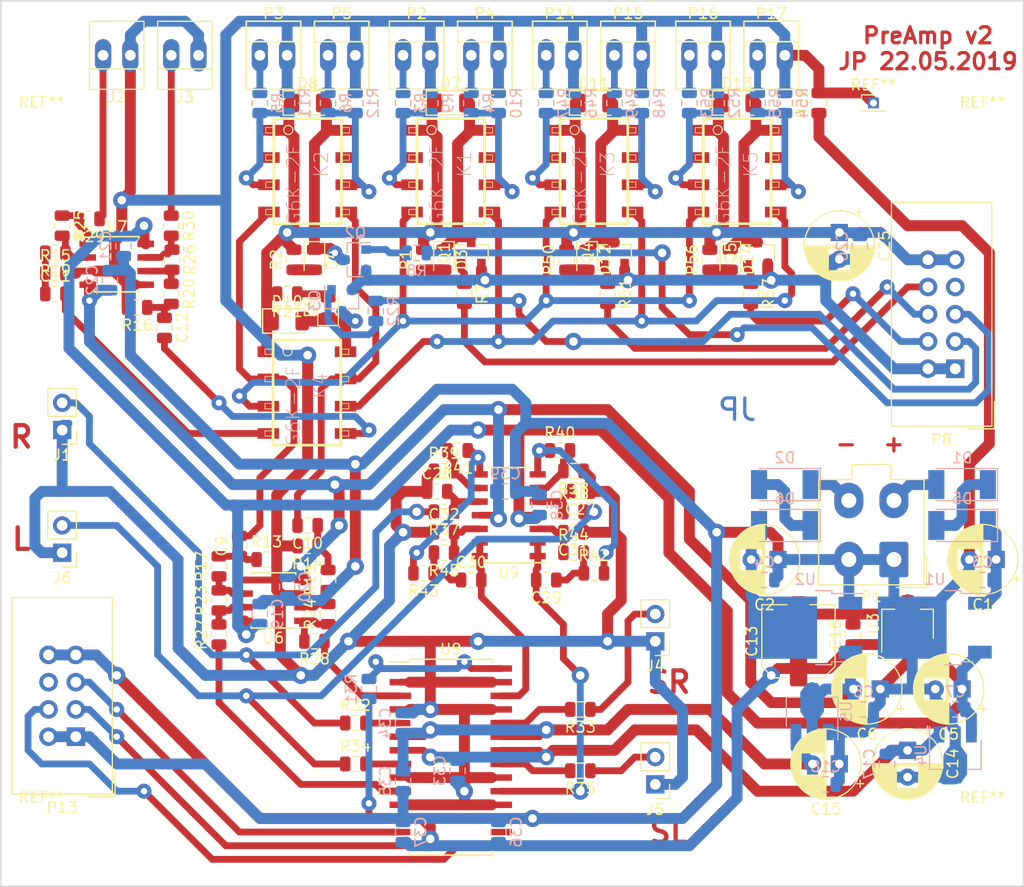
<source format=kicad_pcb>
(kicad_pcb (version 20171130) (host pcbnew "(5.0.2)-1")
  (layers (0 F.Cu signal) (31 B.Cu signal) (34 B.Paste user) (35 F.Paste user) (36 B.SilkS user) (37 F.SilkS user) (38 B.Mask user) (39 F.Mask user) (44 Edge.Cuts user))
  (net 0 "")
  (net 1 "Net-(C1-Pad1)")
  (net 2 GNDA)
  (net 3 "Net-(C2-Pad2)")
  (net 4 +15V)
  (net 5 -15V)
  (net 6 "Net-(C9-Pad1)")
  (net 7 /IN-L)
  (net 8 "Net-(C10-Pad1)")
  (net 9 /IN-R)
  (net 10 "Net-(C11-Pad1)")
  (net 11 /OUT-T-L)
  (net 12 "Net-(C12-Pad1)")
  (net 13 /OUT-T-R)
  (net 14 +5VD)
  (net 15 +5V)
  (net 16 -5V)
  (net 17 VDD)
  (net 18 GND)
  (net 19 "Net-(C27-Pad2)")
  (net 20 "Net-(C28-Pad2)")
  (net 21 "Net-(C29-Pad1)")
  (net 22 "Net-(C30-Pad1)")
  (net 23 "Net-(C31-Pad2)")
  (net 24 "Net-(C32-Pad2)")
  (net 25 "Net-(D1-Pad1)")
  (net 26 "Net-(D1-Pad2)")
  (net 27 "Net-(D2-Pad1)")
  (net 28 "Net-(D2-Pad2)")
  (net 29 "Net-(D3-Pad2)")
  (net 30 "Net-(D3-Pad1)")
  (net 31 "Net-(D4-Pad2)")
  (net 32 "Net-(D4-Pad1)")
  (net 33 "Net-(D9-Pad2)")
  (net 34 "Net-(D10-Pad2)")
  (net 35 "Net-(K1-Pad3)")
  (net 36 /IN13-R)
  (net 37 "Net-(K1-Pad6)")
  (net 38 "Net-(K2-Pad3)")
  (net 39 /IN13-L)
  (net 40 "Net-(K2-Pad6)")
  (net 41 /IN1L)
  (net 42 /INTL)
  (net 43 /IN1R)
  (net 44 /INTR)
  (net 45 /OUT-TB-L)
  (net 46 /OUT-TB-R)
  (net 47 /SELECT-IN1)
  (net 48 /SELECT-INT)
  (net 49 /SELECT-TL)
  (net 50 /OUT-SR)
  (net 51 /OUT-SL)
  (net 52 /CS)
  (net 53 /SCLK)
  (net 54 /SDI)
  (net 55 "Net-(Q1-Pad1)")
  (net 56 "Net-(Q2-Pad1)")
  (net 57 "Net-(Q3-Pad1)")
  (net 58 "Net-(R17-Pad1)")
  (net 59 "Net-(R18-Pad1)")
  (net 60 "Net-(R19-Pad1)")
  (net 61 "Net-(R20-Pad1)")
  (net 62 "Net-(R23-Pad1)")
  (net 63 "Net-(R24-Pad1)")
  (net 64 "Net-(R25-Pad1)")
  (net 65 "Net-(R26-Pad1)")
  (net 66 "Net-(R31-Pad1)")
  (net 67 "Net-(R32-Pad2)")
  (net 68 "Net-(R33-Pad2)")
  (net 69 "Net-(R34-Pad2)")
  (net 70 "Net-(R35-Pad2)")
  (net 71 "Net-(R38-Pad2)")
  (net 72 "Net-(R39-Pad2)")
  (net 73 "Net-(R40-Pad1)")
  (net 74 "Net-(R41-Pad1)")
  (net 75 /SELECT-IN2)
  (net 76 /SELECT-IN3)
  (net 77 "Net-(D11-Pad2)")
  (net 78 "Net-(D12-Pad2)")
  (net 79 "Net-(D13-Pad2)")
  (net 80 "Net-(D14-Pad2)")
  (net 81 "Net-(K3-Pad3)")
  (net 82 "Net-(K3-Pad6)")
  (net 83 "Net-(K5-Pad3)")
  (net 84 "Net-(K5-Pad6)")
  (net 85 /IN2L)
  (net 86 /IN2R)
  (net 87 /IN3L)
  (net 88 /IN3R)
  (net 89 "Net-(Q4-Pad1)")
  (net 90 "Net-(Q5-Pad1)")
  (net 91 SubL)
  (net 92 SubR)
  (net 93 "Net-(K1-Pad2)")
  (net 94 "Net-(K1-Pad7)")
  (net 95 "Net-(K2-Pad2)")
  (net 96 "Net-(K2-Pad7)")
  (net 97 "Net-(K3-Pad2)")
  (net 98 "Net-(K3-Pad7)")
  (net 99 "Net-(K5-Pad2)")
  (net 100 "Net-(K5-Pad7)")
  (net 101 "Net-(P8-Pad7)")
  (net 102 "Net-(P13-Pad6)")
  (net 103 "Net-(U8-Pad16)")
  (net 104 OUT-R)
  (net 105 OUT-L)
  (net 106 GNDPWR)
  (net 107 InBuffL)
  (net 108 InBuffR)
  (module Mounting_Holes:MountingHole_3.5mm (layer F.Cu) (at 116.84 104.14)
    (fp_text reference REF** (at 0 -4.5) (layer F.SilkS))
    (fp_text value MountingHole_3.5mm)
    (pad 1 np_thru_hole circle (at 0 0) (size 3.5 3.5) (drill 3.5) (layers *.Cu *.Mask))
  )
  (module relay:relay-G6K-2F (layer F.Cu) (at 67.31 41.275 270)
    (fp_text reference K1 (at -0.635 -1.27 270) (layer B.SilkS) (effects (font (size 1.27 1.27) (thickness 0.0889))))
    (fp_text value G6K-2F (at 1.27 1.27 270) (layer B.SilkS) (effects (font (size 1.27 1.27) (thickness 0.0889))))
    (pad 1 smd rect (at -3.81 3.59918 270) (size 0.99822 1.99898) (layers F.Cu F.Paste F.Mask) (net 17 VDD))
    (pad 2 smd rect (at -1.27 3.59918 270) (size 0.99822 1.99898) (layers F.Cu F.Paste F.Mask) (net 93 "Net-(K1-Pad2)"))
    (pad 3 smd rect (at 1.27 3.59918 270) (size 0.99822 1.99898) (layers F.Cu F.Paste F.Mask) (net 35 "Net-(K1-Pad3)"))
    (pad 4 smd rect (at 3.81 3.59918 270) (size 0.99822 1.99898) (layers F.Cu F.Paste F.Mask) (net 39 /IN13-L))
    (pad 5 smd rect (at 3.81 -3.59918 270) (size 0.99822 1.99898) (layers F.Cu F.Paste F.Mask) (net 36 /IN13-R))
    (pad 6 smd rect (at 1.27 -3.59918 270) (size 0.99822 1.99898) (layers F.Cu F.Paste F.Mask) (net 37 "Net-(K1-Pad6)"))
    (pad 7 smd rect (at -1.27 -3.59918 270) (size 0.99822 1.99898) (layers F.Cu F.Paste F.Mask) (net 94 "Net-(K1-Pad7)"))
    (pad 8 smd rect (at -3.81 -3.59918 270) (size 0.99822 1.99898) (layers F.Cu F.Paste F.Mask) (net 30 "Net-(D3-Pad1)"))
  )
  (module relay:relay-G6K-2F (layer F.Cu) (at 53.975 41.275 270)
    (fp_text reference K2 (at -0.635 -1.27 270) (layer B.SilkS) (effects (font (size 1.27 1.27) (thickness 0.0889))))
    (fp_text value G6K-2F (at 1.27 1.27 270) (layer B.SilkS) (effects (font (size 1.27 1.27) (thickness 0.0889))))
    (pad 1 smd rect (at -3.81 3.59918 270) (size 0.99822 1.99898) (layers F.Cu F.Paste F.Mask) (net 17 VDD))
    (pad 2 smd rect (at -1.27 3.59918 270) (size 0.99822 1.99898) (layers F.Cu F.Paste F.Mask) (net 95 "Net-(K2-Pad2)"))
    (pad 3 smd rect (at 1.27 3.59918 270) (size 0.99822 1.99898) (layers F.Cu F.Paste F.Mask) (net 38 "Net-(K2-Pad3)"))
    (pad 4 smd rect (at 3.81 3.59918 270) (size 0.99822 1.99898) (layers F.Cu F.Paste F.Mask) (net 7 /IN-L))
    (pad 5 smd rect (at 3.81 -3.59918 270) (size 0.99822 1.99898) (layers F.Cu F.Paste F.Mask) (net 9 /IN-R))
    (pad 6 smd rect (at 1.27 -3.59918 270) (size 0.99822 1.99898) (layers F.Cu F.Paste F.Mask) (net 40 "Net-(K2-Pad6)"))
    (pad 7 smd rect (at -1.27 -3.59918 270) (size 0.99822 1.99898) (layers F.Cu F.Paste F.Mask) (net 96 "Net-(K2-Pad7)"))
    (pad 8 smd rect (at -3.81 -3.59918 270) (size 0.99822 1.99898) (layers F.Cu F.Paste F.Mask) (net 32 "Net-(D4-Pad1)"))
  )
  (module relay:relay-G6K-2F (layer F.Cu) (at 53.9115 61.9125 270)
    (fp_text reference K4 (at -0.635 -1.27 270) (layer B.SilkS) (effects (font (size 1.27 1.27) (thickness 0.0889))))
    (fp_text value G6K-2F (at 1.27 1.27 270) (layer B.SilkS) (effects (font (size 1.27 1.27) (thickness 0.0889))))
    (pad 1 smd rect (at -3.81 3.59918 270) (size 0.99822 1.99898) (layers F.Cu F.Paste F.Mask) (net 17 VDD))
    (pad 2 smd rect (at -1.27 3.59918 270) (size 0.99822 1.99898) (layers F.Cu F.Paste F.Mask) (net 7 /IN-L))
    (pad 3 smd rect (at 1.27 3.59918 270) (size 0.99822 1.99898) (layers F.Cu F.Paste F.Mask) (net 39 /IN13-L))
    (pad 4 smd rect (at 3.81 3.59918 270) (size 0.99822 1.99898) (layers F.Cu F.Paste F.Mask) (net 11 /OUT-T-L))
    (pad 5 smd rect (at 3.81 -3.59918 270) (size 0.99822 1.99898) (layers F.Cu F.Paste F.Mask) (net 13 /OUT-T-R))
    (pad 6 smd rect (at 1.27 -3.59918 270) (size 0.99822 1.99898) (layers F.Cu F.Paste F.Mask) (net 36 /IN13-R))
    (pad 7 smd rect (at -1.27 -3.59918 270) (size 0.99822 1.99898) (layers F.Cu F.Paste F.Mask) (net 9 /IN-R))
    (pad 8 smd rect (at -3.81 -3.59918 270) (size 0.99822 1.99898) (layers F.Cu F.Paste F.Mask) (net 34 "Net-(D10-Pad2)"))
  )
  (module Connect:PINHEAD1-2 (layer F.Cu) (at 64.135 30.48)
    (fp_text reference P2 (at 0 -3.9) (layer F.SilkS))
    (fp_text value RSA-IN1L)
    (pad 1 thru_hole oval (at -1.27 0) (size 1.50622 3.01498) (drill 0.99822) (layers *.Cu *.Mask) (net 41 /IN1L))
    (pad 2 thru_hole oval (at 1.27 0) (size 1.50622 3.01498) (drill 0.99822) (layers *.Cu *.Mask) (net 2 GNDA))
  )
  (module Connect:PINHEAD1-2 (layer F.Cu) (at 50.8 30.48)
    (fp_text reference P3 (at 0 -3.9) (layer F.SilkS))
    (fp_text value RSA-INTL)
    (pad 1 thru_hole oval (at -1.27 0) (size 1.50622 3.01498) (drill 0.99822) (layers *.Cu *.Mask) (net 42 /INTL))
    (pad 2 thru_hole oval (at 1.27 0) (size 1.50622 3.01498) (drill 0.99822) (layers *.Cu *.Mask) (net 2 GNDA))
  )
  (module Connect:PINHEAD1-2 (layer F.Cu) (at 70.485 30.48)
    (fp_text reference P4 (at 0 -3.9) (layer F.SilkS))
    (fp_text value RSA-IN1R)
    (pad 1 thru_hole oval (at -1.27 0) (size 1.50622 3.01498) (drill 0.99822) (layers *.Cu *.Mask) (net 43 /IN1R))
    (pad 2 thru_hole oval (at 1.27 0) (size 1.50622 3.01498) (drill 0.99822) (layers *.Cu *.Mask) (net 2 GNDA))
  )
  (module Connect:PINHEAD1-2 (layer F.Cu) (at 57.15 30.48)
    (fp_text reference P5 (at 0 -3.9) (layer F.SilkS))
    (fp_text value RSA-INTR)
    (pad 1 thru_hole oval (at -1.27 0) (size 1.50622 3.01498) (drill 0.99822) (layers *.Cu *.Mask) (net 44 /INTR))
    (pad 2 thru_hole oval (at 1.27 0) (size 1.50622 3.01498) (drill 0.99822) (layers *.Cu *.Mask) (net 2 GNDA))
  )
  (module relay:relay-G6K-2F (layer F.Cu) (at 80.645 41.275 270)
    (fp_text reference K3 (at -0.635 -1.27 270) (layer B.SilkS) (effects (font (size 1.27 1.27) (thickness 0.0889))))
    (fp_text value G6K-2F (at 1.27 1.27 270) (layer B.SilkS) (effects (font (size 1.27 1.27) (thickness 0.0889))))
    (pad 1 smd rect (at -3.81 3.59918 270) (size 0.99822 1.99898) (layers F.Cu F.Paste F.Mask) (net 17 VDD))
    (pad 2 smd rect (at -1.27 3.59918 270) (size 0.99822 1.99898) (layers F.Cu F.Paste F.Mask) (net 97 "Net-(K3-Pad2)"))
    (pad 3 smd rect (at 1.27 3.59918 270) (size 0.99822 1.99898) (layers F.Cu F.Paste F.Mask) (net 81 "Net-(K3-Pad3)"))
    (pad 4 smd rect (at 3.81 3.59918 270) (size 0.99822 1.99898) (layers F.Cu F.Paste F.Mask) (net 39 /IN13-L))
    (pad 5 smd rect (at 3.81 -3.59918 270) (size 0.99822 1.99898) (layers F.Cu F.Paste F.Mask) (net 36 /IN13-R))
    (pad 6 smd rect (at 1.27 -3.59918 270) (size 0.99822 1.99898) (layers F.Cu F.Paste F.Mask) (net 82 "Net-(K3-Pad6)"))
    (pad 7 smd rect (at -1.27 -3.59918 270) (size 0.99822 1.99898) (layers F.Cu F.Paste F.Mask) (net 98 "Net-(K3-Pad7)"))
    (pad 8 smd rect (at -3.81 -3.59918 270) (size 0.99822 1.99898) (layers F.Cu F.Paste F.Mask) (net 77 "Net-(D11-Pad2)"))
  )
  (module relay:relay-G6K-2F (layer F.Cu) (at 93.98 41.275 270)
    (fp_text reference K5 (at -0.635 -1.27 270) (layer B.SilkS) (effects (font (size 1.27 1.27) (thickness 0.0889))))
    (fp_text value G6K-2F (at 1.27 1.27 270) (layer B.SilkS) (effects (font (size 1.27 1.27) (thickness 0.0889))))
    (pad 1 smd rect (at -3.81 3.59918 270) (size 0.99822 1.99898) (layers F.Cu F.Paste F.Mask) (net 17 VDD))
    (pad 2 smd rect (at -1.27 3.59918 270) (size 0.99822 1.99898) (layers F.Cu F.Paste F.Mask) (net 99 "Net-(K5-Pad2)"))
    (pad 3 smd rect (at 1.27 3.59918 270) (size 0.99822 1.99898) (layers F.Cu F.Paste F.Mask) (net 83 "Net-(K5-Pad3)"))
    (pad 4 smd rect (at 3.81 3.59918 270) (size 0.99822 1.99898) (layers F.Cu F.Paste F.Mask) (net 39 /IN13-L))
    (pad 5 smd rect (at 3.81 -3.59918 270) (size 0.99822 1.99898) (layers F.Cu F.Paste F.Mask) (net 36 /IN13-R))
    (pad 6 smd rect (at 1.27 -3.59918 270) (size 0.99822 1.99898) (layers F.Cu F.Paste F.Mask) (net 84 "Net-(K5-Pad6)"))
    (pad 7 smd rect (at -1.27 -3.59918 270) (size 0.99822 1.99898) (layers F.Cu F.Paste F.Mask) (net 100 "Net-(K5-Pad7)"))
    (pad 8 smd rect (at -3.81 -3.59918 270) (size 0.99822 1.99898) (layers F.Cu F.Paste F.Mask) (net 79 "Net-(D13-Pad2)"))
  )
  (module Connect:PINHEAD1-2 (layer F.Cu) (at 77.47 30.48)
    (fp_text reference P14 (at 0 -3.9) (layer F.SilkS))
    (fp_text value RSA-IN2L)
    (pad 1 thru_hole oval (at -1.27 0) (size 1.50622 3.01498) (drill 0.99822) (layers *.Cu *.Mask) (net 85 /IN2L))
    (pad 2 thru_hole oval (at 1.27 0) (size 1.50622 3.01498) (drill 0.99822) (layers *.Cu *.Mask) (net 2 GNDA))
  )
  (module Connect:PINHEAD1-2 (layer F.Cu) (at 83.82 30.48)
    (fp_text reference P15 (at 0 -3.9) (layer F.SilkS))
    (fp_text value RSA-IN2R)
    (pad 1 thru_hole oval (at -1.27 0) (size 1.50622 3.01498) (drill 0.99822) (layers *.Cu *.Mask) (net 86 /IN2R))
    (pad 2 thru_hole oval (at 1.27 0) (size 1.50622 3.01498) (drill 0.99822) (layers *.Cu *.Mask) (net 2 GNDA))
  )
  (module Connect:PINHEAD1-2 (layer F.Cu) (at 90.805 30.48)
    (fp_text reference P16 (at 0 -3.9) (layer F.SilkS))
    (fp_text value RSA-IN3L)
    (pad 1 thru_hole oval (at -1.27 0) (size 1.50622 3.01498) (drill 0.99822) (layers *.Cu *.Mask) (net 87 /IN3L))
    (pad 2 thru_hole oval (at 1.27 0) (size 1.50622 3.01498) (drill 0.99822) (layers *.Cu *.Mask) (net 2 GNDA))
  )
  (module Connect:PINHEAD1-2 (layer F.Cu) (at 97.155 30.48)
    (fp_text reference P17 (at 0 -3.9) (layer F.SilkS))
    (fp_text value RSA-IN3R)
    (pad 1 thru_hole oval (at -1.27 0) (size 1.50622 3.01498) (drill 0.99822) (layers *.Cu *.Mask) (net 88 /IN3R))
    (pad 2 thru_hole oval (at 1.27 0) (size 1.50622 3.01498) (drill 0.99822) (layers *.Cu *.Mask) (net 2 GNDA))
  )
  (module Mounting_Holes:MountingHole_3.5mm (layer F.Cu) (at 116.84 39.37)
    (fp_text reference REF** (at 0 -4.5) (layer F.SilkS))
    (fp_text value MountingHole_3.5mm)
    (pad 1 np_thru_hole circle (at 0 0) (size 3.5 3.5) (drill 3.5) (layers *.Cu *.Mask))
  )
  (module Mounting_Holes:MountingHole_3.5mm (layer F.Cu) (at 29.21 104.14)
    (fp_text reference REF** (at 0 -4.5) (layer F.SilkS))
    (fp_text value MountingHole_3.5mm)
    (pad 1 np_thru_hole circle (at 0 0) (size 3.5 3.5) (drill 3.5) (layers *.Cu *.Mask))
  )
  (module Mounting_Holes:MountingHole_3.5mm (layer F.Cu) (at 29.21 39.37)
    (fp_text reference REF** (at 0 -4.5) (layer F.SilkS))
    (fp_text value MountingHole_3.5mm)
    (pad 1 np_thru_hole circle (at 0 0) (size 3.5 3.5) (drill 3.5) (layers *.Cu *.Mask))
  )
  (module Connectors:PINHEAD1-2 (layer F.Cu) (at 37.465 30.48 180)
    (fp_text reference J2 (at 1.27 -3.9 180) (layer F.SilkS))
    (fp_text value CONN_01X02)
    (pad 1 thru_hole oval (at 0 0 180) (size 1.51 3.01) (drill 1) (layers *.Cu *.Mask) (net 2 GNDA))
    (pad 2 thru_hole oval (at 2.54 0 180) (size 1.51 3.01) (drill 1) (layers *.Cu *.Mask) (net 45 /OUT-TB-L))
  )
  (module Connectors:PINHEAD1-2 (layer F.Cu) (at 43.815 30.48 180)
    (fp_text reference J3 (at 1.27 -3.9 180) (layer F.SilkS))
    (fp_text value CONN_01X02)
    (pad 1 thru_hole oval (at 0 0 180) (size 1.51 3.01) (drill 1) (layers *.Cu *.Mask) (net 2 GNDA))
    (pad 2 thru_hole oval (at 2.54 0 180) (size 1.51 3.01) (drill 1) (layers *.Cu *.Mask) (net 46 /OUT-TB-R))
  )
  (module Package_TO_SOT_SMD:TO-252-2 (layer B.Cu) (at 112.395 83.82 180)
    (fp_text reference U1 (at 0 4.5 180) (layer B.SilkS) (effects (justify mirror)))
    (fp_text value 78M15)
    (pad 2 smd rect (at 2.1 0 180) (size 6.4 5.8) (layers B.Cu B.Mask) (net 106 GNDPWR))
    (pad 3 smd rect (at -4.2 -2.28 180) (size 2.2 1.2) (layers B.Cu B.Paste B.Mask) (net 4 +15V))
    (pad 1 smd rect (at -4.2 2.28 180) (size 2.2 1.2) (layers B.Cu B.Paste B.Mask) (net 1 "Net-(C1-Pad1)"))
  )
  (module Package_TO_SOT_SMD:TO-252-2 (layer B.Cu) (at 100.33 83.82 180)
    (fp_text reference U2 (at 0 4.5 180) (layer B.SilkS) (effects (justify mirror)))
    (fp_text value 79M15)
    (pad 1 smd rect (at -4.2 2.28 180) (size 2.2 1.2) (layers B.Cu B.Paste B.Mask) (net 106 GNDPWR))
    (pad 3 smd rect (at -4.2 -2.28 180) (size 2.2 1.2) (layers B.Cu B.Paste B.Mask) (net 5 -15V))
    (pad 2 smd rect (at 2.1 0 180) (size 6.4 5.8) (layers B.Cu B.Mask) (net 3 "Net-(C2-Pad2)"))
  )
  (module Package_TO_SOT_SMD:SOT-89-3 (layer F.Cu) (at 109.855 83.8835 90)
    (fp_text reference U3 (at 0.45 -3.2 90) (layer F.SilkS))
    (fp_text value 78L05)
    (pad 2 smd trapezoid (at 2.667 0) (size 1.6 0.85) (rect_delta 0 0.6) (layers F.Cu F.Paste F.Mask) (net 106 GNDPWR))
    (pad 1 smd rect (at -1.48 -1.5) (size 1 1.5) (layers F.Cu F.Paste F.Mask) (net 14 +5VD))
    (pad 2 smd rect (at -1.3335 0) (size 1 1.8) (layers F.Cu F.Paste F.Mask) (net 106 GNDPWR))
    (pad 3 smd rect (at -1.48 1.5) (size 1 1.5) (layers F.Cu F.Paste F.Mask) (net 4 +15V))
    (pad 2 smd rect (at 1.3335 0) (size 2.2 1.84) (layers F.Cu F.Paste F.Mask) (net 106 GNDPWR))
    (pad 2 smd trapezoid (at -0.0762 0 180) (size 1.5 1) (rect_delta 0 0.7) (layers F.Cu F.Paste F.Mask) (net 106 GNDPWR))
  )
  (module Package_TO_SOT_SMD:SOT-89-3 (layer B.Cu) (at 114.3 95.25 270)
    (fp_text reference U4 (at 0.45 3.2 270) (layer B.SilkS) (effects (justify mirror)))
    (fp_text value 78L05)
    (pad 2 smd trapezoid (at -0.0762 0 180) (size 1.5 1) (rect_delta 0 -0.7) (layers B.Cu B.Paste B.Mask) (net 106 GNDPWR))
    (pad 2 smd rect (at 1.3335 0) (size 2.2 1.84) (layers B.Cu B.Paste B.Mask) (net 106 GNDPWR))
    (pad 3 smd rect (at -1.48 -1.5) (size 1 1.5) (layers B.Cu B.Paste B.Mask) (net 4 +15V))
    (pad 2 smd rect (at -1.3335 0) (size 1 1.8) (layers B.Cu B.Paste B.Mask) (net 106 GNDPWR))
    (pad 1 smd rect (at -1.48 1.5) (size 1 1.5) (layers B.Cu B.Paste B.Mask) (net 15 +5V))
    (pad 2 smd trapezoid (at 2.667 0) (size 1.6 0.85) (rect_delta 0 -0.6) (layers B.Cu B.Paste B.Mask) (net 106 GNDPWR))
  )
  (module Package_TO_SOT_SMD:SOT-89-3 (layer B.Cu) (at 100.965 92.075 90)
    (fp_text reference U5 (at 0.45 3.2 90) (layer B.SilkS) (effects (justify mirror)))
    (fp_text value 79L05)
    (pad 2 smd trapezoid (at 2.667 0 180) (size 1.6 0.85) (rect_delta 0 -0.6) (layers B.Cu B.Paste B.Mask) (net 5 -15V))
    (pad 1 smd rect (at -1.48 1.5 180) (size 1 1.5) (layers B.Cu B.Paste B.Mask) (net 106 GNDPWR))
    (pad 2 smd rect (at -1.3335 0 180) (size 1 1.8) (layers B.Cu B.Paste B.Mask) (net 5 -15V))
    (pad 3 smd rect (at -1.48 -1.5 180) (size 1 1.5) (layers B.Cu B.Paste B.Mask) (net 16 -5V))
    (pad 2 smd rect (at 1.3335 0 180) (size 2.2 1.84) (layers B.Cu B.Paste B.Mask) (net 5 -15V))
    (pad 2 smd trapezoid (at -0.0762 0) (size 1.5 1) (rect_delta 0 -0.7) (layers B.Cu B.Paste B.Mask) (net 5 -15V))
  )
  (module Package_SO:SOIC-8_3.9x4.9mm_P1.27mm (layer F.Cu) (at 50.8 81.28 180)
    (fp_text reference U6 (at 0 -3.5 180) (layer F.SilkS))
    (fp_text value NE5532)
    (pad 1 smd rect (at -2.7 -1.905 180) (size 1.55 0.6) (layers F.Cu F.Paste F.Mask) (net 63 "Net-(R24-Pad1)"))
    (pad 2 smd rect (at -2.7 -0.635 180) (size 1.55 0.6) (layers F.Cu F.Paste F.Mask) (net 59 "Net-(R18-Pad1)"))
    (pad 3 smd rect (at -2.7 0.635 180) (size 1.55 0.6) (layers F.Cu F.Paste F.Mask) (net 2 GNDA))
    (pad 4 smd rect (at -2.7 1.905 180) (size 1.55 0.6) (layers F.Cu F.Paste F.Mask) (net 5 -15V))
    (pad 5 smd rect (at 2.7 1.905 180) (size 1.55 0.6) (layers F.Cu F.Paste F.Mask) (net 2 GNDA))
    (pad 6 smd rect (at 2.7 0.635 180) (size 1.55 0.6) (layers F.Cu F.Paste F.Mask) (net 58 "Net-(R17-Pad1)"))
    (pad 7 smd rect (at 2.7 -0.635 180) (size 1.55 0.6) (layers F.Cu F.Paste F.Mask) (net 62 "Net-(R23-Pad1)"))
    (pad 8 smd rect (at 2.7 -1.905 180) (size 1.55 0.6) (layers F.Cu F.Paste F.Mask) (net 4 +15V))
  )
  (module Package_SO:SOIC-8_3.9x4.9mm_P1.27mm (layer F.Cu) (at 36.195 49.952902)
    (fp_text reference U7 (at 0 -3.5) (layer F.SilkS))
    (fp_text value NE5532)
    (pad 8 smd rect (at 2.7 -1.905) (size 1.55 0.6) (layers F.Cu F.Paste F.Mask) (net 4 +15V))
    (pad 7 smd rect (at 2.7 -0.635) (size 1.55 0.6) (layers F.Cu F.Paste F.Mask) (net 65 "Net-(R26-Pad1)"))
    (pad 6 smd rect (at 2.7 0.635) (size 1.55 0.6) (layers F.Cu F.Paste F.Mask) (net 61 "Net-(R20-Pad1)"))
    (pad 5 smd rect (at 2.7 1.905) (size 1.55 0.6) (layers F.Cu F.Paste F.Mask) (net 2 GNDA))
    (pad 4 smd rect (at -2.7 1.905) (size 1.55 0.6) (layers F.Cu F.Paste F.Mask) (net 5 -15V))
    (pad 3 smd rect (at -2.7 0.635) (size 1.55 0.6) (layers F.Cu F.Paste F.Mask) (net 2 GNDA))
    (pad 2 smd rect (at -2.7 -0.635) (size 1.55 0.6) (layers F.Cu F.Paste F.Mask) (net 60 "Net-(R19-Pad1)"))
    (pad 1 smd rect (at -2.7 -1.905) (size 1.55 0.6) (layers F.Cu F.Paste F.Mask) (net 64 "Net-(R25-Pad1)"))
  )
  (module Package_SO:SOIC-28W_7.5x17.9mm_P1.27mm (layer F.Cu) (at 67.31 95.885)
    (fp_text reference U8 (at 0 -10.05) (layer F.SilkS))
    (fp_text value PGA4311)
    (pad 1 smd rect (at -4.7 -8.255) (size 2 0.6) (layers F.Cu F.Paste F.Mask) (net 66 "Net-(R31-Pad1)"))
    (pad 2 smd rect (at -4.7 -6.985) (size 2 0.6) (layers F.Cu F.Paste F.Mask) (net 2 GNDA))
    (pad 3 smd rect (at -4.7 -5.715) (size 2 0.6) (layers F.Cu F.Paste F.Mask) (net 108 InBuffR))
    (pad 4 smd rect (at -4.7 -4.445) (size 2 0.6) (layers F.Cu F.Paste F.Mask) (net 2 GNDA))
    (pad 5 smd rect (at -4.7 -3.175) (size 2 0.6) (layers F.Cu F.Paste F.Mask) (net 67 "Net-(R32-Pad2)"))
    (pad 6 smd rect (at -4.7 -1.905) (size 2 0.6) (layers F.Cu F.Paste F.Mask) (net 16 -5V))
    (pad 7 smd rect (at -4.7 -0.635) (size 2 0.6) (layers F.Cu F.Paste F.Mask) (net 15 +5V))
    (pad 8 smd rect (at -4.7 0.635) (size 2 0.6) (layers F.Cu F.Paste F.Mask) (net 69 "Net-(R34-Pad2)"))
    (pad 9 smd rect (at -4.7 1.905) (size 2 0.6) (layers F.Cu F.Paste F.Mask) (net 2 GNDA))
    (pad 10 smd rect (at -4.7 3.175) (size 2 0.6) (layers F.Cu F.Paste F.Mask) (net 107 InBuffL))
    (pad 11 smd rect (at -4.7 4.445) (size 2 0.6) (layers F.Cu F.Paste F.Mask) (net 2 GNDA))
    (pad 12 smd rect (at -4.7 5.715) (size 2 0.6) (layers F.Cu F.Paste F.Mask) (net 14 +5VD))
    (pad 13 smd rect (at -4.7 6.985) (size 2 0.6) (layers F.Cu F.Paste F.Mask) (net 54 /SDI))
    (pad 14 smd rect (at -4.7 8.255) (size 2 0.6) (layers F.Cu F.Paste F.Mask) (net 52 /CS))
    (pad 15 smd rect (at 4.7 8.255) (size 2 0.6) (layers F.Cu F.Paste F.Mask) (net 53 /SCLK))
    (pad 16 smd rect (at 4.7 6.985) (size 2 0.6) (layers F.Cu F.Paste F.Mask) (net 103 "Net-(U8-Pad16)"))
    (pad 17 smd rect (at 4.7 5.715) (size 2 0.6) (layers F.Cu F.Paste F.Mask) (net 106 GNDPWR))
    (pad 18 smd rect (at 4.7 4.445) (size 2 0.6) (layers F.Cu F.Paste F.Mask) (net 2 GNDA))
    (pad 19 smd rect (at 4.7 3.175) (size 2 0.6) (layers F.Cu F.Paste F.Mask) (net 91 SubL))
    (pad 20 smd rect (at 4.7 1.905) (size 2 0.6) (layers F.Cu F.Paste F.Mask) (net 2 GNDA))
    (pad 21 smd rect (at 4.7 0.635) (size 2 0.6) (layers F.Cu F.Paste F.Mask) (net 70 "Net-(R35-Pad2)"))
    (pad 22 smd rect (at 4.7 -0.635) (size 2 0.6) (layers F.Cu F.Paste F.Mask) (net 15 +5V))
    (pad 23 smd rect (at 4.7 -1.905) (size 2 0.6) (layers F.Cu F.Paste F.Mask) (net 16 -5V))
    (pad 24 smd rect (at 4.7 -3.175) (size 2 0.6) (layers F.Cu F.Paste F.Mask) (net 68 "Net-(R33-Pad2)"))
    (pad 25 smd rect (at 4.7 -4.445) (size 2 0.6) (layers F.Cu F.Paste F.Mask) (net 2 GNDA))
    (pad 26 smd rect (at 4.7 -5.715) (size 2 0.6) (layers F.Cu F.Paste F.Mask) (net 92 SubR))
    (pad 27 smd rect (at 4.7 -6.985) (size 2 0.6) (layers F.Cu F.Paste F.Mask) (net 2 GNDA))
    (pad 28 smd rect (at 4.7 -8.255) (size 2 0.6) (layers F.Cu F.Paste F.Mask) (net 66 "Net-(R31-Pad1)"))
  )
  (module Package_SO:SOIC-14_3.9x8.7mm_P1.27mm (layer F.Cu) (at 72.7075 73.3425 180)
    (fp_text reference U9 (at 0 -5.375 180) (layer F.SilkS))
    (fp_text value TL074)
    (pad 1 smd rect (at -2.7 -3.81 180) (size 1.5 0.6) (layers F.Cu F.Paste F.Mask) (net 91 SubL))
    (pad 2 smd rect (at -2.7 -2.54 180) (size 1.5 0.6) (layers F.Cu F.Paste F.Mask) (net 91 SubL))
    (pad 3 smd rect (at -2.7 -1.27 180) (size 1.5 0.6) (layers F.Cu F.Paste F.Mask) (net 23 "Net-(C31-Pad2)"))
    (pad 4 smd rect (at -2.7 0 180) (size 1.5 0.6) (layers F.Cu F.Paste F.Mask) (net 4 +15V))
    (pad 5 smd rect (at -2.7 1.27 180) (size 1.5 0.6) (layers F.Cu F.Paste F.Mask) (net 19 "Net-(C27-Pad2)"))
    (pad 6 smd rect (at -2.7 2.54 180) (size 1.5 0.6) (layers F.Cu F.Paste F.Mask) (net 71 "Net-(R38-Pad2)"))
    (pad 7 smd rect (at -2.7 3.81 180) (size 1.5 0.6) (layers F.Cu F.Paste F.Mask) (net 73 "Net-(R40-Pad1)"))
    (pad 8 smd rect (at 2.7 3.81 180) (size 1.5 0.6) (layers F.Cu F.Paste F.Mask) (net 74 "Net-(R41-Pad1)"))
    (pad 9 smd rect (at 2.7 2.54 180) (size 1.5 0.6) (layers F.Cu F.Paste F.Mask) (net 72 "Net-(R39-Pad2)"))
    (pad 10 smd rect (at 2.7 1.27 180) (size 1.5 0.6) (layers F.Cu F.Paste F.Mask) (net 20 "Net-(C28-Pad2)"))
    (pad 11 smd rect (at 2.7 0 180) (size 1.5 0.6) (layers F.Cu F.Paste F.Mask) (net 5 -15V))
    (pad 12 smd rect (at 2.7 -1.27 180) (size 1.5 0.6) (layers F.Cu F.Paste F.Mask) (net 24 "Net-(C32-Pad2)"))
    (pad 13 smd rect (at 2.7 -2.54 180) (size 1.5 0.6) (layers F.Cu F.Paste F.Mask) (net 92 SubR))
    (pad 14 smd rect (at 2.7 -3.81 180) (size 1.5 0.6) (layers F.Cu F.Paste F.Mask) (net 92 SubR))
  )
  (module Package_TO_SOT_SMD:SOT-23 (layer F.Cu) (at 69.215 48.895 90)
    (fp_text reference Q1 (at 0 -2.5 90) (layer F.SilkS))
    (fp_text value BC817)
    (pad 1 smd rect (at -1 -0.95 90) (size 0.9 0.8) (layers F.Cu F.Paste F.Mask) (net 55 "Net-(Q1-Pad1)"))
    (pad 2 smd rect (at -1 0.95 90) (size 0.9 0.8) (layers F.Cu F.Paste F.Mask) (net 18 GND))
    (pad 3 smd rect (at 1 0 90) (size 0.9 0.8) (layers F.Cu F.Paste F.Mask) (net 30 "Net-(D3-Pad1)"))
  )
  (module Package_TO_SOT_SMD:SOT-23 (layer B.Cu) (at 58.42 49.53 180)
    (fp_text reference Q2 (at 0 2.5 180) (layer B.SilkS) (effects (justify mirror)))
    (fp_text value BC817)
    (pad 3 smd rect (at 1 0 180) (size 0.9 0.8) (layers B.Cu B.Paste B.Mask) (net 32 "Net-(D4-Pad1)"))
    (pad 2 smd rect (at -1 -0.95 180) (size 0.9 0.8) (layers B.Cu B.Paste B.Mask) (net 18 GND))
    (pad 1 smd rect (at -1 0.95 180) (size 0.9 0.8) (layers B.Cu B.Paste B.Mask) (net 56 "Net-(Q2-Pad1)"))
  )
  (module Package_TO_SOT_SMD:SOT-23 (layer B.Cu) (at 57.15 53.34 270)
    (fp_text reference Q3 (at 0 2.5 270) (layer B.SilkS) (effects (justify mirror)))
    (fp_text value BC817)
    (pad 1 smd rect (at -1 0.95 270) (size 0.9 0.8) (layers B.Cu B.Paste B.Mask) (net 57 "Net-(Q3-Pad1)"))
    (pad 2 smd rect (at -1 -0.95 270) (size 0.9 0.8) (layers B.Cu B.Paste B.Mask) (net 18 GND))
    (pad 3 smd rect (at 1 0 270) (size 0.9 0.8) (layers B.Cu B.Paste B.Mask) (net 34 "Net-(D10-Pad2)"))
  )
  (module Package_TO_SOT_SMD:SOT-23 (layer F.Cu) (at 82.55 48.895 90)
    (fp_text reference Q4 (at 0 -2.5 90) (layer F.SilkS))
    (fp_text value BC817)
    (pad 3 smd rect (at 1 0 90) (size 0.9 0.8) (layers F.Cu F.Paste F.Mask) (net 77 "Net-(D11-Pad2)"))
    (pad 2 smd rect (at -1 0.95 90) (size 0.9 0.8) (layers F.Cu F.Paste F.Mask) (net 18 GND))
    (pad 1 smd rect (at -1 -0.95 90) (size 0.9 0.8) (layers F.Cu F.Paste F.Mask) (net 89 "Net-(Q4-Pad1)"))
  )
  (module Package_TO_SOT_SMD:SOT-23 (layer F.Cu) (at 95.885 48.895 90)
    (fp_text reference Q5 (at 0 -2.5 90) (layer F.SilkS))
    (fp_text value BC817)
    (pad 1 smd rect (at -1 -0.95 90) (size 0.9 0.8) (layers F.Cu F.Paste F.Mask) (net 90 "Net-(Q5-Pad1)"))
    (pad 2 smd rect (at -1 0.95 90) (size 0.9 0.8) (layers F.Cu F.Paste F.Mask) (net 18 GND))
    (pad 3 smd rect (at 1 0 90) (size 0.9 0.8) (layers F.Cu F.Paste F.Mask) (net 79 "Net-(D13-Pad2)"))
  )
  (module Resistor_SMD:R_0805_2012Metric (layer F.Cu) (at 64.77 49.53 90)
    (fp_text reference R1 (at 0 -1.65 90) (layer F.SilkS))
    (fp_text value 10k)
    (pad 1 smd roundrect (at -0.9375 0 90) (size 0.975 1.4) (layers F.Cu F.Paste F.Mask) (net 29 "Net-(D3-Pad2)"))
    (pad 2 smd roundrect (at 0.9375 0 90) (size 0.975 1.4) (layers F.Cu F.Paste F.Mask) (net 17 VDD))
  )
  (module Resistor_SMD:R_0805_2012Metric (layer F.Cu) (at 52.705 49.53 90)
    (fp_text reference R2 (at 0 -1.65 90) (layer F.SilkS))
    (fp_text value 10k)
    (pad 2 smd roundrect (at 0.9375 0 90) (size 0.975 1.4) (layers F.Cu F.Paste F.Mask) (net 17 VDD))
    (pad 1 smd roundrect (at -0.9375 0 90) (size 0.975 1.4) (layers F.Cu F.Paste F.Mask) (net 31 "Net-(D4-Pad2)"))
  )
  (module Resistor_SMD:R_0805_2012Metric (layer B.Cu) (at 62.865 34.925 90)
    (fp_text reference R3 (at 0 1.65 90) (layer B.SilkS) (effects (justify mirror)))
    (fp_text value X)
    (pad 2 smd roundrect (at 0.9375 0 90) (size 0.975 1.4) (layers B.Cu B.Paste B.Mask) (net 41 /IN1L))
    (pad 1 smd roundrect (at -0.9375 0 90) (size 0.975 1.4) (layers B.Cu B.Paste B.Mask) (net 35 "Net-(K1-Pad3)"))
  )
  (module Resistor_SMD:R_0805_2012Metric (layer B.Cu) (at 69.215 34.925 90)
    (fp_text reference R4 (at 0 1.65 90) (layer B.SilkS) (effects (justify mirror)))
    (fp_text value X)
    (pad 1 smd roundrect (at -0.9375 0 90) (size 0.975 1.4) (layers B.Cu B.Paste B.Mask) (net 37 "Net-(K1-Pad6)"))
    (pad 2 smd roundrect (at 0.9375 0 90) (size 0.975 1.4) (layers B.Cu B.Paste B.Mask) (net 43 /IN1R))
  )
  (module Resistor_SMD:R_0805_2012Metric (layer B.Cu) (at 49.53 34.925 90)
    (fp_text reference R5 (at 0 1.65 90) (layer B.SilkS) (effects (justify mirror)))
    (fp_text value X)
    (pad 2 smd roundrect (at 0.9375 0 90) (size 0.975 1.4) (layers B.Cu B.Paste B.Mask) (net 42 /INTL))
    (pad 1 smd roundrect (at -0.9375 0 90) (size 0.975 1.4) (layers B.Cu B.Paste B.Mask) (net 38 "Net-(K2-Pad3)"))
  )
  (module Resistor_SMD:R_0805_2012Metric (layer B.Cu) (at 55.88 34.925 90)
    (fp_text reference R6 (at 0 1.65 90) (layer B.SilkS) (effects (justify mirror)))
    (fp_text value X)
    (pad 1 smd roundrect (at -0.9375 0 90) (size 0.975 1.4) (layers B.Cu B.Paste B.Mask) (net 40 "Net-(K2-Pad6)"))
    (pad 2 smd roundrect (at 0.9375 0 90) (size 0.975 1.4) (layers B.Cu B.Paste B.Mask) (net 44 /INTR))
  )
  (module Resistor_SMD:R_0805_2012Metric (layer F.Cu) (at 68.58 52.705 270)
    (fp_text reference R7 (at 0 -1.65 270) (layer F.SilkS))
    (fp_text value 1k)
    (pad 1 smd roundrect (at -0.9375 0 270) (size 0.975 1.4) (layers F.Cu F.Paste F.Mask) (net 55 "Net-(Q1-Pad1)"))
    (pad 2 smd roundrect (at 0.9375 0 270) (size 0.975 1.4) (layers F.Cu F.Paste F.Mask) (net 47 /SELECT-IN1))
  )
  (module Resistor_SMD:R_0805_2012Metric (layer B.Cu) (at 64.135 48.895)
    (fp_text reference R8 (at 0 1.65) (layer B.SilkS) (effects (justify mirror)))
    (fp_text value 1k)
    (pad 1 smd roundrect (at -0.9375 0) (size 0.975 1.4) (layers B.Cu B.Paste B.Mask) (net 56 "Net-(Q2-Pad1)"))
    (pad 2 smd roundrect (at 0.9375 0) (size 0.975 1.4) (layers B.Cu B.Paste B.Mask) (net 48 /SELECT-INT))
  )
  (module Resistor_SMD:R_0805_2012Metric (layer B.Cu) (at 65.405 34.925 90)
    (fp_text reference R9 (at 0 1.65 90) (layer B.SilkS) (effects (justify mirror)))
    (fp_text value 47k)
    (pad 1 smd roundrect (at -0.9375 0 90) (size 0.975 1.4) (layers B.Cu B.Paste B.Mask) (net 35 "Net-(K1-Pad3)"))
    (pad 2 smd roundrect (at 0.9375 0 90) (size 0.975 1.4) (layers B.Cu B.Paste B.Mask) (net 2 GNDA))
  )
  (module Resistor_SMD:R_0805_2012Metric (layer B.Cu) (at 71.755 34.925 90)
    (fp_text reference R10 (at 0 1.65 90) (layer B.SilkS) (effects (justify mirror)))
    (fp_text value 47k)
    (pad 1 smd roundrect (at -0.9375 0 90) (size 0.975 1.4) (layers B.Cu B.Paste B.Mask) (net 37 "Net-(K1-Pad6)"))
    (pad 2 smd roundrect (at 0.9375 0 90) (size 0.975 1.4) (layers B.Cu B.Paste B.Mask) (net 2 GNDA))
  )
  (module Resistor_SMD:R_0805_2012Metric (layer B.Cu) (at 52.07 34.925 90)
    (fp_text reference R11 (at 0 1.65 90) (layer B.SilkS) (effects (justify mirror)))
    (fp_text value 47k)
    (pad 2 smd roundrect (at 0.9375 0 90) (size 0.975 1.4) (layers B.Cu B.Paste B.Mask) (net 2 GNDA))
    (pad 1 smd roundrect (at -0.9375 0 90) (size 0.975 1.4) (layers B.Cu B.Paste B.Mask) (net 38 "Net-(K2-Pad3)"))
  )
  (module Resistor_SMD:R_0805_2012Metric (layer B.Cu) (at 58.42 34.925 90)
    (fp_text reference R12 (at 0 1.65 90) (layer B.SilkS) (effects (justify mirror)))
    (fp_text value 47k)
    (pad 1 smd roundrect (at -0.9375 0 90) (size 0.975 1.4) (layers B.Cu B.Paste B.Mask) (net 40 "Net-(K2-Pad6)"))
    (pad 2 smd roundrect (at 0.9375 0 90) (size 0.975 1.4) (layers B.Cu B.Paste B.Mask) (net 2 GNDA))
  )
  (module Resistor_SMD:R_0805_2012Metric (layer F.Cu) (at 50.165 77.47)
    (fp_text reference R13 (at 0 -1.65) (layer F.SilkS))
    (fp_text value 100k)
    (pad 2 smd roundrect (at 0.9375 0) (size 0.975 1.4) (layers F.Cu F.Paste F.Mask) (net 2 GNDA))
    (pad 1 smd roundrect (at -0.9375 0) (size 0.975 1.4) (layers F.Cu F.Paste F.Mask) (net 6 "Net-(C9-Pad1)"))
  )
  (module Resistor_SMD:R_0805_2012Metric (layer F.Cu) (at 53.975 76.2 180)
    (fp_text reference R14 (at 0 -1.65 180) (layer F.SilkS))
    (fp_text value 100k)
    (pad 2 smd roundrect (at 0.9375 0 180) (size 0.975 1.4) (layers F.Cu F.Paste F.Mask) (net 2 GNDA))
    (pad 1 smd roundrect (at -0.9375 0 180) (size 0.975 1.4) (layers F.Cu F.Paste F.Mask) (net 8 "Net-(C10-Pad1)"))
  )
  (module Resistor_SMD:R_0805_2012Metric (layer F.Cu) (at 30.48 50.8)
    (fp_text reference R15 (at 0 -1.65) (layer F.SilkS))
    (fp_text value 100k)
    (pad 1 smd roundrect (at -0.9375 0) (size 0.975 1.4) (layers F.Cu F.Paste F.Mask) (net 10 "Net-(C11-Pad1)"))
    (pad 2 smd roundrect (at 0.9375 0) (size 0.975 1.4) (layers F.Cu F.Paste F.Mask) (net 2 GNDA))
  )
  (module Resistor_SMD:R_0805_2012Metric (layer F.Cu) (at 38.1 53.975 180)
    (fp_text reference R16 (at 0 -1.65 180) (layer F.SilkS))
    (fp_text value 100k)
    (pad 2 smd roundrect (at 0.9375 0 180) (size 0.975 1.4) (layers F.Cu F.Paste F.Mask) (net 2 GNDA))
    (pad 1 smd roundrect (at -0.9375 0 180) (size 0.975 1.4) (layers F.Cu F.Paste F.Mask) (net 12 "Net-(C12-Pad1)"))
  )
  (module Resistor_SMD:R_0805_2012Metric (layer F.Cu) (at 45.72 78.105 90)
    (fp_text reference R17 (at 0 -1.65 90) (layer F.SilkS))
    (fp_text value 47k)
    (pad 1 smd roundrect (at -0.9375 0 90) (size 0.975 1.4) (layers F.Cu F.Paste F.Mask) (net 58 "Net-(R17-Pad1)"))
    (pad 2 smd roundrect (at 0.9375 0 90) (size 0.975 1.4) (layers F.Cu F.Paste F.Mask) (net 6 "Net-(C9-Pad1)"))
  )
  (module Resistor_SMD:R_0805_2012Metric (layer F.Cu) (at 55.88 79.375 90)
    (fp_text reference R18 (at 0 -1.65 90) (layer F.SilkS))
    (fp_text value 47k)
    (pad 1 smd roundrect (at -0.9375 0 90) (size 0.975 1.4) (layers F.Cu F.Paste F.Mask) (net 59 "Net-(R18-Pad1)"))
    (pad 2 smd roundrect (at 0.9375 0 90) (size 0.975 1.4) (layers F.Cu F.Paste F.Mask) (net 8 "Net-(C10-Pad1)"))
  )
  (module Resistor_SMD:R_0805_2012Metric (layer F.Cu) (at 30.48 48.895 180)
    (fp_text reference R19 (at 0 -1.65 180) (layer F.SilkS))
    (fp_text value 47k)
    (pad 2 smd roundrect (at 0.9375 0 180) (size 0.975 1.4) (layers F.Cu F.Paste F.Mask) (net 10 "Net-(C11-Pad1)"))
    (pad 1 smd roundrect (at -0.9375 0 180) (size 0.975 1.4) (layers F.Cu F.Paste F.Mask) (net 60 "Net-(R19-Pad1)"))
  )
  (module Resistor_SMD:R_0805_2012Metric (layer F.Cu) (at 41.275 52.705 270)
    (fp_text reference R20 (at 0 -1.65 270) (layer F.SilkS))
    (fp_text value 47k)
    (pad 1 smd roundrect (at -0.9375 0 270) (size 0.975 1.4) (layers F.Cu F.Paste F.Mask) (net 61 "Net-(R20-Pad1)"))
    (pad 2 smd roundrect (at 0.9375 0 270) (size 0.975 1.4) (layers F.Cu F.Paste F.Mask) (net 12 "Net-(C12-Pad1)"))
  )
  (module Resistor_SMD:R_0805_2012Metric (layer F.Cu) (at 52.07 52.705 180)
    (fp_text reference R21 (at 0 -1.65 180) (layer F.SilkS))
    (fp_text value 10k)
    (pad 1 smd roundrect (at -0.9375 0 180) (size 0.975 1.4) (layers F.Cu F.Paste F.Mask) (net 33 "Net-(D9-Pad2)"))
    (pad 2 smd roundrect (at 0.9375 0 180) (size 0.975 1.4) (layers F.Cu F.Paste F.Mask) (net 17 VDD))
  )
  (module Resistor_SMD:R_0805_2012Metric (layer B.Cu) (at 60.325 54.3075 90)
    (fp_text reference R22 (at 0 1.65 90) (layer B.SilkS) (effects (justify mirror)))
    (fp_text value 1k)
    (pad 1 smd roundrect (at -0.9375 0 90) (size 0.975 1.4) (layers B.Cu B.Paste B.Mask) (net 57 "Net-(Q3-Pad1)"))
    (pad 2 smd roundrect (at 0.9375 0 90) (size 0.975 1.4) (layers B.Cu B.Paste B.Mask) (net 49 /SELECT-TL))
  )
  (module Resistor_SMD:R_0805_2012Metric (layer F.Cu) (at 45.72 81.28 90)
    (fp_text reference R23 (at 0 -1.65 90) (layer F.SilkS))
    (fp_text value 47k)
    (pad 2 smd roundrect (at 0.9375 0 90) (size 0.975 1.4) (layers F.Cu F.Paste F.Mask) (net 58 "Net-(R17-Pad1)"))
    (pad 1 smd roundrect (at -0.9375 0 90) (size 0.975 1.4) (layers F.Cu F.Paste F.Mask) (net 62 "Net-(R23-Pad1)"))
  )
  (module Resistor_SMD:R_0805_2012Metric (layer F.Cu) (at 55.88 82.55 90)
    (fp_text reference R24 (at 0 -1.65 90) (layer F.SilkS))
    (fp_text value 47k)
    (pad 2 smd roundrect (at 0.9375 0 90) (size 0.975 1.4) (layers F.Cu F.Paste F.Mask) (net 59 "Net-(R18-Pad1)"))
    (pad 1 smd roundrect (at -0.9375 0 90) (size 0.975 1.4) (layers F.Cu F.Paste F.Mask) (net 63 "Net-(R24-Pad1)"))
  )
  (module Resistor_SMD:R_0805_2012Metric (layer F.Cu) (at 31.115 46.355 270)
    (fp_text reference R25 (at 0 -1.65 270) (layer F.SilkS))
    (fp_text value 47k)
    (pad 1 smd roundrect (at -0.9375 0 270) (size 0.975 1.4) (layers F.Cu F.Paste F.Mask) (net 64 "Net-(R25-Pad1)"))
    (pad 2 smd roundrect (at 0.9375 0 270) (size 0.975 1.4) (layers F.Cu F.Paste F.Mask) (net 60 "Net-(R19-Pad1)"))
  )
  (module Resistor_SMD:R_0805_2012Metric (layer F.Cu) (at 41.346979 49.53 270)
    (fp_text reference R26 (at 0 -1.65 270) (layer F.SilkS))
    (fp_text value 47k)
    (pad 2 smd roundrect (at 0.9375 0 270) (size 0.975 1.4) (layers F.Cu F.Paste F.Mask) (net 61 "Net-(R20-Pad1)"))
    (pad 1 smd roundrect (at -0.9375 0 270) (size 0.975 1.4) (layers F.Cu F.Paste F.Mask) (net 65 "Net-(R26-Pad1)"))
  )
  (module Resistor_SMD:R_0805_2012Metric (layer F.Cu) (at 45.72 84.455 90)
    (fp_text reference R27 (at 0 -1.65 90) (layer F.SilkS))
    (fp_text value 100)
    (pad 2 smd roundrect (at 0.9375 0 90) (size 0.975 1.4) (layers F.Cu F.Paste F.Mask) (net 62 "Net-(R23-Pad1)"))
    (pad 1 smd roundrect (at -0.9375 0 90) (size 0.975 1.4) (layers F.Cu F.Paste F.Mask) (net 107 InBuffL))
  )
  (module Resistor_SMD:R_0805_2012Metric (layer F.Cu) (at 54.61 85.09 180)
    (fp_text reference R28 (at 0 -1.65 180) (layer F.SilkS))
    (fp_text value 100)
    (pad 1 smd roundrect (at -0.9375 0 180) (size 0.975 1.4) (layers F.Cu F.Paste F.Mask) (net 108 InBuffR))
    (pad 2 smd roundrect (at 0.9375 0 180) (size 0.975 1.4) (layers F.Cu F.Paste F.Mask) (net 63 "Net-(R24-Pad1)"))
  )
  (module Resistor_SMD:R_0805_2012Metric (layer F.Cu) (at 33.655 45.72 180)
    (fp_text reference R29 (at 0 -1.65 180) (layer F.SilkS))
    (fp_text value 100)
    (pad 2 smd roundrect (at 0.9375 0 180) (size 0.975 1.4) (layers F.Cu F.Paste F.Mask) (net 64 "Net-(R25-Pad1)"))
    (pad 1 smd roundrect (at -0.9375 0 180) (size 0.975 1.4) (layers F.Cu F.Paste F.Mask) (net 45 /OUT-TB-L))
  )
  (module Resistor_SMD:R_0805_2012Metric (layer F.Cu) (at 41.275 46.355 270)
    (fp_text reference R30 (at 0 -1.65 270) (layer F.SilkS))
    (fp_text value 100)
    (pad 1 smd roundrect (at -0.9375 0 270) (size 0.975 1.4) (layers F.Cu F.Paste F.Mask) (net 46 /OUT-TB-R))
    (pad 2 smd roundrect (at 0.9375 0 270) (size 0.975 1.4) (layers F.Cu F.Paste F.Mask) (net 65 "Net-(R26-Pad1)"))
  )
  (module Resistor_SMD:R_0805_2012Metric (layer B.Cu) (at 59.69 89.535 270)
    (fp_text reference R31 (at 0 1.65 270) (layer B.SilkS) (effects (justify mirror)))
    (fp_text value 1k)
    (pad 1 smd roundrect (at -0.9375 0 270) (size 0.975 1.4) (layers B.Cu B.Paste B.Mask) (net 66 "Net-(R31-Pad1)"))
    (pad 2 smd roundrect (at 0.9375 0 270) (size 0.975 1.4) (layers B.Cu B.Paste B.Mask) (net 14 +5VD))
  )
  (module Resistor_SMD:R_0805_2012Metric (layer F.Cu) (at 58.42 92.71)
    (fp_text reference R32 (at 0 -1.65) (layer F.SilkS))
    (fp_text value 100)
    (pad 2 smd roundrect (at 0.9375 0) (size 0.975 1.4) (layers F.Cu F.Paste F.Mask) (net 67 "Net-(R32-Pad2)"))
    (pad 1 smd roundrect (at -0.9375 0) (size 0.975 1.4) (layers F.Cu F.Paste F.Mask) (net 104 OUT-R))
  )
  (module Resistor_SMD:R_0805_2012Metric (layer F.Cu) (at 79.375 91.44 180)
    (fp_text reference R33 (at 0 -1.65 180) (layer F.SilkS))
    (fp_text value 100)
    (pad 1 smd roundrect (at -0.9375 0 180) (size 0.975 1.4) (layers F.Cu F.Paste F.Mask) (net 50 /OUT-SR))
    (pad 2 smd roundrect (at 0.9375 0 180) (size 0.975 1.4) (layers F.Cu F.Paste F.Mask) (net 68 "Net-(R33-Pad2)"))
  )
  (module Resistor_SMD:R_0805_2012Metric (layer F.Cu) (at 58.42 96.52)
    (fp_text reference R34 (at 0 -1.65) (layer F.SilkS))
    (fp_text value 100)
    (pad 2 smd roundrect (at 0.9375 0) (size 0.975 1.4) (layers F.Cu F.Paste F.Mask) (net 69 "Net-(R34-Pad2)"))
    (pad 1 smd roundrect (at -0.9375 0) (size 0.975 1.4) (layers F.Cu F.Paste F.Mask) (net 105 OUT-L))
  )
  (module Resistor_SMD:R_0805_2012Metric (layer F.Cu) (at 79.375 97.155 180)
    (fp_text reference R35 (at 0 -1.65 180) (layer F.SilkS))
    (fp_text value 100)
    (pad 2 smd roundrect (at 0.9375 0 180) (size 0.975 1.4) (layers F.Cu F.Paste F.Mask) (net 70 "Net-(R35-Pad2)"))
    (pad 1 smd roundrect (at -0.9375 0 180) (size 0.975 1.4) (layers F.Cu F.Paste F.Mask) (net 51 /OUT-SL))
  )
  (module Resistor_SMD:R_0805_2012Metric (layer F.Cu) (at 78.74 73.025)
    (fp_text reference R36 (at 0 -1.65) (layer F.SilkS))
    (fp_text value 15k4)
    (pad 2 smd roundrect (at 0.9375 0) (size 0.975 1.4) (layers F.Cu F.Paste F.Mask) (net 105 OUT-L))
    (pad 1 smd roundrect (at -0.9375 0) (size 0.975 1.4) (layers F.Cu F.Paste F.Mask) (net 19 "Net-(C27-Pad2)"))
  )
  (module Resistor_SMD:R_0805_2012Metric (layer F.Cu) (at 66.675 73.025 180)
    (fp_text reference R37 (at 0 -1.65 180) (layer F.SilkS))
    (fp_text value 15k4)
    (pad 1 smd roundrect (at -0.9375 0 180) (size 0.975 1.4) (layers F.Cu F.Paste F.Mask) (net 20 "Net-(C28-Pad2)"))
    (pad 2 smd roundrect (at 0.9375 0 180) (size 0.975 1.4) (layers F.Cu F.Paste F.Mask) (net 104 OUT-R))
  )
  (module Resistor_SMD:R_0805_2012Metric (layer F.Cu) (at 78.74 69.215 180)
    (fp_text reference R38 (at 0 -1.65 180) (layer F.SilkS))
    (fp_text value 2k2)
    (pad 2 smd roundrect (at 0.9375 0 180) (size 0.975 1.4) (layers F.Cu F.Paste F.Mask) (net 71 "Net-(R38-Pad2)"))
    (pad 1 smd roundrect (at -0.9375 0 180) (size 0.975 1.4) (layers F.Cu F.Paste F.Mask) (net 2 GNDA))
  )
  (module Resistor_SMD:R_0805_2012Metric (layer F.Cu) (at 66.675 69.215)
    (fp_text reference R39 (at 0 -1.65) (layer F.SilkS))
    (fp_text value 2k2)
    (pad 2 smd roundrect (at 0.9375 0) (size 0.975 1.4) (layers F.Cu F.Paste F.Mask) (net 72 "Net-(R39-Pad2)"))
    (pad 1 smd roundrect (at -0.9375 0) (size 0.975 1.4) (layers F.Cu F.Paste F.Mask) (net 2 GNDA))
  )
  (module Resistor_SMD:R_0805_2012Metric (layer F.Cu) (at 77.47 67.31)
    (fp_text reference R40 (at 0 -1.65) (layer F.SilkS))
    (fp_text value 47k)
    (pad 1 smd roundrect (at -0.9375 0) (size 0.975 1.4) (layers F.Cu F.Paste F.Mask) (net 73 "Net-(R40-Pad1)"))
    (pad 2 smd roundrect (at 0.9375 0) (size 0.975 1.4) (layers F.Cu F.Paste F.Mask) (net 71 "Net-(R38-Pad2)"))
  )
  (module Resistor_SMD:R_0805_2012Metric (layer F.Cu) (at 67.945 67.31 180)
    (fp_text reference R41 (at 0 -1.65 180) (layer F.SilkS))
    (fp_text value 47k)
    (pad 2 smd roundrect (at 0.9375 0 180) (size 0.975 1.4) (layers F.Cu F.Paste F.Mask) (net 72 "Net-(R39-Pad2)"))
    (pad 1 smd roundrect (at -0.9375 0 180) (size 0.975 1.4) (layers F.Cu F.Paste F.Mask) (net 74 "Net-(R41-Pad1)"))
  )
  (module Resistor_SMD:R_0805_2012Metric (layer F.Cu) (at 80.645 78.74)
    (fp_text reference R42 (at 0 -1.65) (layer F.SilkS))
    (fp_text value 4k87)
    (pad 1 smd roundrect (at -0.9375 0) (size 0.975 1.4) (layers F.Cu F.Paste F.Mask) (net 21 "Net-(C29-Pad1)"))
    (pad 2 smd roundrect (at 0.9375 0) (size 0.975 1.4) (layers F.Cu F.Paste F.Mask) (net 73 "Net-(R40-Pad1)"))
  )
  (module Resistor_SMD:R_0805_2012Metric (layer F.Cu) (at 64.77 78.74 180)
    (fp_text reference R43 (at 0 -1.65 180) (layer F.SilkS))
    (fp_text value 4k87)
    (pad 2 smd roundrect (at 0.9375 0 180) (size 0.975 1.4) (layers F.Cu F.Paste F.Mask) (net 74 "Net-(R41-Pad1)"))
    (pad 1 smd roundrect (at -0.9375 0 180) (size 0.975 1.4) (layers F.Cu F.Paste F.Mask) (net 22 "Net-(C30-Pad1)"))
  )
  (module Resistor_SMD:R_0805_2012Metric (layer F.Cu) (at 78.74 76.835)
    (fp_text reference R44 (at 0 -1.65) (layer F.SilkS))
    (fp_text value 11k)
    (pad 2 smd roundrect (at 0.9375 0) (size 0.975 1.4) (layers F.Cu F.Paste F.Mask) (net 21 "Net-(C29-Pad1)"))
    (pad 1 smd roundrect (at -0.9375 0) (size 0.975 1.4) (layers F.Cu F.Paste F.Mask) (net 23 "Net-(C31-Pad2)"))
  )
  (module Resistor_SMD:R_0805_2012Metric (layer F.Cu) (at 66.675 76.835 180)
    (fp_text reference R45 (at 0 -1.65 180) (layer F.SilkS))
    (fp_text value 11k)
    (pad 2 smd roundrect (at 0.9375 0 180) (size 0.975 1.4) (layers F.Cu F.Paste F.Mask) (net 22 "Net-(C30-Pad1)"))
    (pad 1 smd roundrect (at -0.9375 0 180) (size 0.975 1.4) (layers F.Cu F.Paste F.Mask) (net 24 "Net-(C32-Pad2)"))
  )
  (module Resistor_SMD:R_0805_2012Metric (layer B.Cu) (at 78.74 34.925 90)
    (fp_text reference R46 (at 0 1.65 90) (layer B.SilkS) (effects (justify mirror)))
    (fp_text value 47k)
    (pad 1 smd roundrect (at -0.9375 0 90) (size 0.975 1.4) (layers B.Cu B.Paste B.Mask) (net 81 "Net-(K3-Pad3)"))
    (pad 2 smd roundrect (at 0.9375 0 90) (size 0.975 1.4) (layers B.Cu B.Paste B.Mask) (net 2 GNDA))
  )
  (module Resistor_SMD:R_0805_2012Metric (layer B.Cu) (at 76.2 34.925 90)
    (fp_text reference R47 (at 0 1.65 90) (layer B.SilkS) (effects (justify mirror)))
    (fp_text value X)
    (pad 2 smd roundrect (at 0.9375 0 90) (size 0.975 1.4) (layers B.Cu B.Paste B.Mask) (net 85 /IN2L))
    (pad 1 smd roundrect (at -0.9375 0 90) (size 0.975 1.4) (layers B.Cu B.Paste B.Mask) (net 81 "Net-(K3-Pad3)"))
  )
  (module Resistor_SMD:R_0805_2012Metric (layer B.Cu) (at 85.09 34.925 90)
    (fp_text reference R48 (at 0 1.65 90) (layer B.SilkS) (effects (justify mirror)))
    (fp_text value 47k)
    (pad 2 smd roundrect (at 0.9375 0 90) (size 0.975 1.4) (layers B.Cu B.Paste B.Mask) (net 2 GNDA))
    (pad 1 smd roundrect (at -0.9375 0 90) (size 0.975 1.4) (layers B.Cu B.Paste B.Mask) (net 82 "Net-(K3-Pad6)"))
  )
  (module Resistor_SMD:R_0805_2012Metric (layer B.Cu) (at 82.55 34.925 90)
    (fp_text reference R49 (at 0 1.65 90) (layer B.SilkS) (effects (justify mirror)))
    (fp_text value X)
    (pad 1 smd roundrect (at -0.9375 0 90) (size 0.975 1.4) (layers B.Cu B.Paste B.Mask) (net 82 "Net-(K3-Pad6)"))
    (pad 2 smd roundrect (at 0.9375 0 90) (size 0.975 1.4) (layers B.Cu B.Paste B.Mask) (net 86 /IN2R))
  )
  (module Resistor_SMD:R_0805_2012Metric (layer F.Cu) (at 78.105 49.53 90)
    (fp_text reference R50 (at 0 -1.65 90) (layer F.SilkS))
    (fp_text value 10k)
    (pad 1 smd roundrect (at -0.9375 0 90) (size 0.975 1.4) (layers F.Cu F.Paste F.Mask) (net 78 "Net-(D12-Pad2)"))
    (pad 2 smd roundrect (at 0.9375 0 90) (size 0.975 1.4) (layers F.Cu F.Paste F.Mask) (net 17 VDD))
  )
  (module Resistor_SMD:R_0805_2012Metric (layer F.Cu) (at 81.915 52.705 270)
    (fp_text reference R51 (at 0 -1.65 270) (layer F.SilkS))
    (fp_text value 1k)
    (pad 1 smd roundrect (at -0.9375 0 270) (size 0.975 1.4) (layers F.Cu F.Paste F.Mask) (net 89 "Net-(Q4-Pad1)"))
    (pad 2 smd roundrect (at 0.9375 0 270) (size 0.975 1.4) (layers F.Cu F.Paste F.Mask) (net 75 /SELECT-IN2))
  )
  (module Resistor_SMD:R_0805_2012Metric (layer B.Cu) (at 92.075 34.925 90)
    (fp_text reference R52 (at 0 1.65 90) (layer B.SilkS) (effects (justify mirror)))
    (fp_text value 47k)
    (pad 1 smd roundrect (at -0.9375 0 90) (size 0.975 1.4) (layers B.Cu B.Paste B.Mask) (net 83 "Net-(K5-Pad3)"))
    (pad 2 smd roundrect (at 0.9375 0 90) (size 0.975 1.4) (layers B.Cu B.Paste B.Mask) (net 2 GNDA))
  )
  (module Resistor_SMD:R_0805_2012Metric (layer B.Cu) (at 89.535 34.925 90)
    (fp_text reference R53 (at 0 1.65 90) (layer B.SilkS) (effects (justify mirror)))
    (fp_text value X)
    (pad 2 smd roundrect (at 0.9375 0 90) (size 0.975 1.4) (layers B.Cu B.Paste B.Mask) (net 87 /IN3L))
    (pad 1 smd roundrect (at -0.9375 0 90) (size 0.975 1.4) (layers B.Cu B.Paste B.Mask) (net 83 "Net-(K5-Pad3)"))
  )
  (module Resistor_SMD:R_0805_2012Metric (layer B.Cu) (at 98.425 34.925 90)
    (fp_text reference R54 (at 0 1.65 90) (layer B.SilkS) (effects (justify mirror)))
    (fp_text value 47k)
    (pad 1 smd roundrect (at -0.9375 0 90) (size 0.975 1.4) (layers B.Cu B.Paste B.Mask) (net 84 "Net-(K5-Pad6)"))
    (pad 2 smd roundrect (at 0.9375 0 90) (size 0.975 1.4) (layers B.Cu B.Paste B.Mask) (net 2 GNDA))
  )
  (module Resistor_SMD:R_0805_2012Metric (layer B.Cu) (at 95.885 34.925 90)
    (fp_text reference R55 (at 0 1.65 90) (layer B.SilkS) (effects (justify mirror)))
    (fp_text value X)
    (pad 2 smd roundrect (at 0.9375 0 90) (size 0.975 1.4) (layers B.Cu B.Paste B.Mask) (net 88 /IN3R))
    (pad 1 smd roundrect (at -0.9375 0 90) (size 0.975 1.4) (layers B.Cu B.Paste B.Mask) (net 84 "Net-(K5-Pad6)"))
  )
  (module Resistor_SMD:R_0805_2012Metric (layer F.Cu) (at 91.44 49.53 90)
    (fp_text reference R56 (at 0 -1.65 90) (layer F.SilkS))
    (fp_text value 10k)
    (pad 2 smd roundrect (at 0.9375 0 90) (size 0.975 1.4) (layers F.Cu F.Paste F.Mask) (net 17 VDD))
    (pad 1 smd roundrect (at -0.9375 0 90) (size 0.975 1.4) (layers F.Cu F.Paste F.Mask) (net 80 "Net-(D14-Pad2)"))
  )
  (module Resistor_SMD:R_0805_2012Metric (layer F.Cu) (at 95.25 52.705 270)
    (fp_text reference R57 (at 0 -1.65 270) (layer F.SilkS))
    (fp_text value 1k)
    (pad 1 smd roundrect (at -0.9375 0 270) (size 0.975 1.4) (layers F.Cu F.Paste F.Mask) (net 90 "Net-(Q5-Pad1)"))
    (pad 2 smd roundrect (at 0.9375 0 270) (size 0.975 1.4) (layers F.Cu F.Paste F.Mask) (net 76 /SELECT-IN3))
  )
  (module Capacitor_THT:CP_Radial_D6.3mm_P2.50mm (layer F.Cu) (at 118.11 77.47 180)
    (fp_text reference C1 (at 1.25 -4.21 180) (layer F.SilkS))
    (fp_text value 47u)
    (pad 2 thru_hole circle (at 2.5 0 180) (size 1.6 1.6) (drill 0.8) (layers *.Cu *.Mask) (net 106 GNDPWR))
    (pad 1 thru_hole rect (at 0 0 180) (size 1.6 1.6) (drill 0.8) (layers *.Cu *.Mask) (net 1 "Net-(C1-Pad1)"))
  )
  (module Capacitor_THT:CP_Radial_D6.3mm_P2.50mm (layer F.Cu) (at 97.79 77.47 180)
    (fp_text reference C2 (at 1.25 -4.21 180) (layer F.SilkS))
    (fp_text value 47u)
    (pad 1 thru_hole rect (at 0 0 180) (size 1.6 1.6) (drill 0.8) (layers *.Cu *.Mask) (net 106 GNDPWR))
    (pad 2 thru_hole circle (at 2.5 0 180) (size 1.6 1.6) (drill 0.8) (layers *.Cu *.Mask) (net 3 "Net-(C2-Pad2)"))
  )
  (module Capacitor_SMD:C_0805_2012Metric (layer B.Cu) (at 116.84 79.375 180)
    (fp_text reference C3 (at 0 1.65 180) (layer B.SilkS) (effects (justify mirror)))
    (fp_text value 100n)
    (pad 2 smd roundrect (at 0.9375 0 180) (size 0.975 1.4) (layers B.Cu B.Paste B.Mask) (net 106 GNDPWR))
    (pad 1 smd roundrect (at -0.9375 0 180) (size 0.975 1.4) (layers B.Cu B.Paste B.Mask) (net 1 "Net-(C1-Pad1)"))
  )
  (module Capacitor_SMD:C_0805_2012Metric (layer B.Cu) (at 96.52 79.375 180)
    (fp_text reference C4 (at 0 1.65 180) (layer B.SilkS) (effects (justify mirror)))
    (fp_text value 100n)
    (pad 1 smd roundrect (at -0.9375 0 180) (size 0.975 1.4) (layers B.Cu B.Paste B.Mask) (net 106 GNDPWR))
    (pad 2 smd roundrect (at 0.9375 0 180) (size 0.975 1.4) (layers B.Cu B.Paste B.Mask) (net 3 "Net-(C2-Pad2)"))
  )
  (module Capacitor_THT:CP_Radial_D6.3mm_P2.50mm (layer F.Cu) (at 114.935 89.535 180)
    (fp_text reference C5 (at 1.25 -4.21 180) (layer F.SilkS))
    (fp_text value 47u)
    (pad 2 thru_hole circle (at 2.5 0 180) (size 1.6 1.6) (drill 0.8) (layers *.Cu *.Mask) (net 106 GNDPWR))
    (pad 1 thru_hole rect (at 0 0 180) (size 1.6 1.6) (drill 0.8) (layers *.Cu *.Mask) (net 4 +15V))
  )
  (module Capacitor_THT:CP_Radial_D6.3mm_P2.50mm (layer F.Cu) (at 107.315 89.535 180)
    (fp_text reference C6 (at 1.25 -4.21 180) (layer F.SilkS))
    (fp_text value 47u)
    (pad 1 thru_hole rect (at 0 0 180) (size 1.6 1.6) (drill 0.8) (layers *.Cu *.Mask) (net 106 GNDPWR))
    (pad 2 thru_hole circle (at 2.5 0 180) (size 1.6 1.6) (drill 0.8) (layers *.Cu *.Mask) (net 5 -15V))
  )
  (module Capacitor_SMD:C_0805_2012Metric (layer B.Cu) (at 114.3 91.44 180)
    (fp_text reference C7 (at 0 1.65 180) (layer B.SilkS) (effects (justify mirror)))
    (fp_text value 100n)
    (pad 2 smd roundrect (at 0.9375 0 180) (size 0.975 1.4) (layers B.Cu B.Paste B.Mask) (net 106 GNDPWR))
    (pad 1 smd roundrect (at -0.9375 0 180) (size 0.975 1.4) (layers B.Cu B.Paste B.Mask) (net 4 +15V))
  )
  (module Capacitor_SMD:C_0805_2012Metric (layer B.Cu) (at 105.7425 91.44 180)
    (fp_text reference C8 (at 0 1.65 180) (layer B.SilkS) (effects (justify mirror)))
    (fp_text value 100n)
    (pad 2 smd roundrect (at 0.9375 0 180) (size 0.975 1.4) (layers B.Cu B.Paste B.Mask) (net 5 -15V))
    (pad 1 smd roundrect (at -0.9375 0 180) (size 0.975 1.4) (layers B.Cu B.Paste B.Mask) (net 106 GNDPWR))
  )
  (module Capacitor_SMD:C_0805_2012Metric (layer F.Cu) (at 47.625 76.2 90)
    (fp_text reference C9 (at 0 -1.65 90) (layer F.SilkS))
    (fp_text value 1u)
    (pad 1 smd roundrect (at -0.9375 0 90) (size 0.975 1.4) (layers F.Cu F.Paste F.Mask) (net 6 "Net-(C9-Pad1)"))
    (pad 2 smd roundrect (at 0.9375 0 90) (size 0.975 1.4) (layers F.Cu F.Paste F.Mask) (net 7 /IN-L))
  )
  (module Capacitor_SMD:C_0805_2012Metric (layer F.Cu) (at 53.975 74.295 180)
    (fp_text reference C10 (at 0 -1.65 180) (layer F.SilkS))
    (fp_text value 1u)
    (pad 1 smd roundrect (at -0.9375 0 180) (size 0.975 1.4) (layers F.Cu F.Paste F.Mask) (net 8 "Net-(C10-Pad1)"))
    (pad 2 smd roundrect (at 0.9375 0 180) (size 0.975 1.4) (layers F.Cu F.Paste F.Mask) (net 9 /IN-R))
  )
  (module Capacitor_SMD:C_0805_2012Metric (layer F.Cu) (at 30.48 52.705)
    (fp_text reference C11 (at 0 -1.65) (layer F.SilkS))
    (fp_text value 1u)
    (pad 2 smd roundrect (at 0.9375 0) (size 0.975 1.4) (layers F.Cu F.Paste F.Mask) (net 11 /OUT-T-L))
    (pad 1 smd roundrect (at -0.9375 0) (size 0.975 1.4) (layers F.Cu F.Paste F.Mask) (net 10 "Net-(C11-Pad1)"))
  )
  (module Capacitor_SMD:C_0805_2012Metric (layer F.Cu) (at 40.64 55.88 270)
    (fp_text reference C12 (at 0 -1.65 270) (layer F.SilkS))
    (fp_text value 1u)
    (pad 1 smd roundrect (at -0.9375 0 270) (size 0.975 1.4) (layers F.Cu F.Paste F.Mask) (net 12 "Net-(C12-Pad1)"))
    (pad 2 smd roundrect (at 0.9375 0 270) (size 0.975 1.4) (layers F.Cu F.Paste F.Mask) (net 13 /OUT-T-R))
  )
  (module Capacitor_THT:CP_Radial_D6.3mm_P2.50mm (layer F.Cu) (at 109.855 95.25 270)
    (fp_text reference C14 (at 1.25 -4.21 270) (layer F.SilkS))
    (fp_text value 47u)
    (pad 2 thru_hole circle (at 2.5 0 270) (size 1.6 1.6) (drill 0.8) (layers *.Cu *.Mask) (net 106 GNDPWR))
    (pad 1 thru_hole rect (at 0 0 270) (size 1.6 1.6) (drill 0.8) (layers *.Cu *.Mask) (net 15 +5V))
  )
  (module Capacitor_THT:CP_Radial_D6.3mm_P2.50mm (layer F.Cu) (at 103.505 96.52 180)
    (fp_text reference C15 (at 1.25 -4.21 180) (layer F.SilkS))
    (fp_text value 47u)
    (pad 1 thru_hole rect (at 0 0 180) (size 1.6 1.6) (drill 0.8) (layers *.Cu *.Mask) (net 106 GNDPWR))
    (pad 2 thru_hole circle (at 2.5 0 180) (size 1.6 1.6) (drill 0.8) (layers *.Cu *.Mask) (net 16 -5V))
  )
  (module Capacitor_SMD:C_0805_2012Metric (layer F.Cu) (at 104.775 84.455 90)
    (fp_text reference C16 (at 0 -1.65 90) (layer F.SilkS))
    (fp_text value 100n)
    (pad 1 smd roundrect (at -0.9375 0 90) (size 0.975 1.4) (layers F.Cu F.Paste F.Mask) (net 14 +5VD))
    (pad 2 smd roundrect (at 0.9375 0 90) (size 0.975 1.4) (layers F.Cu F.Paste F.Mask) (net 106 GNDPWR))
  )
  (module Capacitor_SMD:C_0805_2012Metric (layer B.Cu) (at 107.95 96.52 270)
    (fp_text reference C17 (at 0 1.65 270) (layer B.SilkS) (effects (justify mirror)))
    (fp_text value 100n)
    (pad 2 smd roundrect (at 0.9375 0 270) (size 0.975 1.4) (layers B.Cu B.Paste B.Mask) (net 106 GNDPWR))
    (pad 1 smd roundrect (at -0.9375 0 270) (size 0.975 1.4) (layers B.Cu B.Paste B.Mask) (net 15 +5V))
  )
  (module Capacitor_SMD:C_0805_2012Metric (layer B.Cu) (at 102.235 98.425 180)
    (fp_text reference C18 (at 0 1.65 180) (layer B.SilkS) (effects (justify mirror)))
    (fp_text value 100n)
    (pad 1 smd roundrect (at -0.9375 0 180) (size 0.975 1.4) (layers B.Cu B.Paste B.Mask) (net 106 GNDPWR))
    (pad 2 smd roundrect (at 0.9375 0 180) (size 0.975 1.4) (layers B.Cu B.Paste B.Mask) (net 16 -5V))
  )
  (module Capacitor_SMD:C_0805_2012Metric (layer B.Cu) (at 49.53 82.55 90)
    (fp_text reference C19 (at 0 1.65 90) (layer B.SilkS) (effects (justify mirror)))
    (fp_text value 100n)
    (pad 1 smd roundrect (at -0.9375 0 90) (size 0.975 1.4) (layers B.Cu B.Paste B.Mask) (net 4 +15V))
    (pad 2 smd roundrect (at 0.9375 0 90) (size 0.975 1.4) (layers B.Cu B.Paste B.Mask) (net 106 GNDPWR))
  )
  (module Capacitor_SMD:C_0805_2012Metric (layer B.Cu) (at 52.07 80.01 90)
    (fp_text reference C20 (at 0 1.65 90) (layer B.SilkS) (effects (justify mirror)))
    (fp_text value 100n)
    (pad 2 smd roundrect (at 0.9375 0 90) (size 0.975 1.4) (layers B.Cu B.Paste B.Mask) (net 5 -15V))
    (pad 1 smd roundrect (at -0.9375 0 90) (size 0.975 1.4) (layers B.Cu B.Paste B.Mask) (net 106 GNDPWR))
  )
  (module Capacitor_SMD:C_0805_2012Metric (layer B.Cu) (at 36.83 48.26 270)
    (fp_text reference C21 (at 0 1.65 270) (layer B.SilkS) (effects (justify mirror)))
    (fp_text value 100n)
    (pad 2 smd roundrect (at 0.9375 0 270) (size 0.975 1.4) (layers B.Cu B.Paste B.Mask) (net 106 GNDPWR))
    (pad 1 smd roundrect (at -0.9375 0 270) (size 0.975 1.4) (layers B.Cu B.Paste B.Mask) (net 4 +15V))
  )
  (module Capacitor_SMD:C_0805_2012Metric (layer B.Cu) (at 35.56 51.435 270)
    (fp_text reference C22 (at 0 1.65 270) (layer B.SilkS) (effects (justify mirror)))
    (fp_text value 100n)
    (pad 1 smd roundrect (at -0.9375 0 270) (size 0.975 1.4) (layers B.Cu B.Paste B.Mask) (net 106 GNDPWR))
    (pad 2 smd roundrect (at 0.9375 0 270) (size 0.975 1.4) (layers B.Cu B.Paste B.Mask) (net 5 -15V))
  )
  (module Capacitor_THT:CP_Radial_D6.3mm_P2.50mm (layer F.Cu) (at 103.505 46.99 270)
    (fp_text reference C25 (at 1.25 -4.21 270) (layer F.SilkS))
    (fp_text value 47u)
    (pad 2 thru_hole circle (at 2.5 0 270) (size 1.6 1.6) (drill 0.8) (layers *.Cu *.Mask) (net 18 GND))
    (pad 1 thru_hole rect (at 0 0 270) (size 1.6 1.6) (drill 0.8) (layers *.Cu *.Mask) (net 17 VDD))
  )
  (module Capacitor_SMD:C_0805_2012Metric (layer B.Cu) (at 105.41 48.26 270)
    (fp_text reference C26 (at 0 1.65 270) (layer B.SilkS) (effects (justify mirror)))
    (fp_text value 100n)
    (pad 2 smd roundrect (at 0.9375 0 270) (size 0.975 1.4) (layers B.Cu B.Paste B.Mask) (net 18 GND))
    (pad 1 smd roundrect (at -0.9375 0 270) (size 0.975 1.4) (layers B.Cu B.Paste B.Mask) (net 17 VDD))
  )
  (module Capacitor_SMD:C_0805_2012Metric (layer F.Cu) (at 79.375 71.12 180)
    (fp_text reference C27 (at 0 -1.65 180) (layer F.SilkS))
    (fp_text value 100n)
    (pad 2 smd roundrect (at 0.9375 0 180) (size 0.975 1.4) (layers F.Cu F.Paste F.Mask) (net 19 "Net-(C27-Pad2)"))
    (pad 1 smd roundrect (at -0.9375 0 180) (size 0.975 1.4) (layers F.Cu F.Paste F.Mask) (net 2 GNDA))
  )
  (module Capacitor_SMD:C_0805_2012Metric (layer F.Cu) (at 66.04 71.12)
    (fp_text reference C28 (at 0 -1.65) (layer F.SilkS))
    (fp_text value 100n)
    (pad 1 smd roundrect (at -0.9375 0) (size 0.975 1.4) (layers F.Cu F.Paste F.Mask) (net 2 GNDA))
    (pad 2 smd roundrect (at 0.9375 0) (size 0.975 1.4) (layers F.Cu F.Paste F.Mask) (net 20 "Net-(C28-Pad2)"))
  )
  (module Capacitor_SMD:C_0805_2012Metric (layer F.Cu) (at 76.2 79.375 180)
    (fp_text reference C29 (at 0 -1.65 180) (layer F.SilkS))
    (fp_text value 470n)
    (pad 2 smd roundrect (at 0.9375 0 180) (size 0.975 1.4) (layers F.Cu F.Paste F.Mask) (net 91 SubL))
    (pad 1 smd roundrect (at -0.9375 0 180) (size 0.975 1.4) (layers F.Cu F.Paste F.Mask) (net 21 "Net-(C29-Pad1)"))
  )
  (module Capacitor_SMD:C_0805_2012Metric (layer F.Cu) (at 69.215 79.375)
    (fp_text reference C30 (at 0 -1.65) (layer F.SilkS))
    (fp_text value 470n)
    (pad 1 smd roundrect (at -0.9375 0) (size 0.975 1.4) (layers F.Cu F.Paste F.Mask) (net 22 "Net-(C30-Pad1)"))
    (pad 2 smd roundrect (at 0.9375 0) (size 0.975 1.4) (layers F.Cu F.Paste F.Mask) (net 92 SubR))
  )
  (module Capacitor_SMD:C_0805_2012Metric (layer F.Cu) (at 78.74 74.93 180)
    (fp_text reference C31 (at 0 -1.65 180) (layer F.SilkS))
    (fp_text value 100n)
    (pad 1 smd roundrect (at -0.9375 0 180) (size 0.975 1.4) (layers F.Cu F.Paste F.Mask) (net 2 GNDA))
    (pad 2 smd roundrect (at 0.9375 0 180) (size 0.975 1.4) (layers F.Cu F.Paste F.Mask) (net 23 "Net-(C31-Pad2)"))
  )
  (module Capacitor_SMD:C_0805_2012Metric (layer F.Cu) (at 66.675 74.93)
    (fp_text reference C32 (at 0 -1.65) (layer F.SilkS))
    (fp_text value 100n)
    (pad 2 smd roundrect (at 0.9375 0) (size 0.975 1.4) (layers F.Cu F.Paste F.Mask) (net 24 "Net-(C32-Pad2)"))
    (pad 1 smd roundrect (at -0.9375 0) (size 0.975 1.4) (layers F.Cu F.Paste F.Mask) (net 2 GNDA))
  )
  (module Capacitor_SMD:C_0805_2012Metric (layer B.Cu) (at 67.945 97.155 270)
    (fp_text reference C33 (at 0 1.65 270) (layer B.SilkS) (effects (justify mirror)))
    (fp_text value 100n)
    (pad 1 smd roundrect (at -0.9375 0 270) (size 0.975 1.4) (layers B.Cu B.Paste B.Mask) (net 15 +5V))
    (pad 2 smd roundrect (at 0.9375 0 270) (size 0.975 1.4) (layers B.Cu B.Paste B.Mask) (net 2 GNDA))
  )
  (module Capacitor_SMD:C_0805_2012Metric (layer B.Cu) (at 62.865 92.71 270)
    (fp_text reference C34 (at 0 1.65 270) (layer B.SilkS) (effects (justify mirror)))
    (fp_text value 100n)
    (pad 2 smd roundrect (at 0.9375 0 270) (size 0.975 1.4) (layers B.Cu B.Paste B.Mask) (net 16 -5V))
    (pad 1 smd roundrect (at -0.9375 0 270) (size 0.975 1.4) (layers B.Cu B.Paste B.Mask) (net 2 GNDA))
  )
  (module Capacitor_SMD:C_0805_2012Metric (layer B.Cu) (at 62.865 98.1225 270)
    (fp_text reference C35 (at 0 1.65 270) (layer B.SilkS) (effects (justify mirror)))
    (fp_text value 100n)
    (pad 2 smd roundrect (at 0.9375 0 270) (size 0.975 1.4) (layers B.Cu B.Paste B.Mask) (net 106 GNDPWR))
    (pad 1 smd roundrect (at -0.9375 0 270) (size 0.975 1.4) (layers B.Cu B.Paste B.Mask) (net 16 -5V))
  )
  (module Capacitor_SMD:C_0805_2012Metric (layer B.Cu) (at 71.755 102.87 90)
    (fp_text reference C36 (at 0 1.65 90) (layer B.SilkS) (effects (justify mirror)))
    (fp_text value 1u)
    (pad 1 smd roundrect (at -0.9375 0 90) (size 0.975 1.4) (layers B.Cu B.Paste B.Mask) (net 14 +5VD))
    (pad 2 smd roundrect (at 0.9375 0 90) (size 0.975 1.4) (layers B.Cu B.Paste B.Mask) (net 106 GNDPWR))
  )
  (module Capacitor_SMD:C_0805_2012Metric (layer B.Cu) (at 62.865 102.87 90)
    (fp_text reference C37 (at 0 1.65 90) (layer B.SilkS) (effects (justify mirror)))
    (fp_text value 100n)
    (pad 1 smd roundrect (at -0.9375 0 90) (size 0.975 1.4) (layers B.Cu B.Paste B.Mask) (net 14 +5VD))
    (pad 2 smd roundrect (at 0.9375 0 90) (size 0.975 1.4) (layers B.Cu B.Paste B.Mask) (net 106 GNDPWR))
  )
  (module Capacitor_SMD:C_0805_2012Metric (layer B.Cu) (at 75.565 72.39 90)
    (fp_text reference C38 (at 0 1.65 90) (layer B.SilkS) (effects (justify mirror)))
    (fp_text value 100n)
    (pad 2 smd roundrect (at 0.9375 0 90) (size 0.975 1.4) (layers B.Cu B.Paste B.Mask) (net 106 GNDPWR))
    (pad 1 smd roundrect (at -0.9375 0 90) (size 0.975 1.4) (layers B.Cu B.Paste B.Mask) (net 4 +15V))
  )
  (module Capacitor_SMD:C_0805_2012Metric (layer B.Cu) (at 72.39 71.12 180)
    (fp_text reference C39 (at 0 1.65 180) (layer B.SilkS) (effects (justify mirror)))
    (fp_text value 100n)
    (pad 1 smd roundrect (at -0.9375 0 180) (size 0.975 1.4) (layers B.Cu B.Paste B.Mask) (net 106 GNDPWR))
    (pad 2 smd roundrect (at 0.9375 0 180) (size 0.975 1.4) (layers B.Cu B.Paste B.Mask) (net 5 -15V))
  )
  (module Diode_SMD:D_MELF (layer B.Cu) (at 114.935 70.485 180)
    (fp_text reference D1 (at 0 2.5 180) (layer B.SilkS) (effects (justify mirror)))
    (fp_text value D)
    (pad 1 smd rect (at -2.4 0 180) (size 1.5 2.7) (layers B.Cu B.Paste B.Mask) (net 25 "Net-(D1-Pad1)"))
    (pad 2 smd rect (at 2.4 0 180) (size 1.5 2.7) (layers B.Cu B.Paste B.Mask) (net 26 "Net-(D1-Pad2)"))
  )
  (module Diode_SMD:D_MELF (layer B.Cu) (at 98.425 70.485 180)
    (fp_text reference D2 (at 0 2.5 180) (layer B.SilkS) (effects (justify mirror)))
    (fp_text value D)
    (pad 2 smd rect (at 2.4 0 180) (size 1.5 2.7) (layers B.Cu B.Paste B.Mask) (net 28 "Net-(D2-Pad2)"))
    (pad 1 smd rect (at -2.4 0 180) (size 1.5 2.7) (layers B.Cu B.Paste B.Mask) (net 27 "Net-(D2-Pad1)"))
  )
  (module LED_SMD:LED_0805_2012Metric (layer F.Cu) (at 66.675 49.53 270)
    (fp_text reference D3 (at 0 -1.65 270) (layer F.SilkS))
    (fp_text value LED)
    (pad 1 smd roundrect (at -0.9375 0 270) (size 0.975 1.4) (layers F.Cu F.Paste F.Mask) (net 30 "Net-(D3-Pad1)"))
    (pad 2 smd roundrect (at 0.9375 0 270) (size 0.975 1.4) (layers F.Cu F.Paste F.Mask) (net 29 "Net-(D3-Pad2)"))
  )
  (module LED_SMD:LED_0805_2012Metric (layer F.Cu) (at 54.61 49.53 270)
    (fp_text reference D4 (at 0 -1.65 270) (layer F.SilkS))
    (fp_text value LED)
    (pad 1 smd roundrect (at -0.9375 0 270) (size 0.975 1.4) (layers F.Cu F.Paste F.Mask) (net 32 "Net-(D4-Pad1)"))
    (pad 2 smd roundrect (at 0.9375 0 270) (size 0.975 1.4) (layers F.Cu F.Paste F.Mask) (net 31 "Net-(D4-Pad2)"))
  )
  (module Diode_SMD:D_MELF (layer B.Cu) (at 114.935 74.295 180)
    (fp_text reference D5 (at 0 2.5 180) (layer B.SilkS) (effects (justify mirror)))
    (fp_text value D)
    (pad 2 smd rect (at 2.4 0 180) (size 1.5 2.7) (layers B.Cu B.Paste B.Mask) (net 25 "Net-(D1-Pad1)"))
    (pad 1 smd rect (at -2.4 0 180) (size 1.5 2.7) (layers B.Cu B.Paste B.Mask) (net 1 "Net-(C1-Pad1)"))
  )
  (module Diode_SMD:D_MELF (layer B.Cu) (at 98.425 74.295 180)
    (fp_text reference D6 (at 0 2.5 180) (layer B.SilkS) (effects (justify mirror)))
    (fp_text value D)
    (pad 1 smd rect (at -2.4 0 180) (size 1.5 2.7) (layers B.Cu B.Paste B.Mask) (net 28 "Net-(D2-Pad2)"))
    (pad 2 smd rect (at 2.4 0 180) (size 1.5 2.7) (layers B.Cu B.Paste B.Mask) (net 3 "Net-(C2-Pad2)"))
  )
  (module Diode_SMD:D_1206_3216Metric (layer F.Cu) (at 67.31 34.925)
    (fp_text reference D7 (at 0 -1.82) (layer F.SilkS))
    (fp_text value 1N4148)
    (pad 1 smd roundrect (at -1.4 0) (size 1.25 1.75) (layers F.Cu F.Paste F.Mask) (roundrect_rratio 0.2) (net 17 VDD))
    (pad 2 smd roundrect (at 1.4 0) (size 1.25 1.75) (layers F.Cu F.Paste F.Mask) (roundrect_rratio 0.2) (net 30 "Net-(D3-Pad1)"))
  )
  (module Diode_SMD:D_1206_3216Metric (layer F.Cu) (at 53.975 34.925)
    (fp_text reference D8 (at 0 -1.82) (layer F.SilkS))
    (fp_text value 1N4148)
    (pad 1 smd roundrect (at -1.4 0) (size 1.25 1.75) (layers F.Cu F.Paste F.Mask) (roundrect_rratio 0.2) (net 17 VDD))
    (pad 2 smd roundrect (at 1.4 0) (size 1.25 1.75) (layers F.Cu F.Paste F.Mask) (roundrect_rratio 0.2) (net 32 "Net-(D4-Pad1)"))
  )
  (module LED_SMD:LED_0805_2012Metric (layer F.Cu) (at 55.88 53.975 90)
    (fp_text reference D9 (at 0 -1.65 90) (layer F.SilkS))
    (fp_text value LED)
    (pad 1 smd roundrect (at -0.9375 0 90) (size 0.975 1.4) (layers F.Cu F.Paste F.Mask) (net 34 "Net-(D10-Pad2)"))
    (pad 2 smd roundrect (at 0.9375 0 90) (size 0.975 1.4) (layers F.Cu F.Paste F.Mask) (net 33 "Net-(D9-Pad2)"))
  )
  (module Diode_SMD:D_1206_3216Metric (layer F.Cu) (at 52.07 55.245)
    (fp_text reference D10 (at 0 -1.82) (layer F.SilkS))
    (fp_text value 1N4148)
    (pad 2 smd roundrect (at 1.4 0) (size 1.25 1.75) (layers F.Cu F.Paste F.Mask) (roundrect_rratio 0.2) (net 34 "Net-(D10-Pad2)"))
    (pad 1 smd roundrect (at -1.4 0) (size 1.25 1.75) (layers F.Cu F.Paste F.Mask) (roundrect_rratio 0.2) (net 17 VDD))
  )
  (module Diode_SMD:D_1206_3216Metric (layer F.Cu) (at 80.645 34.925)
    (fp_text reference D11 (at 0 -1.82) (layer F.SilkS))
    (fp_text value 1N4148)
    (pad 1 smd roundrect (at -1.4 0) (size 1.25 1.75) (layers F.Cu F.Paste F.Mask) (roundrect_rratio 0.2) (net 17 VDD))
    (pad 2 smd roundrect (at 1.4 0) (size 1.25 1.75) (layers F.Cu F.Paste F.Mask) (roundrect_rratio 0.2) (net 77 "Net-(D11-Pad2)"))
  )
  (module LED_SMD:LED_0805_2012Metric (layer F.Cu) (at 80.01 49.53 270)
    (fp_text reference D12 (at 0 -1.65 270) (layer F.SilkS))
    (fp_text value LED)
    (pad 2 smd roundrect (at 0.9375 0 270) (size 0.975 1.4) (layers F.Cu F.Paste F.Mask) (net 78 "Net-(D12-Pad2)"))
    (pad 1 smd roundrect (at -0.9375 0 270) (size 0.975 1.4) (layers F.Cu F.Paste F.Mask) (net 77 "Net-(D11-Pad2)"))
  )
  (module Diode_SMD:D_1206_3216Metric (layer F.Cu) (at 93.98 34.925)
    (fp_text reference D13 (at 0 -1.82) (layer F.SilkS))
    (fp_text value 1N4148)
    (pad 2 smd roundrect (at 1.4 0) (size 1.25 1.75) (layers F.Cu F.Paste F.Mask) (roundrect_rratio 0.2) (net 79 "Net-(D13-Pad2)"))
    (pad 1 smd roundrect (at -1.4 0) (size 1.25 1.75) (layers F.Cu F.Paste F.Mask) (roundrect_rratio 0.2) (net 17 VDD))
  )
  (module LED_SMD:LED_0805_2012Metric (layer F.Cu) (at 93.345 49.53 270)
    (fp_text reference D14 (at 0 -1.65 270) (layer F.SilkS))
    (fp_text value LED)
    (pad 2 smd roundrect (at 0.9375 0 270) (size 0.975 1.4) (layers F.Cu F.Paste F.Mask) (net 80 "Net-(D14-Pad2)"))
    (pad 1 smd roundrect (at -0.9375 0 270) (size 0.975 1.4) (layers F.Cu F.Paste F.Mask) (net 79 "Net-(D13-Pad2)"))
  )
  (module Connector_Molex:Molex_Mini-Fit_Jr_5566-04A_2x02_P4.20mm_Vertical (layer F.Cu) (at 108.585 77.47 180)
    (fp_text reference P1 (at 2.1 -3.45 180) (layer F.SilkS))
    (fp_text value A-POWER)
    (pad 1 thru_hole roundrect (at 0 0 180) (size 2.7 3.3) (drill 1.4) (layers *.Cu *.Mask) (roundrect_rratio 0.09259299999999999) (net 106 GNDPWR))
    (pad 2 thru_hole oval (at 4.2 0 180) (size 2.7 3.3) (drill 1.4) (layers *.Cu *.Mask) (net 106 GNDPWR))
    (pad 3 thru_hole oval (at 0 5.5 180) (size 2.7 3.3) (drill 1.4) (layers *.Cu *.Mask) (net 26 "Net-(D1-Pad2)"))
    (pad 4 thru_hole oval (at 4.2 5.5 180) (size 2.7 3.3) (drill 1.4) (layers *.Cu *.Mask) (net 27 "Net-(D2-Pad1)"))
  )
  (module Connector_IDC:IDC-Header_2x05_P2.54mm_Vertical (layer F.Cu) (at 114.3 59.69 180)
    (fp_text reference P8 (at 1.27 -6.604 180) (layer F.SilkS))
    (fp_text value CTRL_RELAYS)
    (pad 1 thru_hole rect (at 0 0 180) (size 1.7272 1.7272) (drill 1.016) (layers *.Cu *.Mask) (net 18 GND))
    (pad 2 thru_hole oval (at 2.54 0 180) (size 1.7272 1.7272) (drill 1.016) (layers *.Cu *.Mask) (net 18 GND))
    (pad 3 thru_hole oval (at 0 2.54 180) (size 1.7272 1.7272) (drill 1.016) (layers *.Cu *.Mask) (net 49 /SELECT-TL))
    (pad 4 thru_hole oval (at 2.54 2.54 180) (size 1.7272 1.7272) (drill 1.016) (layers *.Cu *.Mask) (net 76 /SELECT-IN3))
    (pad 5 thru_hole oval (at 0 5.08 180) (size 1.7272 1.7272) (drill 1.016) (layers *.Cu *.Mask) (net 48 /SELECT-INT))
    (pad 6 thru_hole oval (at 2.54 5.08 180) (size 1.7272 1.7272) (drill 1.016) (layers *.Cu *.Mask) (net 75 /SELECT-IN2))
    (pad 7 thru_hole oval (at 0 7.62 180) (size 1.7272 1.7272) (drill 1.016) (layers *.Cu *.Mask) (net 101 "Net-(P8-Pad7)"))
    (pad 8 thru_hole oval (at 2.54 7.62 180) (size 1.7272 1.7272) (drill 1.016) (layers *.Cu *.Mask) (net 47 /SELECT-IN1))
    (pad 9 thru_hole oval (at 0 10.16 180) (size 1.7272 1.7272) (drill 1.016) (layers *.Cu *.Mask) (net 17 VDD))
    (pad 10 thru_hole oval (at 2.54 10.16 180) (size 1.7272 1.7272) (drill 1.016) (layers *.Cu *.Mask) (net 17 VDD))
  )
  (module Connector_IDC:IDC-Header_2x04_P2.54mm_Vertical (layer F.Cu) (at 32.385 93.98 180)
    (fp_text reference P13 (at 1.27 -6.604 180) (layer F.SilkS))
    (fp_text value CTRL_VOLUME)
    (pad 1 thru_hole rect (at 0 0 180) (size 1.7272 1.7272) (drill 1.016) (layers *.Cu *.Mask) (net 106 GNDPWR))
    (pad 2 thru_hole oval (at 2.54 0 180) (size 1.7272 1.7272) (drill 1.016) (layers *.Cu *.Mask) (net 106 GNDPWR))
    (pad 3 thru_hole oval (at 0 2.54 180) (size 1.7272 1.7272) (drill 1.016) (layers *.Cu *.Mask) (net 52 /CS))
    (pad 4 thru_hole oval (at 2.54 2.54 180) (size 1.7272 1.7272) (drill 1.016) (layers *.Cu *.Mask) (net 53 /SCLK))
    (pad 5 thru_hole oval (at 0 5.08 180) (size 1.7272 1.7272) (drill 1.016) (layers *.Cu *.Mask) (net 54 /SDI))
    (pad 6 thru_hole oval (at 2.54 5.08 180) (size 1.7272 1.7272) (drill 1.016) (layers *.Cu *.Mask) (net 102 "Net-(P13-Pad6)"))
    (pad 7 thru_hole oval (at 0 7.62 180) (size 1.7272 1.7272) (drill 1.016) (layers *.Cu *.Mask) (net 14 +5VD))
    (pad 8 thru_hole oval (at 2.54 7.62 180) (size 1.7272 1.7272) (drill 1.016) (layers *.Cu *.Mask) (net 14 +5VD))
  )
  (module Connector_PinHeader_2.54mm:PinHeader_1x02_P2.54mm_Vertical (layer F.Cu) (at 31.115 65.405 180)
    (fp_text reference J1 (at 0 -2.33 180) (layer F.SilkS))
    (fp_text value CONN_01X02)
    (pad 1 thru_hole rect (at 0 0 180) (size 1.7 1.7) (drill 1) (layers *.Cu *.Mask) (net 2 GNDA))
    (pad 2 thru_hole oval (at 0 2.54 180) (size 1.7 1.7) (drill 1) (layers *.Cu *.Mask) (net 104 OUT-R))
  )
  (module Connector_PinHeader_2.54mm:PinHeader_1x02_P2.54mm_Vertical (layer F.Cu) (at 86.36 85.09 180)
    (fp_text reference J4 (at 0 -2.33 180) (layer F.SilkS))
    (fp_text value CONN_01X02)
    (pad 2 thru_hole oval (at 0 2.54 180) (size 1.7 1.7) (drill 1) (layers *.Cu *.Mask) (net 50 /OUT-SR))
    (pad 1 thru_hole rect (at 0 0 180) (size 1.7 1.7) (drill 1) (layers *.Cu *.Mask) (net 2 GNDA))
  )
  (module Connector_PinHeader_2.54mm:PinHeader_1x02_P2.54mm_Vertical (layer F.Cu) (at 86.36 98.425 180)
    (fp_text reference J5 (at 0 -2.33 180) (layer F.SilkS))
    (fp_text value CONN_01X02)
    (pad 2 thru_hole oval (at 0 2.54 180) (size 1.7 1.7) (drill 1) (layers *.Cu *.Mask) (net 51 /OUT-SL))
    (pad 1 thru_hole rect (at 0 0 180) (size 1.7 1.7) (drill 1) (layers *.Cu *.Mask) (net 2 GNDA))
  )
  (module Connector_PinHeader_2.54mm:PinHeader_1x02_P2.54mm_Vertical (layer F.Cu) (at 31.115 76.835 180)
    (fp_text reference J6 (at 0 -2.33 180) (layer F.SilkS))
    (fp_text value CONN_01X02)
    (pad 1 thru_hole rect (at 0 0 180) (size 1.7 1.7) (drill 1) (layers *.Cu *.Mask) (net 2 GNDA))
    (pad 2 thru_hole oval (at 0 2.54 180) (size 1.7 1.7) (drill 1) (layers *.Cu *.Mask) (net 105 OUT-L))
  )
  (module Capacitor_SMD:C_Elec_6.3x5.8 (layer F.Cu) (at 99.695 85.09 90)
    (fp_text reference C13 (at 0 -4.35 90) (layer F.SilkS))
    (fp_text value 47u)
    (pad 1 smd roundrect (at -2.5375 0 90) (size 3.325 1.6) (layers F.Cu F.Paste F.Mask) (roundrect_rratio 0.15625) (net 14 +5VD))
    (pad 2 smd roundrect (at 2.5375 0 90) (size 3.325 1.6) (layers F.Cu F.Paste F.Mask) (roundrect_rratio 0.15625) (net 106 GNDPWR))
  )
  (module Resistor_SMD:R_0805_2012Metric (layer F.Cu) (at 101.6 34.925 90)
    (fp_text reference R58 (at 0 -1.65 90) (layer F.SilkS))
    (fp_text value 0)
    (pad 1 smd roundrect (at -0.9375 0 90) (size 0.975 1.4) (layers F.Cu F.Paste F.Mask) (net 106 GNDPWR))
    (pad 2 smd roundrect (at 0.9375 0 90) (size 0.975 1.4) (layers F.Cu F.Paste F.Mask) (net 2 GNDA))
  )
  (module Connector_PinHeader_1.27mm:PinHeader_1x01_P1.27mm_Vertical (layer F.Cu) (at 106.68 34.925)
    (fp_text reference REF** (at 0 -1.695) (layer F.SilkS))
    (fp_text value PinHeader_1x01_P1.27mm_Vertical)
    (pad 1 thru_hole rect (at 0 0) (size 1 1) (drill 0.65) (layers *.Cu *.Mask) (net 2 GNDA))
  )
  (gr_text JP (at 93.98 63.5) (layer B.Cu) (effects (font (size 2 2) (thickness 0.3)) (justify mirror)))
  (gr_text - (at 104.14 66.675) (layer F.Cu) (effects (font (size 1.5 1.5) (thickness 0.3))))
  (gr_text + (at 108.585 66.675) (layer F.Cu) (effects (font (size 1.5 1.5) (thickness 0.3))))
  (gr_text SL (at 87.63 102.87) (layer F.Cu) (effects (font (size 2 2) (thickness 0.4))))
  (gr_text SR (at 87.63 88.9) (layer F.Cu) (effects (font (size 2 2) (thickness 0.4))))
  (gr_text L (at 27.305 75.565) (layer F.Cu) (effects (font (size 2 2) (thickness 0.4))))
  (gr_text R (at 27.305 66.04) (layer F.Cu) (effects (font (size 2 2) (thickness 0.4))))
  (gr_text "PreAmp v2\nJP 22.05.2019" (at 111.76 29.845) (layer F.Cu) (effects (font (size 1.5 1.5) (thickness 0.3))))
  (gr_line (start 120.65 107.95) (end 25.4 107.95) (angle 90) (layer Edge.Cuts) (width 0.15))
  (gr_line (start 120.65 25.4) (end 120.65 107.95) (angle 90) (layer Edge.Cuts) (width 0.15))
  (gr_line (start 25.4 25.4) (end 120.65 25.4) (angle 90) (layer Edge.Cuts) (width 0.15))
  (gr_line (start 25.4 107.95) (end 25.4 25.4) (angle 90) (layer Edge.Cuts) (width 0.15))
  (segment (start 118.11 75.07) (end 117.335 74.295) (width 1.016) (layer B.Cu) (net 1))
  (segment (start 118.11 77.47) (end 118.11 75.07) (width 1.016) (layer B.Cu) (net 1))
  (segment (start 116.595 81.54) (end 117.215 81.54) (width 1.016) (layer B.Cu) (net 1))
  (segment (start 117.215 81.54) (end 118.11 80.645) (width 1.016) (layer B.Cu) (net 1))
  (segment (start 118.11 80.645) (end 118.11 77.47) (width 1.016) (layer B.Cu) (net 1))
  (segment (start 71.755 27.305) (end 78.74 27.305) (width 1.016) (layer B.Cu) (net 2))
  (segment (start 58.42 27.305) (end 65.405 27.305) (width 1.016) (layer B.Cu) (net 2))
  (segment (start 52.07 30.48) (end 52.07 27.305) (width 1.016) (layer B.Cu) (net 2))
  (segment (start 58.42 30.48) (end 58.42 27.305) (width 1.016) (layer B.Cu) (net 2))
  (segment (start 58.42 27.305) (end 52.07 27.305) (width 1.016) (layer B.Cu) (net 2))
  (segment (start 71.755 30.48) (end 71.755 27.305) (width 1.016) (layer B.Cu) (net 2))
  (segment (start 65.405 30.48) (end 65.405 27.305) (width 1.016) (layer B.Cu) (net 2))
  (segment (start 71.755 27.305) (end 65.405 27.305) (width 1.016) (layer B.Cu) (net 2))
  (segment (start 85.09 30.48) (end 85.09 27.305) (width 1.016) (layer B.Cu) (net 2))
  (segment (start 78.74 27.305) (end 83.82 27.305) (width 1.016) (layer B.Cu) (net 2))
  (segment (start 83.82 27.305) (end 85.09 27.305) (width 1.016) (layer B.Cu) (net 2))
  (segment (start 85.09 27.305) (end 92.075 27.305) (width 1.016) (layer B.Cu) (net 2))
  (segment (start 92.075 30.48) (end 92.075 27.305) (width 1.016) (layer B.Cu) (net 2))
  (segment (start 92.075 27.305) (end 97.155 27.305) (width 1.016) (layer B.Cu) (net 2))
  (segment (start 97.155 27.305) (end 98.425 28.575) (width 1.016) (layer B.Cu) (net 2))
  (segment (start 98.425 28.575) (end 98.425 30.48) (width 1.016) (layer B.Cu) (net 2))
  (segment (start 78.74 30.48) (end 78.74 27.305) (width 1.016) (layer B.Cu) (net 2))
  (segment (start 48.1 79.375) (end 48.3 79.375) (width 0.635) (layer F.Cu) (net 2))
  (segment (start 37.465 30.48) (end 37.465 28.575) (width 1.016) (layer B.Cu) (net 2))
  (segment (start 37.465 28.575) (end 38.735 27.305) (width 1.016) (layer B.Cu) (net 2))
  (via (at 53.975 58.42) (size 1.6) (drill 0.8) (layers F.Cu B.Cu) (net 2))
  (segment (start 52.07 33.9875) (end 52.07 30.48) (width 1.016) (layer B.Cu) (net 2))
  (segment (start 58.42 30.48) (end 58.42 33.9875) (width 1.016) (layer B.Cu) (net 2))
  (segment (start 65.405 30.48) (end 65.405 33.9875) (width 1.016) (layer B.Cu) (net 2))
  (segment (start 71.755 30.48) (end 71.755 33.9875) (width 1.016) (layer B.Cu) (net 2))
  (segment (start 78.74 33.9875) (end 78.74 30.48) (width 1.016) (layer B.Cu) (net 2))
  (segment (start 85.09 30.48) (end 85.09 33.9875) (width 1.016) (layer B.Cu) (net 2))
  (segment (start 92.075 33.9875) (end 92.075 30.48) (width 1.016) (layer B.Cu) (net 2))
  (segment (start 98.425 30.48) (end 98.425 33.9875) (width 1.016) (layer B.Cu) (net 2))
  (segment (start 53.975 58.42) (end 53.975 68.58) (width 1.016) (layer F.Cu) (net 2))
  (segment (start 53.975 68.58) (end 51.1025 71.4525) (width 1.016) (layer F.Cu) (net 2))
  (segment (start 51.1025 80.3125) (end 51.435 80.645) (width 1.016) (layer F.Cu) (net 2))
  (segment (start 51.435 80.645) (end 53.5 80.645) (width 0.635) (layer F.Cu) (net 2))
  (segment (start 48.1 79.375) (end 51.1025 79.375) (width 0.635) (layer F.Cu) (net 2))
  (segment (start 51.1025 77.47) (end 51.1025 79.375) (width 1.016) (layer F.Cu) (net 2))
  (segment (start 51.1025 79.375) (end 51.1025 80.3125) (width 1.016) (layer F.Cu) (net 2))
  (segment (start 53.0375 76.2) (end 51.1025 76.2) (width 1.016) (layer F.Cu) (net 2))
  (segment (start 51.1025 71.4525) (end 51.1025 76.2) (width 1.016) (layer F.Cu) (net 2))
  (segment (start 51.1025 76.2) (end 51.1025 77.47) (width 1.016) (layer F.Cu) (net 2))
  (segment (start 68.58 91.44) (end 68.58 97.79) (width 1.016) (layer F.Cu) (net 2))
  (segment (start 68.58 91.44) (end 71.12 91.44) (width 1.016) (layer F.Cu) (net 2))
  (segment (start 68.58 88.9) (end 71.12 88.9) (width 1.016) (layer F.Cu) (net 2))
  (segment (start 63.5 97.79) (end 68.58 97.79) (width 1.016) (layer F.Cu) (net 2))
  (segment (start 63.5 100.33) (end 68.58 100.33) (width 1.016) (layer F.Cu) (net 2))
  (segment (start 68.58 100.33) (end 71.12 100.33) (width 1.016) (layer F.Cu) (net 2))
  (segment (start 68.58 97.79) (end 71.12 97.79) (width 1.016) (layer F.Cu) (net 2))
  (via (at 68.58 99.06) (size 1.6) (drill 0.8) (layers F.Cu B.Cu) (net 2))
  (segment (start 67.945 98.425) (end 68.58 99.06) (width 1.016) (layer B.Cu) (net 2))
  (segment (start 67.945 98.0925) (end 67.945 98.425) (width 1.016) (layer B.Cu) (net 2))
  (segment (start 68.58 97.79) (end 68.58 99.06) (width 1.016) (layer F.Cu) (net 2))
  (segment (start 68.58 99.06) (end 68.58 100.33) (width 1.016) (layer F.Cu) (net 2))
  (segment (start 62.865 91.7725) (end 63.8025 91.7725) (width 1.016) (layer B.Cu) (net 2))
  (via (at 65.405 91.44) (size 1.6) (drill 0.8) (layers F.Cu B.Cu) (net 2))
  (segment (start 64.135 91.44) (end 65.405 91.44) (width 1.016) (layer B.Cu) (net 2))
  (segment (start 63.8025 91.7725) (end 64.135 91.44) (width 1.016) (layer B.Cu) (net 2))
  (segment (start 63.5 91.44) (end 65.405 91.44) (width 1.016) (layer F.Cu) (net 2))
  (segment (start 65.405 91.44) (end 68.58 91.44) (width 1.016) (layer F.Cu) (net 2))
  (via (at 53.34 88.265) (size 1.6) (drill 0.8) (layers F.Cu B.Cu) (net 2))
  (segment (start 52.540001 87.465001) (end 51.435 86.36) (width 1.016) (layer F.Cu) (net 2))
  (segment (start 53.34 88.265) (end 52.540001 87.465001) (width 1.016) (layer F.Cu) (net 2))
  (segment (start 51.435 80.645) (end 51.435 86.36) (width 1.016) (layer F.Cu) (net 2))
  (segment (start 53.34 88.265) (end 54.61 88.265) (width 1.016) (layer B.Cu) (net 2))
  (via (at 57.785 85.09) (size 1.6) (drill 0.8) (layers F.Cu B.Cu) (net 2))
  (segment (start 57.785 85.09) (end 61.595 81.28) (width 1.016) (layer B.Cu) (net 2))
  (segment (start 54.61 88.265) (end 57.785 85.09) (width 1.016) (layer B.Cu) (net 2))
  (segment (start 68.58 88.9) (end 65.405 88.9) (width 1.016) (layer F.Cu) (net 2))
  (segment (start 65.405 91.44) (end 65.405 88.9) (width 1.016) (layer F.Cu) (net 2))
  (segment (start 65.405 88.9) (end 63.5 88.9) (width 1.016) (layer F.Cu) (net 2))
  (segment (start 63.5 88.9) (end 62.61 88.9) (width 0.635) (layer F.Cu) (net 2))
  (segment (start 65.7375 74.93) (end 62.865 74.93) (width 1.016) (layer F.Cu) (net 2))
  (segment (start 62.865 74.93) (end 62.23 74.295) (width 1.016) (layer F.Cu) (net 2))
  (segment (start 62.23 74.295) (end 62.23 71.755) (width 1.016) (layer F.Cu) (net 2))
  (segment (start 62.865 71.12) (end 65.1025 71.12) (width 1.016) (layer F.Cu) (net 2))
  (segment (start 62.23 71.755) (end 62.865 71.12) (width 1.016) (layer F.Cu) (net 2))
  (segment (start 65.1025 69.85) (end 65.7375 69.215) (width 1.016) (layer F.Cu) (net 2))
  (segment (start 65.1025 71.12) (end 65.1025 69.85) (width 1.016) (layer F.Cu) (net 2))
  (via (at 62.865 74.93) (size 1.6) (drill 0.8) (layers F.Cu B.Cu) (net 2))
  (segment (start 61.595 81.28) (end 61.595 76.2) (width 1.016) (layer B.Cu) (net 2))
  (segment (start 61.595 76.2) (end 62.865 74.93) (width 1.016) (layer B.Cu) (net 2))
  (segment (start 80.3125 69.85) (end 79.6775 69.215) (width 1.016) (layer F.Cu) (net 2))
  (segment (start 80.3125 71.12) (end 80.3125 69.85) (width 1.016) (layer F.Cu) (net 2))
  (segment (start 62.865 85.09) (end 57.785 85.09) (width 1.016) (layer F.Cu) (net 2))
  (segment (start 65.405 88.9) (end 65.405 85.09) (width 1.016) (layer F.Cu) (net 2))
  (via (at 69.85 85.09) (size 1.6) (drill 0.8) (layers F.Cu B.Cu) (net 2))
  (segment (start 62.865 85.09) (end 69.85 85.09) (width 1.016) (layer F.Cu) (net 2))
  (segment (start 37.1625 53.975) (end 37.1625 51.7675) (width 1.016) (layer F.Cu) (net 2))
  (segment (start 37.1625 51.7675) (end 36.195 50.8) (width 1.016) (layer F.Cu) (net 2))
  (segment (start 31.4175 50.8) (end 32.385 50.8) (width 1.016) (layer F.Cu) (net 2))
  (segment (start 32.597098 50.587902) (end 32.385 50.8) (width 0.635) (layer F.Cu) (net 2))
  (segment (start 33.495 50.587902) (end 32.597098 50.587902) (width 0.635) (layer F.Cu) (net 2))
  (segment (start 37.252902 51.857902) (end 37.887902 51.857902) (width 1.016) (layer F.Cu) (net 2))
  (segment (start 37.1625 51.7675) (end 37.252902 51.857902) (width 0.635) (layer F.Cu) (net 2))
  (segment (start 37.887902 51.857902) (end 38.895 51.857902) (width 0.635) (layer F.Cu) (net 2))
  (segment (start 42.545 27.305) (end 43.815 28.575) (width 1.016) (layer B.Cu) (net 2))
  (segment (start 43.815 30.48) (end 43.815 28.575) (width 1.016) (layer B.Cu) (net 2))
  (segment (start 38.735 27.305) (end 42.545 27.305) (width 1.016) (layer B.Cu) (net 2))
  (segment (start 33.495 50.587902) (end 33.867098 50.587902) (width 0.635) (layer F.Cu) (net 2))
  (segment (start 35.982902 50.587902) (end 36.195 50.8) (width 1.016) (layer F.Cu) (net 2))
  (segment (start 34.29 50.587902) (end 35.982902 50.587902) (width 1.016) (layer F.Cu) (net 2))
  (segment (start 35.982902 50.587902) (end 35.982902 47.837098) (width 1.016) (layer F.Cu) (net 2))
  (segment (start 35.56 71.12) (end 31.115 71.12) (width 1.016) (layer B.Cu) (net 2))
  (segment (start 41.91 77.47) (end 35.56 71.12) (width 1.016) (layer B.Cu) (net 2))
  (segment (start 41.91 85.725) (end 41.91 77.47) (width 1.016) (layer B.Cu) (net 2))
  (segment (start 53.34 88.265) (end 44.45 88.265) (width 1.016) (layer B.Cu) (net 2))
  (segment (start 44.45 88.265) (end 41.91 85.725) (width 1.016) (layer B.Cu) (net 2))
  (segment (start 36.665001 43.979999) (end 37.465 43.18) (width 1.016) (layer F.Cu) (net 2))
  (segment (start 37.465 43.18) (end 37.465 30.48) (width 1.016) (layer F.Cu) (net 2))
  (segment (start 36.665001 47.154999) (end 35.982902 47.837098) (width 1.016) (layer F.Cu) (net 2))
  (segment (start 36.665001 43.979999) (end 36.665001 47.154999) (width 1.016) (layer F.Cu) (net 2))
  (via (at 81.915 85.09) (size 1.6) (drill 0.8) (layers F.Cu B.Cu) (net 2))
  (segment (start 69.85 85.09) (end 81.915 85.09) (width 1.016) (layer B.Cu) (net 2))
  (segment (start 81.915 85.09) (end 86.36 85.09) (width 1.016) (layer B.Cu) (net 2))
  (segment (start 51.435 58.42) (end 53.975 58.42) (width 1.016) (layer B.Cu) (net 2))
  (segment (start 46.355 53.34) (end 51.435 58.42) (width 1.016) (layer B.Cu) (net 2))
  (segment (start 52.07 27.305) (end 47.625 27.305) (width 1.016) (layer B.Cu) (net 2))
  (segment (start 47.625 27.305) (end 46.355 28.575) (width 1.016) (layer B.Cu) (net 2))
  (via (at 36.665001 43.979999) (size 1.6) (drill 0.8) (layers F.Cu B.Cu) (net 2))
  (segment (start 46.190001 43.979999) (end 46.355 43.815) (width 1.016) (layer B.Cu) (net 2))
  (segment (start 36.665001 43.979999) (end 46.190001 43.979999) (width 1.016) (layer B.Cu) (net 2))
  (segment (start 46.355 28.575) (end 46.355 43.815) (width 1.016) (layer B.Cu) (net 2))
  (segment (start 46.355 43.815) (end 46.355 53.34) (width 1.016) (layer B.Cu) (net 2))
  (segment (start 82.55 71.755) (end 82.55 74.93) (width 1.016) (layer F.Cu) (net 2))
  (segment (start 81.915 71.12) (end 82.55 71.755) (width 1.016) (layer F.Cu) (net 2))
  (segment (start 79.6775 74.93) (end 82.55 74.93) (width 1.016) (layer F.Cu) (net 2))
  (segment (start 81.915 71.12) (end 80.3125 71.12) (width 1.016) (layer F.Cu) (net 2))
  (segment (start 81.915 82.55) (end 81.915 85.09) (width 1.016) (layer F.Cu) (net 2))
  (segment (start 83.185 81.28) (end 81.915 82.55) (width 1.016) (layer F.Cu) (net 2))
  (segment (start 82.55 74.93) (end 83.185 75.565) (width 1.016) (layer F.Cu) (net 2))
  (segment (start 83.185 75.565) (end 83.185 81.28) (width 1.016) (layer F.Cu) (net 2))
  (segment (start 86.36 98.425) (end 88.226 98.425) (width 1.016) (layer B.Cu) (net 2))
  (segment (start 88.9 97.751) (end 88.9 91.44) (width 1.016) (layer B.Cu) (net 2))
  (segment (start 88.9 91.44) (end 86.36 88.9) (width 1.016) (layer B.Cu) (net 2))
  (segment (start 86.36 88.9) (end 86.36 85.09) (width 1.016) (layer B.Cu) (net 2))
  (segment (start 88.226 98.425) (end 88.9 97.751) (width 1.016) (layer B.Cu) (net 2))
  (segment (start 101.6 33.9875) (end 101.6 31.75) (width 1.016) (layer F.Cu) (net 2))
  (segment (start 100.33 30.48) (end 98.425 30.48) (width 1.016) (layer F.Cu) (net 2))
  (segment (start 101.6 31.75) (end 100.33 30.48) (width 1.016) (layer F.Cu) (net 2))
  (segment (start 95.29 75.03) (end 96.025 74.295) (width 1.016) (layer B.Cu) (net 3))
  (segment (start 95.29 77.47) (end 95.29 75.03) (width 1.016) (layer B.Cu) (net 3))
  (segment (start 95.29 80.88) (end 98.23 83.82) (width 1.016) (layer B.Cu) (net 3))
  (segment (start 95.29 77.47) (end 95.29 80.88) (width 1.016) (layer B.Cu) (net 3))
  (segment (start 73.9775 73.3425) (end 75.4075 73.3425) (width 0.635) (layer F.Cu) (net 4))
  (segment (start 73.66 73.66) (end 73.9775 73.3425) (width 0.635) (layer F.Cu) (net 4))
  (via (at 73.66 73.66) (size 1.6) (drill 0.8) (layers F.Cu B.Cu) (net 4))
  (segment (start 75.2325 73.66) (end 75.565 73.3275) (width 1.016) (layer B.Cu) (net 4))
  (segment (start 73.66 73.66) (end 75.2325 73.66) (width 1.016) (layer B.Cu) (net 4))
  (via (at 38.735 46.355) (size 1.6) (drill 0.8) (layers F.Cu B.Cu) (net 4))
  (segment (start 36.83 47.3225) (end 37.7675 47.3225) (width 1.016) (layer B.Cu) (net 4))
  (segment (start 37.7675 47.3225) (end 38.735 46.355) (width 1.016) (layer B.Cu) (net 4))
  (segment (start 38.735 47.887902) (end 38.895 48.047902) (width 1.016) (layer F.Cu) (net 4))
  (segment (start 38.735 46.355) (end 38.735 47.887902) (width 1.016) (layer F.Cu) (net 4))
  (segment (start 34.5925 47.3225) (end 36.83 47.3225) (width 1.016) (layer B.Cu) (net 4))
  (segment (start 31.75 50.165) (end 34.5925 47.3225) (width 1.016) (layer B.Cu) (net 4))
  (segment (start 31.75 57.785) (end 31.75 50.165) (width 1.016) (layer B.Cu) (net 4))
  (segment (start 46.355 72.39) (end 31.75 57.785) (width 1.016) (layer B.Cu) (net 4))
  (via (at 48.26 84.455) (size 1.6) (drill 0.8) (layers F.Cu B.Cu) (net 4))
  (segment (start 49.2275 83.4875) (end 49.53 83.4875) (width 1.016) (layer B.Cu) (net 4))
  (segment (start 48.26 84.455) (end 49.2275 83.4875) (width 1.016) (layer B.Cu) (net 4))
  (segment (start 48.1 84.295) (end 48.26 84.455) (width 1.016) (layer F.Cu) (net 4))
  (segment (start 48.1 83.185) (end 48.1 84.295) (width 1.016) (layer F.Cu) (net 4))
  (segment (start 47.460001 72.860001) (end 46.99 72.39) (width 1.016) (layer B.Cu) (net 4))
  (segment (start 47.460001 83.655001) (end 47.460001 72.860001) (width 1.016) (layer B.Cu) (net 4))
  (segment (start 48.26 84.455) (end 47.460001 83.655001) (width 1.016) (layer B.Cu) (net 4))
  (segment (start 46.355 72.39) (end 46.99 72.39) (width 1.016) (layer B.Cu) (net 4))
  (segment (start 69.85 65.405) (end 67.31 65.405) (width 1.016) (layer B.Cu) (net 4))
  (segment (start 67.31 65.405) (end 60.325 72.39) (width 1.016) (layer B.Cu) (net 4))
  (segment (start 60.325 72.39) (end 46.99 72.39) (width 1.016) (layer B.Cu) (net 4))
  (via (at 69.85 65.405) (size 1.6) (drill 0.8) (layers F.Cu B.Cu) (net 4))
  (segment (start 114.935 87.76) (end 116.595 86.1) (width 1.016) (layer B.Cu) (net 4))
  (segment (start 115.8 92.0025) (end 115.2375 91.44) (width 1.016) (layer B.Cu) (net 4))
  (segment (start 115.8 93.77) (end 115.8 92.0025) (width 1.016) (layer B.Cu) (net 4))
  (segment (start 114.935 91.1375) (end 115.2375 91.44) (width 1.016) (layer B.Cu) (net 4))
  (segment (start 114.935 89.535) (end 114.935 91.1375) (width 1.016) (layer B.Cu) (net 4))
  (segment (start 114.935 89.535) (end 114.935 87.76) (width 1.016) (layer B.Cu) (net 4))
  (segment (start 111.3985 85.3635) (end 111.355 85.3635) (width 1.016) (layer F.Cu) (net 4))
  (segment (start 114.935 89.535) (end 114.935 88.9) (width 1.016) (layer F.Cu) (net 4))
  (segment (start 114.935 88.9) (end 111.3985 85.3635) (width 1.016) (layer F.Cu) (net 4))
  (segment (start 73.66 65.405) (end 73.66 73.66) (width 1.016) (layer F.Cu) (net 4))
  (segment (start 87.63 71.755) (end 81.28 65.405) (width 1.016) (layer F.Cu) (net 4))
  (segment (start 87.63 76.835) (end 87.63 71.755) (width 1.016) (layer F.Cu) (net 4))
  (segment (start 114.935 90.805) (end 113.03 92.71) (width 1.016) (layer F.Cu) (net 4))
  (segment (start 114.935 89.535) (end 114.935 90.805) (width 1.016) (layer F.Cu) (net 4))
  (segment (start 113.03 92.71) (end 95.885 92.71) (width 1.016) (layer F.Cu) (net 4))
  (segment (start 95.885 92.71) (end 93.06622 89.89122) (width 1.016) (layer F.Cu) (net 4))
  (segment (start 81.28 65.405) (end 69.85 65.405) (width 1.016) (layer F.Cu) (net 4))
  (segment (start 93.06622 89.89122) (end 93.06622 82.27122) (width 1.016) (layer F.Cu) (net 4))
  (segment (start 93.06622 82.27122) (end 87.63 76.835) (width 1.016) (layer F.Cu) (net 4))
  (via (at 53.34 78.105) (size 1.6) (drill 0.8) (layers F.Cu B.Cu) (net 5))
  (segment (start 52.3725 79.0725) (end 53.34 78.105) (width 1.016) (layer B.Cu) (net 5))
  (segment (start 52.07 79.0725) (end 52.3725 79.0725) (width 1.016) (layer B.Cu) (net 5))
  (segment (start 53.5 78.265) (end 53.34 78.105) (width 1.016) (layer F.Cu) (net 5))
  (segment (start 53.5 79.375) (end 53.5 78.265) (width 1.016) (layer F.Cu) (net 5))
  (via (at 71.755 73.66) (size 1.6) (drill 0.8) (layers F.Cu B.Cu) (net 5))
  (segment (start 71.4375 73.3425) (end 70.0075 73.3425) (width 0.635) (layer F.Cu) (net 5))
  (segment (start 71.755 73.66) (end 71.4375 73.3425) (width 0.635) (layer F.Cu) (net 5))
  (segment (start 50.8 70.485) (end 46.99 70.485) (width 1.016) (layer B.Cu) (net 5))
  (segment (start 46.99 70.485) (end 34.925 58.42) (width 1.016) (layer B.Cu) (net 5))
  (segment (start 34.925 58.42) (end 34.29 57.785) (width 1.016) (layer B.Cu) (net 5))
  (via (at 33.655 53.34) (size 1.4) (drill 0.6) (layers F.Cu B.Cu) (net 5))
  (segment (start 34.29 57.785) (end 33.655 57.15) (width 1.016) (layer B.Cu) (net 5))
  (segment (start 33.655 57.15) (end 33.655 53.34) (width 1.016) (layer B.Cu) (net 5))
  (segment (start 33.655 52.017902) (end 33.495 51.857902) (width 1.016) (layer F.Cu) (net 5))
  (segment (start 33.655 53.34) (end 33.655 52.017902) (width 1.016) (layer F.Cu) (net 5))
  (segment (start 34.6225 52.3725) (end 35.56 52.3725) (width 1.016) (layer B.Cu) (net 5))
  (segment (start 33.655 53.34) (end 34.6225 52.3725) (width 1.016) (layer B.Cu) (net 5))
  (segment (start 53.34 78.105) (end 54.139999 77.305001) (width 1.016) (layer B.Cu) (net 5))
  (via (at 56.912 74.295) (size 1.6) (drill 0.8) (layers F.Cu B.Cu) (net 5))
  (segment (start 54.139999 77.305001) (end 56.912 74.533) (width 1.016) (layer B.Cu) (net 5))
  (segment (start 56.912 74.533) (end 56.912 74.295) (width 1.016) (layer B.Cu) (net 5))
  (via (at 56.515 70.485) (size 1.6) (drill 0.8) (layers F.Cu B.Cu) (net 5))
  (segment (start 56.912 70.882) (end 56.515 70.485) (width 1.016) (layer F.Cu) (net 5))
  (segment (start 56.912 74.295) (end 56.912 70.882) (width 1.016) (layer F.Cu) (net 5))
  (segment (start 50.8 70.485) (end 56.515 70.485) (width 1.016) (layer B.Cu) (net 5))
  (segment (start 104.805 89.545) (end 104.815 89.535) (width 1.016) (layer B.Cu) (net 5))
  (segment (start 104.805 91.44) (end 104.805 89.545) (width 1.016) (layer B.Cu) (net 5))
  (segment (start 102.1715 89.535) (end 100.965 90.7415) (width 1.016) (layer B.Cu) (net 5))
  (segment (start 104.815 89.535) (end 102.1715 89.535) (width 1.016) (layer B.Cu) (net 5))
  (segment (start 100.965 90.7415) (end 100.965 93.4085) (width 1.016) (layer B.Cu) (net 5))
  (segment (start 104.53 89.25) (end 104.815 89.535) (width 1.016) (layer B.Cu) (net 5))
  (segment (start 104.53 86.1) (end 104.53 89.25) (width 1.016) (layer B.Cu) (net 5))
  (segment (start 100.965 90.7415) (end 100.965 89.408) (width 1.016) (layer B.Cu) (net 5))
  (segment (start 66.675 63.5) (end 59.69 70.485) (width 1.016) (layer B.Cu) (net 5))
  (segment (start 71.755 63.5) (end 66.675 63.5) (width 1.016) (layer B.Cu) (net 5))
  (segment (start 59.69 70.485) (end 56.515 70.485) (width 1.016) (layer B.Cu) (net 5))
  (segment (start 71.755 63.5) (end 71.755 66.04) (width 1.016) (layer B.Cu) (net 5))
  (segment (start 71.755 66.04) (end 71.755 73.66) (width 1.016) (layer B.Cu) (net 5))
  (via (at 71.755 63.5) (size 1.6) (drill 0.8) (layers F.Cu B.Cu) (net 5))
  (segment (start 103.545 90.805) (end 104.815 89.535) (width 1.016) (layer F.Cu) (net 5))
  (segment (start 97.155 90.805) (end 103.545 90.805) (width 1.016) (layer F.Cu) (net 5))
  (segment (start 81.915 63.5) (end 89.535 71.12) (width 1.016) (layer F.Cu) (net 5))
  (segment (start 71.755 63.5) (end 81.915 63.5) (width 1.016) (layer F.Cu) (net 5))
  (segment (start 89.535 71.12) (end 89.535 75.565) (width 1.016) (layer F.Cu) (net 5))
  (segment (start 89.535 75.565) (end 95.25 81.28) (width 1.016) (layer F.Cu) (net 5))
  (segment (start 95.25 81.28) (end 95.25 88.9) (width 1.016) (layer F.Cu) (net 5))
  (segment (start 95.25 88.9) (end 97.155 90.805) (width 1.016) (layer F.Cu) (net 5))
  (segment (start 47.595 77.1675) (end 47.625 77.1375) (width 0.635) (layer F.Cu) (net 6))
  (segment (start 45.72 77.1675) (end 47.595 77.1675) (width 0.635) (layer F.Cu) (net 6))
  (segment (start 47.625 77.1375) (end 47.9275 77.1375) (width 0.635) (layer F.Cu) (net 6))
  (segment (start 48.26 77.47) (end 49.2275 77.47) (width 0.635) (layer F.Cu) (net 6))
  (segment (start 47.9275 77.1375) (end 48.26 77.47) (width 0.635) (layer F.Cu) (net 6))
  (segment (start 47.625 53.34) (end 47.625 47.83582) (width 0.635) (layer F.Cu) (net 7))
  (segment (start 47.625 47.83582) (end 49.53 45.93082) (width 0.635) (layer F.Cu) (net 7))
  (segment (start 49.53 45.93082) (end 50.37582 45.085) (width 0.635) (layer F.Cu) (net 7))
  (segment (start 48.5775 60.6425) (end 50.31232 60.6425) (width 0.635) (layer F.Cu) (net 7))
  (segment (start 47.625 59.69) (end 48.5775 60.6425) (width 0.635) (layer F.Cu) (net 7))
  (segment (start 47.625 53.34) (end 47.625 59.69) (width 0.635) (layer F.Cu) (net 7))
  (segment (start 51.7525 60.6425) (end 50.31232 60.6425) (width 0.635) (layer F.Cu) (net 7))
  (segment (start 52.705 66.675) (end 52.705 61.595) (width 0.635) (layer F.Cu) (net 7))
  (segment (start 52.705 61.595) (end 51.7525 60.6425) (width 0.635) (layer F.Cu) (net 7))
  (segment (start 47.625 75.2625) (end 48.5625 75.2625) (width 0.635) (layer F.Cu) (net 7))
  (segment (start 49.53 74.295) (end 49.53 69.85) (width 0.635) (layer F.Cu) (net 7))
  (segment (start 48.5625 75.2625) (end 49.53 74.295) (width 0.635) (layer F.Cu) (net 7))
  (segment (start 49.53 69.85) (end 52.705 66.675) (width 0.635) (layer F.Cu) (net 7))
  (segment (start 54.9125 74.295) (end 54.9125 76.2) (width 0.635) (layer F.Cu) (net 8))
  (segment (start 54.9125 76.2) (end 55.88 77.1675) (width 0.635) (layer F.Cu) (net 8))
  (segment (start 55.88 77.1675) (end 55.88 78.4375) (width 0.635) (layer F.Cu) (net 8))
  (segment (start 58.42 49.53) (end 58.42 49.53) (width 0.635) (layer F.Cu) (net 9))
  (segment (start 56.1975 60.6425) (end 57.51068 60.6425) (width 0.635) (layer F.Cu) (net 9))
  (segment (start 55.245 61.595) (end 56.1975 60.6425) (width 0.635) (layer F.Cu) (net 9))
  (segment (start 55.245 69.215) (end 55.245 61.595) (width 0.635) (layer F.Cu) (net 9))
  (segment (start 53.0375 74.295) (end 53.0375 71.4225) (width 0.635) (layer F.Cu) (net 9))
  (segment (start 53.0375 71.4225) (end 55.245 69.215) (width 0.635) (layer F.Cu) (net 9))
  (segment (start 58.42 45.93082) (end 57.57418 45.085) (width 0.635) (layer F.Cu) (net 9))
  (segment (start 58.42 52.07) (end 58.42 45.93082) (width 0.635) (layer F.Cu) (net 9))
  (segment (start 60.325 53.975) (end 58.42 52.07) (width 0.635) (layer F.Cu) (net 9))
  (segment (start 60.325 59.055) (end 60.325 53.975) (width 0.635) (layer F.Cu) (net 9))
  (segment (start 57.51068 60.6425) (end 58.7375 60.6425) (width 0.635) (layer F.Cu) (net 9))
  (segment (start 58.7375 60.6425) (end 60.325 59.055) (width 0.635) (layer F.Cu) (net 9))
  (segment (start 29.5425 52.705) (end 29.5425 50.8) (width 0.635) (layer F.Cu) (net 10))
  (segment (start 29.5425 50.8) (end 29.5425 48.895) (width 0.635) (layer F.Cu) (net 10))
  (segment (start 31.4175 52.705) (end 31.4175 54.2775) (width 0.635) (layer F.Cu) (net 11))
  (segment (start 42.8625 65.7225) (end 50.31232 65.7225) (width 0.635) (layer F.Cu) (net 11))
  (segment (start 42.8625 65.7225) (end 31.4175 54.2775) (width 0.635) (layer F.Cu) (net 11))
  (segment (start 40.9425 53.975) (end 41.275 53.6425) (width 0.635) (layer F.Cu) (net 12))
  (segment (start 40.64 54.9425) (end 40.64 53.975) (width 0.635) (layer F.Cu) (net 12))
  (segment (start 39.0375 53.975) (end 40.64 53.975) (width 0.635) (layer F.Cu) (net 12))
  (segment (start 40.64 53.975) (end 40.9425 53.975) (width 0.635) (layer F.Cu) (net 12))
  (via (at 59.69 65.405) (size 1.4) (drill 0.6) (layers F.Cu B.Cu) (net 13))
  (segment (start 57.51068 65.7225) (end 59.3725 65.7225) (width 0.635) (layer F.Cu) (net 13))
  (segment (start 59.69 65.405) (end 59.3725 65.7225) (width 0.635) (layer F.Cu) (net 13))
  (segment (start 58.42 64.135) (end 59.69 65.405) (width 0.635) (layer B.Cu) (net 13))
  (segment (start 46.99 64.135) (end 58.42 64.135) (width 0.635) (layer B.Cu) (net 13))
  (segment (start 45.72 62.865) (end 46.99 64.135) (width 0.635) (layer B.Cu) (net 13))
  (via (at 45.72 62.865) (size 1.4) (drill 0.6) (layers F.Cu B.Cu) (net 13))
  (segment (start 40.64 57.785) (end 40.64 56.8175) (width 0.635) (layer F.Cu) (net 13))
  (segment (start 45.72 62.865) (end 40.64 57.785) (width 0.635) (layer F.Cu) (net 13))
  (segment (start 32.385 86.36) (end 29.845 86.36) (width 1.016) (layer B.Cu) (net 14))
  (via (at 36.195 88.265) (size 1.6) (drill 0.8) (layers F.Cu B.Cu) (net 14))
  (segment (start 34.29 86.36) (end 32.385 86.36) (width 1.016) (layer B.Cu) (net 14))
  (segment (start 36.195 88.265) (end 34.29 86.36) (width 1.016) (layer B.Cu) (net 14))
  (segment (start 61.595 101.6) (end 62.61 101.6) (width 0.635) (layer F.Cu) (net 14))
  (segment (start 60.96 101.6) (end 61.595 101.6) (width 0.635) (layer F.Cu) (net 14))
  (segment (start 36.195 88.265) (end 49.53 101.6) (width 1.016) (layer F.Cu) (net 14))
  (segment (start 63.5 101.6) (end 62.61 101.6) (width 0.635) (layer F.Cu) (net 14))
  (segment (start 64.135 101.6) (end 63.5 101.6) (width 0.635) (layer F.Cu) (net 14))
  (via (at 65.405 103.505) (size 1.6) (drill 0.8) (layers F.Cu B.Cu) (net 14))
  (segment (start 65.405 103.505) (end 65.405 104.14) (width 1.016) (layer B.Cu) (net 14))
  (segment (start 65.405 102.37363) (end 65.405 103.505) (width 1.016) (layer F.Cu) (net 14))
  (segment (start 64.63137 101.6) (end 65.405 102.37363) (width 1.016) (layer F.Cu) (net 14))
  (segment (start 64.135 101.6) (end 64.63137 101.6) (width 1.016) (layer F.Cu) (net 14))
  (segment (start 62.865 103.8075) (end 63.1675 103.8075) (width 1.016) (layer B.Cu) (net 14))
  (segment (start 63.5 104.14) (end 65.405 104.14) (width 1.016) (layer B.Cu) (net 14))
  (segment (start 63.1675 103.8075) (end 63.5 104.14) (width 1.016) (layer B.Cu) (net 14))
  (via (at 59.69 100.192) (size 1.4) (drill 0.6) (layers F.Cu B.Cu) (net 14))
  (segment (start 59.69 101.6) (end 59.69 100.192) (width 0.635) (layer F.Cu) (net 14))
  (segment (start 59.69 101.6) (end 61.595 101.6) (width 1.016) (layer F.Cu) (net 14))
  (segment (start 49.53 101.6) (end 59.69 101.6) (width 1.016) (layer F.Cu) (net 14))
  (segment (start 59.69 100.192) (end 59.69 90.4725) (width 0.635) (layer B.Cu) (net 14))
  (segment (start 108.326 85.3925) (end 108.355 85.3635) (width 1.016) (layer F.Cu) (net 14))
  (segment (start 104.775 85.3925) (end 108.326 85.3925) (width 1.016) (layer F.Cu) (net 14))
  (segment (start 102.54 87.6275) (end 104.775 85.3925) (width 1.016) (layer F.Cu) (net 14))
  (segment (start 99.695 87.6275) (end 102.54 87.6275) (width 1.016) (layer F.Cu) (net 14))
  (via (at 97.155 88.265) (size 1.6) (drill 0.8) (layers F.Cu B.Cu) (net 14))
  (segment (start 97.7925 87.6275) (end 99.695 87.6275) (width 1.016) (layer F.Cu) (net 14))
  (segment (start 97.155 88.265) (end 97.7925 87.6275) (width 1.016) (layer F.Cu) (net 14))
  (segment (start 95.885 89.535) (end 97.155 88.265) (width 1.016) (layer B.Cu) (net 14))
  (segment (start 93.98 91.44) (end 95.885 89.535) (width 1.016) (layer B.Cu) (net 14))
  (segment (start 93.98 99.695) (end 93.98 91.44) (width 1.016) (layer B.Cu) (net 14))
  (segment (start 65.405 104.14) (end 89.535 104.14) (width 1.016) (layer B.Cu) (net 14))
  (segment (start 89.535 104.14) (end 93.98 99.695) (width 1.016) (layer B.Cu) (net 14))
  (segment (start 72.39 95.905) (end 72.39 95.885) (width 1.016) (layer B.Cu) (net 15))
  (via (at 76.2 95.885) (size 1.5) (drill 0.8) (layers F.Cu B.Cu) (net 15))
  (segment (start 76.2 95.885) (end 75.565 95.25) (width 0.635) (layer F.Cu) (net 15))
  (segment (start 72.01 95.25) (end 74.93 95.25) (width 0.635) (layer F.Cu) (net 15))
  (segment (start 75.565 95.25) (end 74.93 95.25) (width 0.635) (layer F.Cu) (net 15))
  (segment (start 76.2 95.885) (end 76.2 95.885) (width 0.635) (layer F.Cu) (net 15))
  (segment (start 76.2 95.885) (end 65.405 95.885) (width 1.016) (layer B.Cu) (net 15))
  (via (at 65.405 95.885) (size 1.6) (drill 0.8) (layers F.Cu B.Cu) (net 15))
  (segment (start 64.77 95.25) (end 65.405 95.885) (width 0.635) (layer F.Cu) (net 15))
  (segment (start 62.61 95.25) (end 64.77 95.25) (width 0.635) (layer F.Cu) (net 15))
  (segment (start 111.32 95.25) (end 112.8 93.77) (width 1.016) (layer B.Cu) (net 15))
  (segment (start 109.855 95.25) (end 111.32 95.25) (width 1.016) (layer B.Cu) (net 15))
  (segment (start 108.2825 95.25) (end 107.95 95.5825) (width 1.016) (layer B.Cu) (net 15))
  (segment (start 109.855 95.25) (end 108.2825 95.25) (width 1.016) (layer B.Cu) (net 15))
  (segment (start 108.585 95.25) (end 109.855 95.25) (width 1.016) (layer F.Cu) (net 15))
  (segment (start 104.775 99.06) (end 108.585 95.25) (width 1.016) (layer F.Cu) (net 15))
  (segment (start 76.835 95.25) (end 82.55 95.25) (width 1.016) (layer F.Cu) (net 15))
  (segment (start 76.2 95.885) (end 76.835 95.25) (width 1.016) (layer F.Cu) (net 15))
  (segment (start 82.55 95.25) (end 84.455 93.345) (width 1.016) (layer F.Cu) (net 15))
  (segment (start 84.455 93.345) (end 90.17 93.345) (width 1.016) (layer F.Cu) (net 15))
  (segment (start 90.17 93.345) (end 95.885 99.06) (width 1.016) (layer F.Cu) (net 15))
  (segment (start 95.885 99.06) (end 104.775 99.06) (width 1.016) (layer F.Cu) (net 15))
  (via (at 76.2 93.345) (size 1.6) (drill 0.8) (layers F.Cu B.Cu) (net 16))
  (segment (start 76.2 93.345) (end 75.565 93.98) (width 0.635) (layer F.Cu) (net 16))
  (segment (start 72.01 93.98) (end 75.565 93.98) (width 0.635) (layer F.Cu) (net 16))
  (segment (start 76.2 93.345) (end 65.405 93.345) (width 1.016) (layer B.Cu) (net 16))
  (via (at 65.405 93.345) (size 1.6) (drill 0.8) (layers F.Cu B.Cu) (net 16))
  (segment (start 64.77 93.98) (end 65.405 93.345) (width 0.635) (layer F.Cu) (net 16))
  (segment (start 62.61 93.98) (end 64.77 93.98) (width 0.635) (layer F.Cu) (net 16))
  (segment (start 62.865 93.6475) (end 62.865 97.185) (width 1.016) (layer B.Cu) (net 16))
  (segment (start 65.1025 93.6475) (end 65.405 93.345) (width 1.016) (layer B.Cu) (net 16))
  (segment (start 62.865 93.6475) (end 65.1025 93.6475) (width 1.016) (layer B.Cu) (net 16))
  (segment (start 99.465 94.98) (end 101.005 96.52) (width 1.016) (layer B.Cu) (net 16))
  (segment (start 99.465 93.555) (end 99.465 94.98) (width 1.016) (layer B.Cu) (net 16))
  (segment (start 101.005 98.1325) (end 101.2975 98.425) (width 1.016) (layer B.Cu) (net 16))
  (segment (start 101.005 96.52) (end 101.005 98.1325) (width 1.016) (layer B.Cu) (net 16))
  (segment (start 96.52 96.52) (end 101.005 96.52) (width 1.016) (layer F.Cu) (net 16))
  (segment (start 91.44 91.44) (end 96.52 96.52) (width 1.016) (layer F.Cu) (net 16))
  (segment (start 83.82 91.44) (end 91.44 91.44) (width 1.016) (layer F.Cu) (net 16))
  (segment (start 76.2 93.345) (end 81.915 93.345) (width 1.016) (layer F.Cu) (net 16))
  (segment (start 81.915 93.345) (end 83.82 91.44) (width 1.016) (layer F.Cu) (net 16))
  (segment (start 111.76 49.53) (end 109.855 49.53) (width 1.016) (layer B.Cu) (net 17))
  (segment (start 107.315 46.99) (end 105.43 46.99) (width 1.016) (layer B.Cu) (net 17))
  (segment (start 109.855 49.53) (end 107.315 46.99) (width 1.016) (layer B.Cu) (net 17))
  (segment (start 105.43 46.99) (end 105.41 47.01) (width 1.016) (layer B.Cu) (net 17))
  (segment (start 114.3 49.53) (end 111.76 49.53) (width 1.016) (layer B.Cu) (net 17))
  (segment (start 103.505 46.99) (end 103.525 47.01) (width 1.016) (layer B.Cu) (net 17))
  (segment (start 103.525 47.01) (end 105.41 47.01) (width 1.016) (layer B.Cu) (net 17))
  (segment (start 92.075 46.99) (end 103.505 46.99) (width 1.016) (layer B.Cu) (net 17))
  (segment (start 65.405 46.99) (end 52.07 46.99) (width 1.016) (layer B.Cu) (net 17))
  (via (at 52.07 46.99) (size 1.6) (drill 0.8) (layers F.Cu B.Cu) (net 17))
  (segment (start 78.74 46.99) (end 65.405 46.99) (width 1.016) (layer B.Cu) (net 17))
  (via (at 65.405 46.99) (size 1.5) (drill 0.8) (layers F.Cu B.Cu) (net 17))
  (segment (start 50.31994 55.245) (end 50.165 55.245) (width 1.016) (layer F.Cu) (net 17))
  (segment (start 50.165 55.245) (end 50.165 57.95518) (width 1.016) (layer F.Cu) (net 17))
  (segment (start 50.165 57.95518) (end 50.31232 58.1025) (width 1.016) (layer F.Cu) (net 17))
  (segment (start 52.22494 34.925) (end 52.22494 37.31006) (width 1.016) (layer F.Cu) (net 17))
  (segment (start 52.22494 37.31006) (end 52.07 37.465) (width 1.016) (layer F.Cu) (net 17))
  (segment (start 52.07 37.465) (end 50.37582 37.465) (width 1.016) (layer F.Cu) (net 17))
  (segment (start 52.705 38.1) (end 52.07 37.465) (width 1.016) (layer F.Cu) (net 17))
  (segment (start 52.705 46.355) (end 52.705 38.1) (width 1.016) (layer F.Cu) (net 17))
  (segment (start 52.07 46.99) (end 52.705 46.355) (width 1.016) (layer F.Cu) (net 17))
  (segment (start 65.55994 34.925) (end 65.55994 37.31006) (width 1.016) (layer F.Cu) (net 17))
  (segment (start 65.55994 37.31006) (end 65.405 37.465) (width 1.016) (layer F.Cu) (net 17))
  (segment (start 63.71082 37.465) (end 65.405 37.465) (width 1.016) (layer F.Cu) (net 17))
  (segment (start 65.405 37.465) (end 66.04 38.1) (width 1.016) (layer F.Cu) (net 17))
  (segment (start 66.04 38.1) (end 66.04 46.355) (width 1.016) (layer F.Cu) (net 17))
  (segment (start 66.04 46.355) (end 65.405 46.99) (width 1.016) (layer F.Cu) (net 17))
  (segment (start 92.075 46.99) (end 78.74 46.99) (width 1.016) (layer B.Cu) (net 17))
  (via (at 78.74 46.99) (size 1.6) (drill 0.8) (layers F.Cu B.Cu) (net 17))
  (via (at 92.075 46.99) (size 1.5) (drill 0.8) (layers F.Cu B.Cu) (net 17))
  (segment (start 92.22994 34.925) (end 92.22994 37.31006) (width 1.016) (layer F.Cu) (net 17))
  (segment (start 92.22994 37.31006) (end 92.075 37.465) (width 1.016) (layer F.Cu) (net 17))
  (segment (start 90.38082 37.465) (end 92.075 37.465) (width 1.016) (layer F.Cu) (net 17))
  (segment (start 92.71 46.355) (end 92.075 46.99) (width 1.016) (layer F.Cu) (net 17))
  (segment (start 92.075 37.465) (end 92.71 38.1) (width 1.016) (layer F.Cu) (net 17))
  (segment (start 92.71 38.1) (end 92.71 46.355) (width 1.016) (layer F.Cu) (net 17))
  (segment (start 77.04582 37.465) (end 78.89494 37.465) (width 1.016) (layer F.Cu) (net 17))
  (segment (start 78.89494 34.925) (end 78.89494 37.465) (width 1.016) (layer F.Cu) (net 17))
  (segment (start 78.89494 37.465) (end 78.89494 37.61994) (width 1.016) (layer F.Cu) (net 17))
  (segment (start 78.89494 37.61994) (end 79.375 38.1) (width 1.016) (layer F.Cu) (net 17))
  (segment (start 79.375 38.1) (end 79.375 46.355) (width 1.016) (layer F.Cu) (net 17))
  (segment (start 79.375 46.355) (end 78.74 46.99) (width 1.016) (layer F.Cu) (net 17))
  (segment (start 105.43 46.99) (end 105.41 47.01) (width 1.016) (layer B.Cu) (net 17))
  (segment (start 103.485 47.01) (end 103.505 46.99) (width 1.016) (layer B.Cu) (net 17))
  (segment (start 65.55994 34.925) (end 65.55994 34.44494) (width 1.016) (layer F.Cu) (net 17))
  (segment (start 65.61582 34.98088) (end 65.55994 34.925) (width 0.508) (layer F.Cu) (net 17))
  (segment (start 50.165 53.34) (end 50.165 55.245) (width 1.016) (layer F.Cu) (net 17))
  (segment (start 51.7375 47.625) (end 51.435 47.625) (width 1.016) (layer F.Cu) (net 17))
  (segment (start 52.705 48.5925) (end 51.7375 47.625) (width 1.016) (layer F.Cu) (net 17))
  (segment (start 52.07 46.99) (end 51.435 47.625) (width 1.016) (layer F.Cu) (net 17))
  (segment (start 51.435 47.625) (end 50.165 48.895) (width 1.016) (layer F.Cu) (net 17))
  (segment (start 51.1325 52.705) (end 50.165 52.705) (width 1.016) (layer F.Cu) (net 17))
  (segment (start 50.165 48.895) (end 50.165 52.705) (width 1.016) (layer F.Cu) (net 17))
  (segment (start 50.165 52.705) (end 50.165 53.34) (width 1.016) (layer F.Cu) (net 17))
  (segment (start 64.77 47.625) (end 65.405 46.99) (width 1.016) (layer F.Cu) (net 17))
  (segment (start 64.77 48.5925) (end 64.77 47.625) (width 1.016) (layer F.Cu) (net 17))
  (segment (start 78.105 47.625) (end 78.74 46.99) (width 1.016) (layer F.Cu) (net 17))
  (segment (start 78.105 48.5925) (end 78.105 47.625) (width 1.016) (layer F.Cu) (net 17))
  (segment (start 91.44 47.625) (end 92.075 46.99) (width 1.016) (layer F.Cu) (net 17))
  (segment (start 91.44 48.5925) (end 91.44 47.625) (width 1.016) (layer F.Cu) (net 17))
  (segment (start 114.3 59.69) (end 111.76 59.69) (width 1.016) (layer B.Cu) (net 18))
  (segment (start 103.505 49.49) (end 105.39 49.49) (width 1.016) (layer B.Cu) (net 18))
  (segment (start 105.39 49.49) (end 105.41 49.51) (width 1.016) (layer B.Cu) (net 18))
  (segment (start 102.91 49.49) (end 103.505 49.49) (width 1.016) (layer B.Cu) (net 18))
  (segment (start 103.545 49.53) (end 103.505 49.49) (width 1.016) (layer B.Cu) (net 18))
  (segment (start 70.485 51.435) (end 82.55 51.435) (width 1.016) (layer B.Cu) (net 18))
  (segment (start 83.5 51.115) (end 83.82 51.435) (width 1.016) (layer F.Cu) (net 18))
  (via (at 83.82 51.435) (size 1.5) (drill 0.8) (layers F.Cu B.Cu) (net 18))
  (segment (start 83.82 51.435) (end 83.185 51.435) (width 1.016) (layer B.Cu) (net 18))
  (segment (start 83.185 51.435) (end 82.55 51.435) (width 1.016) (layer B.Cu) (net 18))
  (segment (start 97.155 51.435) (end 82.55 51.435) (width 1.016) (layer B.Cu) (net 18))
  (segment (start 70.165 50.39614) (end 70.165 51.115) (width 1.016) (layer F.Cu) (net 18))
  (segment (start 70.165 51.115) (end 70.485 51.435) (width 1.016) (layer F.Cu) (net 18))
  (via (at 70.485 51.435) (size 1.5) (drill 0.8) (layers F.Cu B.Cu) (net 18))
  (segment (start 83.5 50.39614) (end 83.5 51.115) (width 1.016) (layer F.Cu) (net 18))
  (segment (start 105.43 49.49) (end 105.41 49.51) (width 1.016) (layer B.Cu) (net 18))
  (segment (start 97.155 51.435) (end 97.155 51.435) (width 1.016) (layer B.Cu) (net 18))
  (via (at 97.155 51.435) (size 1.6) (drill 0.8) (layers F.Cu B.Cu) (net 18))
  (segment (start 59.005 51.435) (end 58.1 52.34) (width 1.016) (layer B.Cu) (net 18))
  (segment (start 59.42 51.165) (end 59.69 51.435) (width 1.016) (layer B.Cu) (net 18))
  (segment (start 59.42 50.48) (end 59.42 51.165) (width 1.016) (layer B.Cu) (net 18))
  (segment (start 70.485 51.435) (end 59.69 51.435) (width 1.016) (layer B.Cu) (net 18))
  (segment (start 59.69 51.435) (end 59.005 51.435) (width 1.016) (layer B.Cu) (net 18))
  (segment (start 96.835 51.115) (end 97.155 51.435) (width 1.016) (layer F.Cu) (net 18))
  (segment (start 96.835 49.895) (end 96.835 51.115) (width 1.016) (layer F.Cu) (net 18))
  (segment (start 102.235 50.76) (end 103.505 49.49) (width 1.016) (layer B.Cu) (net 18))
  (segment (start 97.155 51.435) (end 102.235 51.435) (width 1.016) (layer B.Cu) (net 18))
  (segment (start 102.235 51.435) (end 102.235 50.76) (width 1.016) (layer B.Cu) (net 18))
  (segment (start 102.235 53.34) (end 102.235 51.435) (width 1.016) (layer B.Cu) (net 18))
  (segment (start 111.76 59.69) (end 108.585 59.69) (width 1.016) (layer B.Cu) (net 18))
  (segment (start 108.585 59.69) (end 102.235 53.34) (width 1.016) (layer B.Cu) (net 18))
  (segment (start 77.485 72.0725) (end 78.4375 71.12) (width 0.635) (layer F.Cu) (net 19))
  (segment (start 75.4075 72.0725) (end 77.485 72.0725) (width 0.635) (layer F.Cu) (net 19))
  (segment (start 77.65 72.0725) (end 77.485 72.0725) (width 0.635) (layer F.Cu) (net 19))
  (segment (start 77.8025 72.225) (end 77.65 72.0725) (width 0.635) (layer F.Cu) (net 19))
  (segment (start 77.8025 73.025) (end 77.8025 72.225) (width 0.635) (layer F.Cu) (net 19))
  (segment (start 67.6125 71.755) (end 66.9775 71.12) (width 0.635) (layer F.Cu) (net 20))
  (segment (start 67.6125 73.025) (end 67.6125 71.755) (width 0.635) (layer F.Cu) (net 20))
  (segment (start 67.93 72.0725) (end 70.0075 72.0725) (width 0.635) (layer F.Cu) (net 20))
  (segment (start 67.6125 71.755) (end 67.93 72.0725) (width 0.635) (layer F.Cu) (net 20))
  (segment (start 77.1375 79.375) (end 78.105 79.375) (width 0.635) (layer F.Cu) (net 21))
  (segment (start 78.105 79.375) (end 78.74 78.74) (width 0.635) (layer F.Cu) (net 21))
  (segment (start 78.74 78.74) (end 79.375 78.74) (width 0.635) (layer F.Cu) (net 21))
  (segment (start 79.375 78.74) (end 79.7075 78.74) (width 0.635) (layer F.Cu) (net 21))
  (segment (start 79.6775 78.71) (end 79.7075 78.74) (width 0.635) (layer F.Cu) (net 21))
  (segment (start 79.6775 76.835) (end 79.6775 78.71) (width 0.635) (layer F.Cu) (net 21))
  (segment (start 65.7375 76.835) (end 65.7375 77.1675) (width 0.635) (layer F.Cu) (net 22))
  (segment (start 68.2775 79.375) (end 67.31 79.375) (width 0.635) (layer F.Cu) (net 22))
  (segment (start 67.31 79.375) (end 66.675 78.74) (width 0.635) (layer F.Cu) (net 22))
  (segment (start 66.675 78.74) (end 65.7075 78.74) (width 0.635) (layer F.Cu) (net 22))
  (segment (start 65.7375 78.71) (end 65.7075 78.74) (width 0.635) (layer F.Cu) (net 22))
  (segment (start 65.7375 76.835) (end 65.7375 78.71) (width 0.635) (layer F.Cu) (net 22))
  (segment (start 77.8025 76.835) (end 77.8025 74.93) (width 0.635) (layer F.Cu) (net 23))
  (segment (start 77.11 74.93) (end 77.8025 74.93) (width 0.635) (layer F.Cu) (net 23))
  (segment (start 75.4075 74.6125) (end 76.7925 74.6125) (width 0.635) (layer F.Cu) (net 23))
  (segment (start 76.7925 74.6125) (end 77.11 74.93) (width 0.635) (layer F.Cu) (net 23))
  (segment (start 67.6125 76.835) (end 67.6125 74.93) (width 0.635) (layer F.Cu) (net 24))
  (segment (start 68.6225 74.6125) (end 68.305 74.93) (width 0.635) (layer F.Cu) (net 24))
  (segment (start 70.0075 74.6125) (end 68.6225 74.6125) (width 0.635) (layer F.Cu) (net 24))
  (segment (start 68.305 74.93) (end 67.6125 74.93) (width 0.635) (layer F.Cu) (net 24))
  (segment (start 114.301 74.295) (end 112.535 74.295) (width 1.016) (layer B.Cu) (net 25))
  (segment (start 114.935 73.661) (end 114.301 74.295) (width 1.016) (layer B.Cu) (net 25))
  (segment (start 114.935 71.119) (end 114.935 73.661) (width 1.016) (layer B.Cu) (net 25))
  (segment (start 115.569 70.485) (end 114.935 71.119) (width 1.016) (layer B.Cu) (net 25))
  (segment (start 117.335 70.485) (end 115.569 70.485) (width 1.016) (layer B.Cu) (net 25))
  (segment (start 110.07 70.485) (end 108.585 71.97) (width 1.016) (layer B.Cu) (net 26))
  (segment (start 112.535 70.485) (end 110.07 70.485) (width 1.016) (layer B.Cu) (net 26))
  (segment (start 102.9 70.485) (end 104.385 71.97) (width 1.016) (layer B.Cu) (net 27))
  (segment (start 100.825 70.485) (end 102.9 70.485) (width 1.016) (layer B.Cu) (net 27))
  (segment (start 99.059 74.295) (end 100.825 74.295) (width 1.016) (layer B.Cu) (net 28))
  (segment (start 98.425 73.661) (end 99.059 74.295) (width 1.016) (layer B.Cu) (net 28))
  (segment (start 98.425 71.119) (end 98.425 73.661) (width 1.016) (layer B.Cu) (net 28))
  (segment (start 97.791 70.485) (end 98.425 71.119) (width 1.016) (layer B.Cu) (net 28))
  (segment (start 96.025 70.485) (end 97.791 70.485) (width 1.016) (layer B.Cu) (net 28))
  (segment (start 64.77 50.4675) (end 66.675 50.4675) (width 1.016) (layer F.Cu) (net 29))
  (segment (start 69.06006 34.925) (end 69.06006 37.31006) (width 1.016) (layer F.Cu) (net 30))
  (segment (start 69.06006 37.31006) (end 69.215 37.465) (width 1.016) (layer F.Cu) (net 30))
  (segment (start 67.945 47.39386) (end 67.945 38.735) (width 1.016) (layer F.Cu) (net 30))
  (segment (start 69.215 37.465) (end 70.90918 37.465) (width 1.016) (layer F.Cu) (net 30))
  (segment (start 67.945 38.735) (end 69.215 37.465) (width 1.016) (layer F.Cu) (net 30))
  (segment (start 69.215 47.39386) (end 67.945 47.39386) (width 1.016) (layer F.Cu) (net 30))
  (segment (start 67.945 47.39386) (end 67.76212 47.39386) (width 1.016) (layer F.Cu) (net 30))
  (segment (start 67.76212 47.39386) (end 66.675 48.48098) (width 1.016) (layer F.Cu) (net 30))
  (segment (start 52.705 50.4675) (end 54.61 50.4675) (width 1.016) (layer F.Cu) (net 31))
  (via (at 56.515 48.895) (size 1.4) (drill 0.6) (layers F.Cu B.Cu) (net 32))
  (segment (start 56.515 48.895) (end 56.10098 48.48098) (width 1.016) (layer F.Cu) (net 32))
  (segment (start 56.10098 48.48098) (end 54.61 48.48098) (width 1.016) (layer F.Cu) (net 32))
  (segment (start 55.72506 34.925) (end 55.72506 37.31006) (width 1.016) (layer F.Cu) (net 32))
  (segment (start 55.72506 37.31006) (end 55.88 37.465) (width 1.016) (layer F.Cu) (net 32))
  (segment (start 54.61 48.48098) (end 54.61 38.735) (width 1.016) (layer F.Cu) (net 32))
  (segment (start 55.88 37.465) (end 57.57418 37.465) (width 1.016) (layer F.Cu) (net 32))
  (segment (start 54.61 38.735) (end 55.88 37.465) (width 1.016) (layer F.Cu) (net 32))
  (segment (start 56.515 48.895) (end 57.15 49.53) (width 1.016) (layer B.Cu) (net 32))
  (segment (start 57.15 49.53) (end 57.42 49.53) (width 1.016) (layer B.Cu) (net 32))
  (segment (start 55.5475 52.705) (end 55.88 53.0375) (width 0.635) (layer F.Cu) (net 33))
  (segment (start 53.0075 52.705) (end 55.5475 52.705) (width 0.635) (layer F.Cu) (net 33))
  (segment (start 57.51068 58.1025) (end 57.51068 55.245) (width 1.016) (layer F.Cu) (net 34))
  (segment (start 57.51068 55.245) (end 58.42 55.245) (width 1.016) (layer F.Cu) (net 34))
  (segment (start 55.88 55.245) (end 57.51068 55.245) (width 1.016) (layer F.Cu) (net 34))
  (via (at 58.42 55.245) (size 1.4) (drill 0.6) (layers F.Cu B.Cu) (net 34))
  (segment (start 53.82006 55.245) (end 55.02402 55.245) (width 1.016) (layer F.Cu) (net 34))
  (segment (start 55.02402 55.245) (end 55.245 55.02402) (width 1.016) (layer F.Cu) (net 34))
  (segment (start 53.82006 55.245) (end 55.88 55.245) (width 1.016) (layer F.Cu) (net 34))
  (segment (start 58.055 55.245) (end 57.15 54.34) (width 1.016) (layer B.Cu) (net 34))
  (segment (start 58.42 55.245) (end 58.055 55.245) (width 1.016) (layer B.Cu) (net 34))
  (segment (start 62.865 35.8625) (end 65.405 35.8625) (width 0.635) (layer B.Cu) (net 35))
  (via (at 61.595 41.91) (size 1.4) (drill 0.6) (layers F.Cu B.Cu) (net 35))
  (segment (start 62.865 35.8625) (end 62.865 40.64) (width 0.635) (layer B.Cu) (net 35))
  (segment (start 62.865 40.64) (end 61.595 41.91) (width 0.635) (layer B.Cu) (net 35))
  (segment (start 62.23 42.545) (end 61.595 41.91) (width 0.635) (layer F.Cu) (net 35))
  (segment (start 63.71082 42.545) (end 62.23 42.545) (width 0.635) (layer F.Cu) (net 35))
  (via (at 85.09 55.245) (size 1.4) (drill 0.6) (layers F.Cu B.Cu) (net 36))
  (segment (start 98.425 46.355) (end 98.425 46.355) (width 0.635) (layer F.Cu) (net 36))
  (segment (start 66.04 57.15) (end 64.77 57.15) (width 0.635) (layer F.Cu) (net 36))
  (segment (start 64.77 57.15) (end 58.7375 63.1825) (width 0.635) (layer F.Cu) (net 36))
  (segment (start 57.51068 63.1825) (end 58.7375 63.1825) (width 0.635) (layer F.Cu) (net 36))
  (segment (start 66.04 57.15) (end 66.04 57.15) (width 0.635) (layer F.Cu) (net 36))
  (via (at 66.04 57.15) (size 1.4) (drill 0.6) (layers F.Cu B.Cu) (net 36))
  (segment (start 66.04 57.15) (end 66.04 57.15) (width 0.635) (layer F.Cu) (net 36))
  (segment (start 66.04 57.15) (end 66.04 57.15) (width 0.635) (layer B.Cu) (net 36))
  (segment (start 85.09 45.93082) (end 84.24418 45.085) (width 0.635) (layer F.Cu) (net 36))
  (segment (start 85.09 47.625) (end 85.09 55.245) (width 0.635) (layer F.Cu) (net 36))
  (segment (start 85.09 47.625) (end 85.09 45.93082) (width 0.635) (layer F.Cu) (net 36))
  (segment (start 71.755 45.93082) (end 70.90918 45.085) (width 0.635) (layer F.Cu) (net 36))
  (segment (start 71.755 57.15) (end 66.04 57.15) (width 0.635) (layer B.Cu) (net 36))
  (segment (start 71.755 57.15) (end 71.755 45.93082) (width 0.635) (layer F.Cu) (net 36))
  (via (at 71.755 57.15) (size 1.4) (drill 0.6) (layers F.Cu B.Cu) (net 36))
  (segment (start 76.835 55.245) (end 85.09 55.245) (width 0.635) (layer B.Cu) (net 36))
  (segment (start 71.755 57.15) (end 74.93 57.15) (width 0.635) (layer B.Cu) (net 36))
  (segment (start 74.93 57.15) (end 76.835 55.245) (width 0.635) (layer B.Cu) (net 36))
  (via (at 98.425 53.34) (size 1.4) (drill 0.6) (layers F.Cu B.Cu) (net 36))
  (segment (start 98.425 45.93082) (end 97.57918 45.085) (width 0.635) (layer F.Cu) (net 36))
  (segment (start 98.425 50.165) (end 98.425 45.93082) (width 0.635) (layer F.Cu) (net 36))
  (segment (start 99.06 50.8) (end 98.425 50.165) (width 0.635) (layer F.Cu) (net 36))
  (segment (start 98.425 53.34) (end 99.06 52.705) (width 0.635) (layer F.Cu) (net 36))
  (segment (start 99.06 52.705) (end 99.06 50.8) (width 0.635) (layer F.Cu) (net 36))
  (segment (start 90.17 55.245) (end 85.09 55.245) (width 0.635) (layer B.Cu) (net 36))
  (segment (start 98.425 53.34) (end 92.075 53.34) (width 0.635) (layer B.Cu) (net 36))
  (segment (start 92.075 53.34) (end 90.17 55.245) (width 0.635) (layer B.Cu) (net 36))
  (segment (start 71.755 35.8625) (end 69.215 35.8625) (width 0.635) (layer B.Cu) (net 37))
  (segment (start 71.755 35.8625) (end 71.755 41.91) (width 0.635) (layer B.Cu) (net 37))
  (via (at 73.025 43.18) (size 1.4) (drill 0.6) (layers F.Cu B.Cu) (net 37))
  (segment (start 71.755 41.91) (end 73.025 43.18) (width 0.635) (layer B.Cu) (net 37))
  (segment (start 73.025 43.18) (end 72.39 42.545) (width 0.635) (layer F.Cu) (net 37))
  (segment (start 72.39 42.545) (end 70.90918 42.545) (width 0.635) (layer F.Cu) (net 37))
  (segment (start 49.53 35.8625) (end 52.07 35.8625) (width 0.635) (layer B.Cu) (net 38))
  (via (at 48.26 41.91) (size 1.4) (drill 0.6) (layers F.Cu B.Cu) (net 38))
  (segment (start 49.53 35.8625) (end 49.53 40.64) (width 0.635) (layer B.Cu) (net 38))
  (segment (start 49.53 40.64) (end 48.26 41.91) (width 0.635) (layer B.Cu) (net 38))
  (segment (start 48.895 42.545) (end 48.26 41.91) (width 0.635) (layer F.Cu) (net 38))
  (segment (start 50.37582 42.545) (end 48.895 42.545) (width 0.635) (layer F.Cu) (net 38))
  (segment (start 76.2 53.34) (end 89.535 53.34) (width 0.635) (layer B.Cu) (net 39))
  (via (at 89.535 53.34) (size 1.4) (drill 0.6) (layers F.Cu B.Cu) (net 39))
  (segment (start 74.295 55.245) (end 76.2 53.34) (width 0.635) (layer B.Cu) (net 39))
  (via (at 76.2 53.34) (size 1.4) (drill 0.6) (layers F.Cu B.Cu) (net 39))
  (segment (start 62.865 55.245) (end 74.295 55.245) (width 0.635) (layer B.Cu) (net 39))
  (segment (start 62.865 55.245) (end 62.865 55.245) (width 0.635) (layer B.Cu) (net 39))
  (segment (start 62.865 55.245) (end 57.15 60.96) (width 0.635) (layer B.Cu) (net 39))
  (segment (start 62.865 55.245) (end 62.865 45.93082) (width 0.635) (layer F.Cu) (net 39))
  (segment (start 62.865 45.93082) (end 63.71082 45.085) (width 0.635) (layer F.Cu) (net 39))
  (segment (start 89.535 53.34) (end 89.535 45.93082) (width 0.635) (layer F.Cu) (net 39))
  (segment (start 89.535 45.93082) (end 90.38082 45.085) (width 0.635) (layer F.Cu) (net 39))
  (segment (start 90.17 45.29582) (end 90.38082 45.085) (width 0.635) (layer F.Cu) (net 39))
  (segment (start 76.2 53.34) (end 76.2 45.93082) (width 0.635) (layer F.Cu) (net 39))
  (segment (start 76.2 45.93082) (end 77.04582 45.085) (width 0.635) (layer F.Cu) (net 39))
  (segment (start 47.625 62.23) (end 48.5775 63.1825) (width 0.635) (layer F.Cu) (net 39))
  (via (at 47.625 62.23) (size 1.4) (drill 0.6) (layers F.Cu B.Cu) (net 39))
  (segment (start 47.625 62.23) (end 48.895 60.96) (width 0.635) (layer B.Cu) (net 39))
  (segment (start 48.895 60.96) (end 57.15 60.96) (width 0.635) (layer B.Cu) (net 39))
  (segment (start 50.31232 63.1825) (end 48.5775 63.1825) (width 0.635) (layer F.Cu) (net 39))
  (via (at 62.865 55.245) (size 1.4) (drill 0.6) (layers F.Cu B.Cu) (net 39))
  (segment (start 58.42 35.8625) (end 55.88 35.8625) (width 0.635) (layer B.Cu) (net 40))
  (segment (start 58.42 35.8625) (end 58.42 41.91) (width 0.635) (layer B.Cu) (net 40))
  (via (at 59.69 43.18) (size 1.4) (drill 0.6) (layers F.Cu B.Cu) (net 40))
  (segment (start 58.42 41.91) (end 59.69 43.18) (width 0.635) (layer B.Cu) (net 40))
  (segment (start 59.69 43.18) (end 59.055 42.545) (width 0.635) (layer F.Cu) (net 40))
  (segment (start 59.055 42.545) (end 57.57418 42.545) (width 0.635) (layer F.Cu) (net 40))
  (segment (start 62.865 33.9875) (end 62.865 30.48) (width 0.635) (layer B.Cu) (net 41))
  (segment (start 49.53 33.9875) (end 49.53 30.48) (width 0.635) (layer B.Cu) (net 42))
  (segment (start 69.215 30.48) (end 69.215 33.9875) (width 0.635) (layer B.Cu) (net 43))
  (segment (start 55.88 33.9875) (end 55.88 30.48) (width 0.635) (layer B.Cu) (net 44))
  (segment (start 34.925 45.3875) (end 34.5925 45.72) (width 0.635) (layer F.Cu) (net 45))
  (segment (start 34.925 30.48) (end 34.925 45.3875) (width 0.635) (layer F.Cu) (net 45))
  (segment (start 41.275 30.48) (end 41.275 45.4175) (width 0.635) (layer F.Cu) (net 46))
  (segment (start 104.14 57.785) (end 104.14 57.785) (width 0.635) (layer F.Cu) (net 47))
  (segment (start 68.58 57.15) (end 68.58 53.6425) (width 0.635) (layer F.Cu) (net 47))
  (segment (start 70.485 59.055) (end 68.58 57.15) (width 0.635) (layer F.Cu) (net 47))
  (segment (start 109.855 52.07) (end 102.87 59.055) (width 0.635) (layer F.Cu) (net 47))
  (segment (start 102.87 59.055) (end 70.485 59.055) (width 0.635) (layer F.Cu) (net 47))
  (segment (start 111.76 52.07) (end 109.855 52.07) (width 0.635) (layer F.Cu) (net 47))
  (segment (start 65.485 48.895) (end 86.995 48.895) (width 0.635) (layer B.Cu) (net 48))
  (via (at 86.995 48.895) (size 1.6) (drill 0.8) (layers F.Cu B.Cu) (net 48))
  (segment (start 65.485 48.895) (end 66.04 48.895) (width 0.635) (layer B.Cu) (net 48))
  (via (at 93.98 56.515) (size 1.4) (drill 0.6) (layers F.Cu B.Cu) (net 48))
  (segment (start 86.995 53.975) (end 86.995 48.895) (width 0.635) (layer F.Cu) (net 48))
  (segment (start 93.98 56.515) (end 89.535 56.515) (width 0.635) (layer F.Cu) (net 48))
  (segment (start 89.535 56.515) (end 86.995 53.975) (width 0.635) (layer F.Cu) (net 48))
  (segment (start 115.57 54.61) (end 114.3 54.61) (width 0.635) (layer B.Cu) (net 48))
  (segment (start 117.475 56.515) (end 115.57 54.61) (width 0.635) (layer B.Cu) (net 48))
  (segment (start 94.615 55.88) (end 100.965 55.88) (width 0.635) (layer B.Cu) (net 48))
  (segment (start 93.98 56.515) (end 94.615 55.88) (width 0.635) (layer B.Cu) (net 48))
  (segment (start 100.965 55.88) (end 107.95 62.865) (width 0.635) (layer B.Cu) (net 48))
  (segment (start 107.95 62.865) (end 116.205 62.865) (width 0.635) (layer B.Cu) (net 48))
  (segment (start 116.205 62.865) (end 117.475 61.595) (width 0.635) (layer B.Cu) (net 48))
  (segment (start 117.475 61.595) (end 117.475 56.515) (width 0.635) (layer B.Cu) (net 48))
  (via (at 73.66 53.34) (size 1.4) (drill 0.6) (layers F.Cu B.Cu) (net 49))
  (via (at 78.74 57.15) (size 1.6) (drill 0.8) (layers F.Cu B.Cu) (net 49))
  (segment (start 60.325 53.34) (end 73.66 53.34) (width 0.635) (layer B.Cu) (net 49))
  (segment (start 90.805 57.15) (end 78.74 57.15) (width 0.635) (layer B.Cu) (net 49))
  (segment (start 93.345 54.61) (end 90.805 57.15) (width 0.635) (layer B.Cu) (net 49))
  (segment (start 101.6 54.61) (end 93.345 54.61) (width 0.635) (layer B.Cu) (net 49))
  (segment (start 115.57 57.15) (end 116.205 57.785) (width 0.635) (layer B.Cu) (net 49))
  (segment (start 114.3 57.15) (end 115.57 57.15) (width 0.635) (layer B.Cu) (net 49))
  (segment (start 116.205 57.785) (end 116.205 60.96) (width 0.635) (layer B.Cu) (net 49))
  (segment (start 116.205 60.96) (end 115.57 61.595) (width 0.635) (layer B.Cu) (net 49))
  (segment (start 115.57 61.595) (end 108.585 61.595) (width 0.635) (layer B.Cu) (net 49))
  (segment (start 108.585 61.595) (end 101.6 54.61) (width 0.635) (layer B.Cu) (net 49))
  (segment (start 76.2 57.15) (end 78.74 57.15) (width 0.635) (layer F.Cu) (net 49))
  (segment (start 73.66 53.34) (end 73.66 54.61) (width 0.635) (layer F.Cu) (net 49))
  (segment (start 73.66 54.61) (end 76.2 57.15) (width 0.635) (layer F.Cu) (net 49))
  (segment (start 81.28 91.44) (end 83.82 88.9) (width 0.635) (layer F.Cu) (net 50))
  (segment (start 83.82 88.9) (end 83.82 83.185) (width 0.635) (layer F.Cu) (net 50))
  (segment (start 80.3125 91.44) (end 81.28 91.44) (width 0.635) (layer F.Cu) (net 50))
  (segment (start 83.82 83.185) (end 84.455 82.55) (width 0.635) (layer F.Cu) (net 50))
  (segment (start 84.455 82.55) (end 86.36 82.55) (width 0.635) (layer F.Cu) (net 50))
  (segment (start 83.185 97.155) (end 84.455 95.885) (width 0.635) (layer F.Cu) (net 51))
  (segment (start 84.455 95.885) (end 86.36 95.885) (width 0.635) (layer F.Cu) (net 51))
  (segment (start 80.3125 97.155) (end 83.185 97.155) (width 0.635) (layer F.Cu) (net 51))
  (via (at 36.195 93.98) (size 1.4) (drill 0.6) (layers F.Cu B.Cu) (net 52))
  (segment (start 33.655 91.44) (end 32.385 91.44) (width 0.635) (layer B.Cu) (net 52))
  (segment (start 36.195 93.98) (end 33.655 91.44) (width 0.635) (layer B.Cu) (net 52))
  (segment (start 36.195 93.98) (end 46.355 104.14) (width 0.635) (layer F.Cu) (net 52))
  (segment (start 46.355 104.14) (end 62.61 104.14) (width 0.635) (layer F.Cu) (net 52))
  (via (at 38.735 99.06) (size 1.4) (drill 0.6) (layers F.Cu B.Cu) (net 53))
  (segment (start 28.575 91.44) (end 29.845 91.44) (width 0.635) (layer B.Cu) (net 53))
  (segment (start 36.195 99.06) (end 33.655 96.52) (width 0.635) (layer B.Cu) (net 53))
  (segment (start 33.655 96.52) (end 29.21 96.52) (width 0.635) (layer B.Cu) (net 53))
  (segment (start 29.21 96.52) (end 27.94 95.25) (width 0.635) (layer B.Cu) (net 53))
  (segment (start 38.735 99.06) (end 36.195 99.06) (width 0.635) (layer B.Cu) (net 53))
  (segment (start 27.94 95.25) (end 27.94 92.075) (width 0.635) (layer B.Cu) (net 53))
  (segment (start 27.94 92.075) (end 28.575 91.44) (width 0.635) (layer B.Cu) (net 53))
  (segment (start 67.945 104.14) (end 72.01 104.14) (width 0.635) (layer F.Cu) (net 53))
  (segment (start 66.675 105.41) (end 67.945 104.14) (width 0.635) (layer F.Cu) (net 53))
  (segment (start 38.735 99.06) (end 45.085 105.41) (width 0.635) (layer F.Cu) (net 53))
  (segment (start 45.085 105.41) (end 66.675 105.41) (width 0.635) (layer F.Cu) (net 53))
  (via (at 36.195 91.44) (size 1.4) (drill 0.6) (layers F.Cu B.Cu) (net 54))
  (segment (start 33.655 88.9) (end 32.385 88.9) (width 0.635) (layer B.Cu) (net 54))
  (segment (start 36.195 91.44) (end 33.655 88.9) (width 0.635) (layer B.Cu) (net 54))
  (segment (start 36.195 91.44) (end 47.625 102.87) (width 0.635) (layer F.Cu) (net 54))
  (segment (start 47.625 102.87) (end 62.61 102.87) (width 0.635) (layer F.Cu) (net 54))
  (segment (start 68.265 49.895) (end 68.265 50.485) (width 0.635) (layer F.Cu) (net 55))
  (segment (start 68.58 50.8) (end 68.58 51.7675) (width 0.635) (layer F.Cu) (net 55))
  (segment (start 68.265 50.485) (end 68.58 50.8) (width 0.635) (layer F.Cu) (net 55))
  (segment (start 61.595 48.895) (end 62.785 48.895) (width 0.635) (layer B.Cu) (net 56))
  (segment (start 59.42 48.58) (end 61.28 48.58) (width 0.635) (layer B.Cu) (net 56))
  (segment (start 61.28 48.58) (end 61.595 48.895) (width 0.635) (layer B.Cu) (net 56))
  (segment (start 56.2 52.385) (end 55.88 52.705) (width 0.635) (layer B.Cu) (net 57))
  (segment (start 55.88 52.705) (end 55.88 55.245) (width 0.635) (layer B.Cu) (net 57))
  (segment (start 59.69 56.515) (end 60.325 55.88) (width 0.635) (layer B.Cu) (net 57))
  (segment (start 57.15 56.515) (end 59.69 56.515) (width 0.635) (layer B.Cu) (net 57))
  (segment (start 55.88 55.245) (end 57.15 56.515) (width 0.635) (layer B.Cu) (net 57))
  (segment (start 60.325 55.88) (end 60.325 55.245) (width 0.635) (layer B.Cu) (net 57))
  (segment (start 48.1 80.645) (end 46.99 80.645) (width 0.635) (layer F.Cu) (net 58))
  (segment (start 46.6875 80.3425) (end 45.72 80.3425) (width 0.635) (layer F.Cu) (net 58))
  (segment (start 46.99 80.645) (end 46.6875 80.3425) (width 0.635) (layer F.Cu) (net 58))
  (segment (start 45.72 80.3425) (end 45.72 79.0425) (width 0.635) (layer F.Cu) (net 58))
  (segment (start 53.5 81.915) (end 54.61 81.915) (width 0.635) (layer F.Cu) (net 59))
  (segment (start 54.9125 81.6125) (end 55.88 81.6125) (width 0.635) (layer F.Cu) (net 59))
  (segment (start 54.61 81.915) (end 54.9125 81.6125) (width 0.635) (layer F.Cu) (net 59))
  (segment (start 55.88 81.6125) (end 55.88 80.3125) (width 0.635) (layer F.Cu) (net 59))
  (segment (start 32.085 49.317902) (end 31.75 48.982902) (width 0.635) (layer F.Cu) (net 60))
  (segment (start 33.495 49.317902) (end 32.085 49.317902) (width 0.635) (layer F.Cu) (net 60))
  (segment (start 31.505402 48.982902) (end 31.4175 48.895) (width 0.635) (layer F.Cu) (net 60))
  (segment (start 31.75 48.982902) (end 31.505402 48.982902) (width 0.635) (layer F.Cu) (net 60))
  (segment (start 31.4175 47.595) (end 31.115 47.2925) (width 0.635) (layer F.Cu) (net 60))
  (segment (start 31.4175 48.895) (end 31.4175 47.595) (width 0.635) (layer F.Cu) (net 60))
  (segment (start 41.275 50.539479) (end 41.346979 50.4675) (width 0.635) (layer F.Cu) (net 61))
  (segment (start 41.275 51.7675) (end 41.275 50.539479) (width 0.635) (layer F.Cu) (net 61))
  (segment (start 41.226577 50.587902) (end 41.346979 50.4675) (width 0.635) (layer F.Cu) (net 61))
  (segment (start 38.895 50.587902) (end 41.226577 50.587902) (width 0.635) (layer F.Cu) (net 61))
  (segment (start 45.72 83.5175) (end 45.72 82.2175) (width 0.635) (layer F.Cu) (net 62))
  (segment (start 48.1 81.915) (end 46.99 81.915) (width 0.635) (layer F.Cu) (net 62))
  (segment (start 46.6875 82.2175) (end 45.72 82.2175) (width 0.635) (layer F.Cu) (net 62))
  (segment (start 46.99 81.915) (end 46.6875 82.2175) (width 0.635) (layer F.Cu) (net 62))
  (segment (start 53.5 83.185) (end 54.61 83.185) (width 0.635) (layer F.Cu) (net 63))
  (segment (start 54.9125 83.4875) (end 55.88 83.4875) (width 0.635) (layer F.Cu) (net 63))
  (segment (start 54.61 83.185) (end 54.9125 83.4875) (width 0.635) (layer F.Cu) (net 63))
  (segment (start 53.5 83.185) (end 53.5 83.66) (width 0.635) (layer F.Cu) (net 63))
  (segment (start 53.6725 83.8325) (end 53.6725 85.09) (width 0.635) (layer F.Cu) (net 63))
  (segment (start 53.5 83.66) (end 53.6725 83.8325) (width 0.635) (layer F.Cu) (net 63))
  (segment (start 32.415 45.4175) (end 32.7175 45.72) (width 0.635) (layer F.Cu) (net 64))
  (segment (start 31.115 45.4175) (end 32.415 45.4175) (width 0.635) (layer F.Cu) (net 64))
  (segment (start 33.495 47.112902) (end 32.737098 46.355) (width 0.635) (layer F.Cu) (net 64))
  (segment (start 33.495 48.047902) (end 33.495 47.112902) (width 0.635) (layer F.Cu) (net 64))
  (segment (start 32.737098 45.739598) (end 32.7175 45.72) (width 0.635) (layer F.Cu) (net 64))
  (segment (start 32.737098 46.355) (end 32.737098 45.739598) (width 0.635) (layer F.Cu) (net 64))
  (segment (start 41.275 48.520521) (end 41.346979 48.5925) (width 0.635) (layer F.Cu) (net 65))
  (segment (start 41.275 47.2925) (end 41.275 48.520521) (width 0.635) (layer F.Cu) (net 65))
  (segment (start 40.305 49.317902) (end 40.64 48.982902) (width 0.635) (layer F.Cu) (net 65))
  (segment (start 38.895 49.317902) (end 40.305 49.317902) (width 0.635) (layer F.Cu) (net 65))
  (segment (start 40.956577 48.982902) (end 41.346979 48.5925) (width 0.635) (layer F.Cu) (net 65))
  (segment (start 40.64 48.982902) (end 40.956577 48.982902) (width 0.635) (layer F.Cu) (net 65))
  (segment (start 59.69 88.5975) (end 60.6575 87.63) (width 0.635) (layer B.Cu) (net 66))
  (via (at 68.58 86.995) (size 1.4) (drill 0.6) (layers F.Cu B.Cu) (net 66))
  (segment (start 60.6575 87.63) (end 67.945 87.63) (width 0.635) (layer B.Cu) (net 66))
  (segment (start 67.945 87.63) (end 68.58 86.995) (width 0.635) (layer B.Cu) (net 66))
  (segment (start 68.58 86.995) (end 69.215 87.63) (width 0.635) (layer F.Cu) (net 66))
  (segment (start 69.215 87.63) (end 72.01 87.63) (width 0.635) (layer F.Cu) (net 66))
  (via (at 60.325 86.995) (size 1.4) (drill 0.6) (layers F.Cu B.Cu) (net 66))
  (segment (start 60.6575 87.63) (end 60.6575 87.3275) (width 0.635) (layer B.Cu) (net 66))
  (segment (start 60.6575 87.3275) (end 60.325 86.995) (width 0.635) (layer B.Cu) (net 66))
  (segment (start 60.96 87.63) (end 60.325 86.995) (width 0.635) (layer F.Cu) (net 66))
  (segment (start 62.61 87.63) (end 60.96 87.63) (width 0.635) (layer F.Cu) (net 66))
  (segment (start 62.61 92.71) (end 59.69 92.71) (width 0.635) (layer F.Cu) (net 67))
  (segment (start 75.565 91.44) (end 78.025 91.44) (width 0.635) (layer F.Cu) (net 68))
  (segment (start 72.01 92.71) (end 74.295 92.71) (width 0.635) (layer F.Cu) (net 68))
  (segment (start 74.295 92.71) (end 75.565 91.44) (width 0.635) (layer F.Cu) (net 68))
  (segment (start 59.3575 96.52) (end 62.61 96.52) (width 0.635) (layer F.Cu) (net 69))
  (segment (start 74.93 97.155) (end 78.025 97.155) (width 0.635) (layer F.Cu) (net 70))
  (segment (start 72.01 96.52) (end 74.295 96.52) (width 0.635) (layer F.Cu) (net 70))
  (segment (start 74.295 96.52) (end 74.93 97.155) (width 0.635) (layer F.Cu) (net 70))
  (segment (start 76.215 70.8025) (end 77.8025 69.215) (width 0.635) (layer F.Cu) (net 71))
  (segment (start 75.4075 70.8025) (end 76.215 70.8025) (width 0.635) (layer F.Cu) (net 71))
  (segment (start 78.4075 67.6425) (end 78.4075 67.31) (width 0.635) (layer F.Cu) (net 71))
  (segment (start 77.8025 69.215) (end 77.8025 68.2475) (width 0.635) (layer F.Cu) (net 71))
  (segment (start 77.8025 68.2475) (end 78.4075 67.6425) (width 0.635) (layer F.Cu) (net 71))
  (segment (start 69.2 70.8025) (end 67.6125 69.215) (width 0.635) (layer F.Cu) (net 72))
  (segment (start 70.0075 70.8025) (end 69.2 70.8025) (width 0.635) (layer F.Cu) (net 72))
  (segment (start 67.6125 69.215) (end 67.6125 68.8825) (width 0.635) (layer F.Cu) (net 72))
  (segment (start 67.0075 67.6425) (end 67.0075 67.31) (width 0.635) (layer F.Cu) (net 72))
  (segment (start 67.6125 69.215) (end 67.6125 68.2475) (width 0.635) (layer F.Cu) (net 72))
  (segment (start 67.6125 68.2475) (end 67.0075 67.6425) (width 0.635) (layer F.Cu) (net 72))
  (via (at 75.565 67.31) (size 1.4) (drill 0.6) (layers F.Cu B.Cu) (net 73))
  (segment (start 76.5325 67.31) (end 75.565 67.31) (width 0.635) (layer F.Cu) (net 73))
  (segment (start 75.4075 67.4675) (end 75.565 67.31) (width 0.635) (layer F.Cu) (net 73))
  (segment (start 75.4075 69.5325) (end 75.4075 67.4675) (width 0.635) (layer F.Cu) (net 73))
  (via (at 81.777 76.835) (size 1.4) (drill 0.6) (layers F.Cu B.Cu) (net 73))
  (segment (start 81.5825 78.74) (end 81.5825 77.0295) (width 0.635) (layer F.Cu) (net 73))
  (segment (start 81.5825 77.0295) (end 81.777 76.835) (width 0.635) (layer F.Cu) (net 73))
  (segment (start 77.47 67.31) (end 75.565 67.31) (width 0.635) (layer B.Cu) (net 73))
  (segment (start 82.55 72.39) (end 77.47 67.31) (width 0.635) (layer B.Cu) (net 73))
  (segment (start 81.777 76.835) (end 82.55 76.062) (width 0.635) (layer B.Cu) (net 73))
  (segment (start 82.55 76.062) (end 82.55 72.39) (width 0.635) (layer B.Cu) (net 73))
  (via (at 64.135 76.835) (size 1.4) (drill 0.6) (layers F.Cu B.Cu) (net 74))
  (segment (start 63.8325 78.74) (end 63.8325 77.1375) (width 0.635) (layer F.Cu) (net 74))
  (segment (start 63.8325 77.1375) (end 64.135 76.835) (width 0.635) (layer F.Cu) (net 74))
  (via (at 69.85 67.945) (size 1.4) (drill 0.6) (layers F.Cu B.Cu) (net 74))
  (segment (start 68.8825 67.31) (end 69.215 67.31) (width 0.635) (layer F.Cu) (net 74))
  (segment (start 69.215 67.31) (end 69.85 67.945) (width 0.635) (layer F.Cu) (net 74))
  (segment (start 70.0075 68.1025) (end 69.85 67.945) (width 0.635) (layer F.Cu) (net 74))
  (segment (start 70.0075 69.5325) (end 70.0075 68.1025) (width 0.635) (layer F.Cu) (net 74))
  (segment (start 64.834999 76.135001) (end 64.135 76.835) (width 0.635) (layer B.Cu) (net 74))
  (segment (start 69.215 71.755) (end 64.834999 76.135001) (width 0.635) (layer B.Cu) (net 74))
  (segment (start 69.85 67.945) (end 69.215 68.58) (width 0.635) (layer B.Cu) (net 74))
  (segment (start 69.215 68.58) (end 69.215 71.755) (width 0.635) (layer B.Cu) (net 74))
  (segment (start 107.95 52.07) (end 102.235 57.785) (width 0.635) (layer F.Cu) (net 75))
  (segment (start 102.235 57.785) (end 84.455 57.785) (width 0.635) (layer F.Cu) (net 75))
  (segment (start 84.455 57.785) (end 81.915 55.245) (width 0.635) (layer F.Cu) (net 75))
  (segment (start 81.915 55.245) (end 81.915 53.6425) (width 0.635) (layer F.Cu) (net 75))
  (via (at 107.95 52.07) (size 1.4) (drill 0.6) (layers F.Cu B.Cu) (net 75))
  (segment (start 110.49 54.61) (end 111.76 54.61) (width 0.635) (layer B.Cu) (net 75))
  (segment (start 107.95 52.07) (end 110.49 54.61) (width 0.635) (layer B.Cu) (net 75))
  (segment (start 95.25 54.61) (end 95.25 53.6425) (width 0.635) (layer F.Cu) (net 76))
  (segment (start 104.775 52.705) (end 109.22 57.15) (width 0.635) (layer B.Cu) (net 76))
  (segment (start 109.22 57.15) (end 111.76 57.15) (width 0.635) (layer B.Cu) (net 76))
  (segment (start 104.775 52.705) (end 102.235 55.245) (width 0.635) (layer F.Cu) (net 76))
  (segment (start 102.235 55.245) (end 95.885 55.245) (width 0.635) (layer F.Cu) (net 76))
  (segment (start 95.885 55.245) (end 95.25 54.61) (width 0.635) (layer F.Cu) (net 76))
  (via (at 104.775 52.705) (size 1.4) (drill 0.6) (layers F.Cu B.Cu) (net 76))
  (segment (start 82.39506 34.925) (end 82.39506 37.61994) (width 1.016) (layer F.Cu) (net 77))
  (segment (start 82.39506 37.61994) (end 82.39506 37.465) (width 1.016) (layer F.Cu) (net 77))
  (segment (start 84.24418 37.465) (end 82.39506 37.465) (width 1.016) (layer F.Cu) (net 77))
  (segment (start 82.39506 37.465) (end 82.55 37.465) (width 1.016) (layer F.Cu) (net 77))
  (segment (start 81.28 38.735) (end 81.28 47.39386) (width 1.016) (layer F.Cu) (net 77))
  (segment (start 82.55 37.465) (end 81.28 38.735) (width 1.016) (layer F.Cu) (net 77))
  (segment (start 81.20864 47.39386) (end 81.28 47.39386) (width 1.016) (layer F.Cu) (net 77))
  (segment (start 80.01 48.5925) (end 81.20864 47.39386) (width 1.016) (layer F.Cu) (net 77))
  (segment (start 81.70978 47.895) (end 81.20864 47.39386) (width 1.016) (layer F.Cu) (net 77))
  (segment (start 82.55 47.895) (end 81.70978 47.895) (width 1.016) (layer F.Cu) (net 77))
  (segment (start 78.105 50.4675) (end 80.01 50.4675) (width 1.016) (layer F.Cu) (net 78))
  (segment (start 95.73006 34.925) (end 95.73006 37.31006) (width 1.016) (layer F.Cu) (net 79))
  (segment (start 95.73006 37.31006) (end 95.885 37.465) (width 1.016) (layer F.Cu) (net 79))
  (segment (start 94.615 47.39386) (end 94.615 38.735) (width 1.016) (layer F.Cu) (net 79))
  (segment (start 95.885 37.465) (end 97.57918 37.465) (width 1.016) (layer F.Cu) (net 79))
  (segment (start 94.615 38.735) (end 95.885 37.465) (width 1.016) (layer F.Cu) (net 79))
  (segment (start 94.615 47.39386) (end 94.43212 47.39386) (width 1.016) (layer F.Cu) (net 79))
  (segment (start 94.43212 47.39386) (end 93.345 48.48098) (width 1.016) (layer F.Cu) (net 79))
  (segment (start 95.11614 47.895) (end 94.615 47.39386) (width 1.016) (layer F.Cu) (net 79))
  (segment (start 95.885 47.895) (end 95.11614 47.895) (width 1.016) (layer F.Cu) (net 79))
  (segment (start 91.44 50.4675) (end 93.345 50.4675) (width 1.016) (layer F.Cu) (net 80))
  (segment (start 76.2 35.8625) (end 78.74 35.8625) (width 0.635) (layer B.Cu) (net 81))
  (segment (start 76.2 35.8625) (end 76.2 40.64) (width 0.635) (layer B.Cu) (net 81))
  (via (at 74.93 41.91) (size 1.4) (drill 0.6) (layers F.Cu B.Cu) (net 81))
  (segment (start 76.2 40.64) (end 74.93 41.91) (width 0.635) (layer B.Cu) (net 81))
  (segment (start 74.93 41.91) (end 75.565 42.545) (width 0.635) (layer F.Cu) (net 81))
  (segment (start 75.565 42.545) (end 77.04582 42.545) (width 0.635) (layer F.Cu) (net 81))
  (segment (start 85.09 35.8625) (end 82.55 35.8625) (width 0.635) (layer B.Cu) (net 82))
  (segment (start 85.09 35.8625) (end 85.09 41.91) (width 0.635) (layer B.Cu) (net 82))
  (via (at 86.36 43.18) (size 1.4) (drill 0.6) (layers F.Cu B.Cu) (net 82))
  (segment (start 85.09 41.91) (end 86.36 43.18) (width 0.635) (layer B.Cu) (net 82))
  (segment (start 86.36 43.18) (end 85.725 42.545) (width 0.635) (layer F.Cu) (net 82))
  (segment (start 85.725 42.545) (end 84.24418 42.545) (width 0.635) (layer F.Cu) (net 82))
  (segment (start 89.535 35.8625) (end 92.075 35.8625) (width 0.635) (layer B.Cu) (net 83))
  (segment (start 89.535 35.8625) (end 89.535 40.64) (width 0.635) (layer B.Cu) (net 83))
  (via (at 88.265 41.91) (size 1.4) (drill 0.6) (layers F.Cu B.Cu) (net 83))
  (segment (start 89.535 40.64) (end 88.265 41.91) (width 0.635) (layer B.Cu) (net 83))
  (segment (start 88.9 42.545) (end 88.265 41.91) (width 0.635) (layer F.Cu) (net 83))
  (segment (start 90.38082 42.545) (end 88.9 42.545) (width 0.635) (layer F.Cu) (net 83))
  (segment (start 98.425 35.8625) (end 95.885 35.8625) (width 0.635) (layer B.Cu) (net 84))
  (segment (start 98.425 35.8625) (end 98.425 41.91) (width 0.635) (layer B.Cu) (net 84))
  (via (at 99.695 43.18) (size 1.4) (drill 0.6) (layers F.Cu B.Cu) (net 84))
  (segment (start 98.425 41.91) (end 99.695 43.18) (width 0.635) (layer B.Cu) (net 84))
  (segment (start 99.695 43.18) (end 99.06 42.545) (width 0.635) (layer F.Cu) (net 84))
  (segment (start 99.06 42.545) (end 97.57918 42.545) (width 0.635) (layer F.Cu) (net 84))
  (segment (start 76.2 30.48) (end 76.2 33.9875) (width 0.635) (layer B.Cu) (net 85))
  (segment (start 82.55 30.48) (end 82.55 33.9875) (width 0.635) (layer B.Cu) (net 86))
  (segment (start 89.535 30.48) (end 89.535 33.9875) (width 0.635) (layer B.Cu) (net 87))
  (segment (start 95.885 30.48) (end 95.885 33.9875) (width 0.635) (layer B.Cu) (net 88))
  (segment (start 81.6 49.895) (end 81.6 50.485) (width 0.635) (layer F.Cu) (net 89))
  (segment (start 81.915 50.8) (end 81.915 51.7675) (width 0.635) (layer F.Cu) (net 89))
  (segment (start 81.6 50.485) (end 81.915 50.8) (width 0.635) (layer F.Cu) (net 89))
  (segment (start 94.935 49.895) (end 94.935 50.485) (width 0.635) (layer F.Cu) (net 90))
  (segment (start 95.25 50.8) (end 95.25 51.7675) (width 0.635) (layer F.Cu) (net 90))
  (segment (start 94.935 50.485) (end 95.25 50.8) (width 0.635) (layer F.Cu) (net 90))
  (via (at 79.375 99.06) (size 1.6) (drill 0.8) (layers F.Cu B.Cu) (net 91))
  (segment (start 72.01 99.06) (end 79.375 99.06) (width 0.635) (layer F.Cu) (net 91))
  (segment (start 75.4075 77.1525) (end 75.4075 75.8825) (width 0.635) (layer F.Cu) (net 91))
  (segment (start 75.2625 79.375) (end 75.2625 78.4075) (width 0.635) (layer F.Cu) (net 91))
  (segment (start 75.4075 78.2625) (end 75.4075 77.1525) (width 0.635) (layer F.Cu) (net 91))
  (segment (start 75.2625 78.4075) (end 75.4075 78.2625) (width 0.635) (layer F.Cu) (net 91))
  (via (at 79.375 88.265) (size 1.6) (drill 0.8) (layers F.Cu B.Cu) (net 91))
  (segment (start 79.375 99.06) (end 79.375 88.265) (width 0.635) (layer B.Cu) (net 91))
  (segment (start 77.8025 86.6925) (end 79.375 88.265) (width 0.635) (layer F.Cu) (net 91))
  (segment (start 77.8025 83.5175) (end 77.8025 86.6925) (width 0.635) (layer F.Cu) (net 91))
  (segment (start 75.2625 79.375) (end 75.2625 80.9775) (width 0.635) (layer F.Cu) (net 91))
  (segment (start 75.2625 80.9775) (end 77.8025 83.5175) (width 0.635) (layer F.Cu) (net 91))
  (segment (start 70.0075 75.8825) (end 70.0075 77.1525) (width 0.635) (layer F.Cu) (net 92))
  (segment (start 70.1525 79.375) (end 70.1525 78.4075) (width 0.635) (layer F.Cu) (net 92))
  (segment (start 70.0075 78.2625) (end 70.0075 77.1525) (width 0.635) (layer F.Cu) (net 92))
  (segment (start 70.1525 78.4075) (end 70.0075 78.2625) (width 0.635) (layer F.Cu) (net 92))
  (segment (start 73.66 90.17) (end 72.01 90.17) (width 0.635) (layer F.Cu) (net 92))
  (segment (start 74.295 89.535) (end 73.66 90.17) (width 0.635) (layer F.Cu) (net 92))
  (segment (start 74.295 85.09) (end 74.295 89.535) (width 0.635) (layer F.Cu) (net 92))
  (segment (start 70.1525 79.375) (end 70.1525 80.9475) (width 0.635) (layer F.Cu) (net 92))
  (segment (start 70.1525 80.9475) (end 74.295 85.09) (width 0.635) (layer F.Cu) (net 92))
  (via (at 48.26 86.36) (size 1.4) (drill 0.6) (layers F.Cu B.Cu) (net 104))
  (via (at 64.135 73.025) (size 1.5) (drill 0.8) (layers F.Cu B.Cu) (net 104))
  (segment (start 64.135 73.025) (end 65.7375 73.025) (width 0.635) (layer F.Cu) (net 104))
  (segment (start 31.75 64.77) (end 31.115 64.77) (width 0.635) (layer B.Cu) (net 2))
  (segment (start 31.115 65.405) (end 31.115 71.12) (width 1.016) (layer B.Cu) (net 2))
  (segment (start 29.21 76.835) (end 31.115 76.835) (width 1.016) (layer B.Cu) (net 2))
  (segment (start 28.575 76.2) (end 29.21 76.835) (width 1.016) (layer B.Cu) (net 2))
  (segment (start 28.575 71.755) (end 28.575 76.2) (width 1.016) (layer B.Cu) (net 2))
  (segment (start 31.115 71.12) (end 29.21 71.12) (width 1.016) (layer B.Cu) (net 2))
  (segment (start 29.21 71.12) (end 28.575 71.755) (width 1.016) (layer B.Cu) (net 2))
  (segment (start 105.7425 33.9875) (end 106.68 34.925) (width 1.016) (layer F.Cu) (net 2))
  (segment (start 101.6 33.9875) (end 105.7425 33.9875) (width 1.016) (layer F.Cu) (net 2))
  (segment (start 54.61 92.71) (end 48.26 86.36) (width 0.635) (layer F.Cu) (net 104))
  (segment (start 57.4825 92.71) (end 54.61 92.71) (width 0.635) (layer F.Cu) (net 104))
  (segment (start 62.23 73.025) (end 64.135 73.025) (width 0.635) (layer B.Cu) (net 104))
  (segment (start 60.325 80.01) (end 60.325 74.93) (width 0.635) (layer B.Cu) (net 104))
  (segment (start 53.975 86.36) (end 60.325 80.01) (width 0.635) (layer B.Cu) (net 104))
  (segment (start 45.085 86.36) (end 53.975 86.36) (width 0.635) (layer B.Cu) (net 104))
  (segment (start 32.385 62.865) (end 33.655 64.135) (width 0.635) (layer B.Cu) (net 104))
  (segment (start 31.115 62.865) (end 32.385 62.865) (width 0.635) (layer B.Cu) (net 104))
  (segment (start 60.325 74.93) (end 62.23 73.025) (width 0.635) (layer B.Cu) (net 104))
  (segment (start 33.655 64.135) (end 33.655 66.675) (width 0.635) (layer B.Cu) (net 104))
  (segment (start 33.655 66.675) (end 43.815 76.835) (width 0.635) (layer B.Cu) (net 104))
  (segment (start 43.815 76.835) (end 43.815 85.09) (width 0.635) (layer B.Cu) (net 104))
  (segment (start 43.815 85.09) (end 45.085 86.36) (width 0.635) (layer B.Cu) (net 104))
  (segment (start 79.6775 73.025) (end 80.645 73.025) (width 0.635) (layer F.Cu) (net 105))
  (via (at 80.645 73.025) (size 1.5) (drill 0.8) (layers F.Cu B.Cu) (net 105))
  (segment (start 78.105 75.565) (end 80.645 73.025) (width 0.635) (layer B.Cu) (net 105))
  (segment (start 36.195 74.295) (end 40.005 78.105) (width 0.635) (layer B.Cu) (net 105))
  (segment (start 31.115 74.295) (end 36.195 74.295) (width 0.635) (layer B.Cu) (net 105))
  (segment (start 69.85 75.565) (end 78.105 75.565) (width 0.635) (layer B.Cu) (net 105))
  (segment (start 40.005 86.36) (end 43.815 90.17) (width 0.635) (layer B.Cu) (net 105))
  (segment (start 40.005 78.105) (end 40.005 86.36) (width 0.635) (layer B.Cu) (net 105))
  (segment (start 43.815 90.17) (end 55.245 90.17) (width 0.635) (layer B.Cu) (net 105))
  (segment (start 55.245 90.17) (end 69.85 75.565) (width 0.635) (layer B.Cu) (net 105))
  (via (at 48.26 90.17) (size 1.4) (drill 0.6) (layers F.Cu B.Cu) (net 105))
  (segment (start 54.61 96.52) (end 57.4825 96.52) (width 0.635) (layer F.Cu) (net 105))
  (segment (start 48.26 90.17) (end 54.61 96.52) (width 0.635) (layer F.Cu) (net 105))
  (segment (start 32.385 93.98) (end 29.845 93.98) (width 1.016) (layer B.Cu) (net 106))
  (segment (start 32.385 93.98) (end 33.655 93.98) (width 1.016) (layer B.Cu) (net 106))
  (segment (start 72.01 101.6) (end 73.025 101.6) (width 0.635) (layer F.Cu) (net 106))
  (segment (start 62.865 99.06) (end 62.865 101.6) (width 1.016) (layer B.Cu) (net 106))
  (segment (start 74.93 101.6) (end 62.865 101.6) (width 1.016) (layer B.Cu) (net 106))
  (segment (start 44.45 96.52) (end 49.53 101.6) (width 1.016) (layer B.Cu) (net 106))
  (segment (start 36.195 96.52) (end 44.45 96.52) (width 1.016) (layer B.Cu) (net 106))
  (segment (start 33.655 93.98) (end 36.195 96.52) (width 1.016) (layer B.Cu) (net 106))
  (segment (start 47.625 68.58) (end 37.465 58.42) (width 1.016) (layer B.Cu) (net 106))
  (segment (start 37.465 58.42) (end 37.465 50.8) (width 1.016) (layer B.Cu) (net 106))
  (segment (start 37.1625 50.4975) (end 35.56 50.4975) (width 1.016) (layer B.Cu) (net 106))
  (segment (start 37.465 50.8) (end 37.1625 50.4975) (width 1.016) (layer B.Cu) (net 106))
  (segment (start 36.83 50.165) (end 37.1625 50.4975) (width 1.016) (layer B.Cu) (net 106))
  (segment (start 36.83 49.1975) (end 36.83 50.165) (width 1.016) (layer B.Cu) (net 106))
  (segment (start 62.865 101.6) (end 49.53 101.6) (width 1.016) (layer B.Cu) (net 106))
  (segment (start 49.53 81.6125) (end 49.8325 81.6125) (width 1.016) (layer B.Cu) (net 106))
  (via (at 58.42 68.58) (size 1.6) (drill 0.8) (layers F.Cu B.Cu) (net 106))
  (segment (start 58.42 68.58) (end 47.625 68.58) (width 1.016) (layer B.Cu) (net 106))
  (via (at 58.42 78.105) (size 1.6) (drill 0.8) (layers F.Cu B.Cu) (net 106))
  (segment (start 58.42 68.58) (end 58.42 78.105) (width 1.016) (layer F.Cu) (net 106))
  (segment (start 49.8625 81.28) (end 49.53 81.6125) (width 1.016) (layer B.Cu) (net 106))
  (segment (start 58.42 78.105) (end 55.245 81.28) (width 1.016) (layer B.Cu) (net 106))
  (segment (start 55.245 81.28) (end 49.8625 81.28) (width 1.016) (layer B.Cu) (net 106))
  (segment (start 75.2325 71.12) (end 75.565 71.4525) (width 1.016) (layer B.Cu) (net 106))
  (segment (start 73.3275 71.12) (end 75.2325 71.12) (width 1.016) (layer B.Cu) (net 106))
  (segment (start 58.42 68.58) (end 59.055 68.58) (width 1.016) (layer B.Cu) (net 106))
  (segment (start 59.055 68.58) (end 66.04 61.595) (width 1.016) (layer B.Cu) (net 106))
  (segment (start 104.385 77.47) (end 108.585 77.47) (width 1.016) (layer B.Cu) (net 106))
  (segment (start 104.385 81.395) (end 104.53 81.54) (width 1.016) (layer B.Cu) (net 106))
  (segment (start 104.385 77.47) (end 104.385 81.395) (width 1.016) (layer B.Cu) (net 106))
  (segment (start 108.585 82.11) (end 110.295 83.82) (width 1.016) (layer B.Cu) (net 106))
  (segment (start 108.585 77.47) (end 108.585 82.11) (width 1.016) (layer B.Cu) (net 106))
  (segment (start 115.61 77.47) (end 115.61 78.505) (width 1.016) (layer B.Cu) (net 106))
  (segment (start 115.9025 79.375) (end 114.74 79.375) (width 1.016) (layer B.Cu) (net 106))
  (segment (start 115.61 78.505) (end 114.74 79.375) (width 1.016) (layer B.Cu) (net 106))
  (segment (start 114.74 79.375) (end 110.295 83.82) (width 1.016) (layer B.Cu) (net 106))
  (segment (start 97.79 77.47) (end 104.385 77.47) (width 1.016) (layer B.Cu) (net 106))
  (segment (start 97.79 79.0425) (end 97.4575 79.375) (width 1.016) (layer B.Cu) (net 106))
  (segment (start 97.79 77.47) (end 97.79 79.0425) (width 1.016) (layer B.Cu) (net 106))
  (segment (start 107.315 89.535) (end 110.49 89.535) (width 1.016) (layer B.Cu) (net 106))
  (segment (start 110.49 89.535) (end 112.435 89.535) (width 1.016) (layer B.Cu) (net 106))
  (segment (start 113.918737 91.996237) (end 113.3625 91.44) (width 1.016) (layer B.Cu) (net 106))
  (segment (start 114.008001 92.085501) (end 113.918737 91.996237) (width 1.016) (layer B.Cu) (net 106))
  (segment (start 114.008001 93.053001) (end 114.008001 92.085501) (width 1.016) (layer B.Cu) (net 106))
  (segment (start 114.3 93.345) (end 114.008001 93.053001) (width 1.016) (layer B.Cu) (net 106))
  (segment (start 114.3 93.9165) (end 114.3 93.345) (width 1.016) (layer B.Cu) (net 106))
  (segment (start 112.435 90.5125) (end 113.3625 91.44) (width 1.016) (layer B.Cu) (net 106))
  (segment (start 112.435 89.535) (end 112.435 90.5125) (width 1.016) (layer B.Cu) (net 106))
  (segment (start 107.315 90.805) (end 106.68 91.44) (width 1.016) (layer B.Cu) (net 106))
  (segment (start 107.315 89.535) (end 107.315 90.805) (width 1.016) (layer B.Cu) (net 106))
  (segment (start 113.1335 97.75) (end 114.3 96.5835) (width 1.016) (layer B.Cu) (net 106))
  (segment (start 109.855 97.75) (end 113.1335 97.75) (width 1.016) (layer B.Cu) (net 106))
  (segment (start 113.3005 97.917) (end 114.3 97.917) (width 1.016) (layer B.Cu) (net 106))
  (segment (start 113.1335 97.75) (end 113.3005 97.917) (width 1.016) (layer B.Cu) (net 106))
  (segment (start 114.3 96.5835) (end 114.3 93.9165) (width 1.016) (layer B.Cu) (net 106))
  (segment (start 108.2425 97.75) (end 107.95 97.4575) (width 1.016) (layer B.Cu) (net 106))
  (segment (start 109.855 97.75) (end 108.2425 97.75) (width 1.016) (layer B.Cu) (net 106))
  (segment (start 106.68 91.44) (end 106.68 92.71) (width 1.016) (layer B.Cu) (net 106))
  (segment (start 106.68 92.71) (end 105.835 93.555) (width 1.016) (layer B.Cu) (net 106))
  (segment (start 103.505 96.52) (end 103.505 93.555) (width 1.016) (layer B.Cu) (net 106))
  (segment (start 105.835 93.555) (end 103.505 93.555) (width 1.016) (layer B.Cu) (net 106))
  (segment (start 103.505 93.555) (end 102.465 93.555) (width 1.016) (layer B.Cu) (net 106))
  (segment (start 103.505 98.0925) (end 103.1725 98.425) (width 1.016) (layer B.Cu) (net 106))
  (segment (start 103.505 96.52) (end 103.505 98.0925) (width 1.016) (layer B.Cu) (net 106))
  (segment (start 110.295 89.34) (end 110.49 89.535) (width 1.016) (layer B.Cu) (net 106))
  (segment (start 110.295 83.82) (end 110.295 89.34) (width 1.016) (layer B.Cu) (net 106))
  (segment (start 109.8525 82.5525) (end 109.855 82.55) (width 1.016) (layer F.Cu) (net 106))
  (segment (start 99.695 82.5525) (end 104.775 82.5525) (width 1.016) (layer F.Cu) (net 106))
  (segment (start 104.775 82.5525) (end 109.8525 82.5525) (width 1.016) (layer F.Cu) (net 106))
  (segment (start 109.855 82.55) (end 109.855 81.2165) (width 1.016) (layer F.Cu) (net 106))
  (segment (start 73.314402 101.6) (end 74.93 101.6) (width 1.016) (layer F.Cu) (net 106))
  (segment (start 73.025 101.6) (end 73.314402 101.6) (width 1.016) (layer F.Cu) (net 106))
  (via (at 74.93 101.6) (size 1.6) (drill 0.8) (layers F.Cu B.Cu) (net 106))
  (via (at 92.075 74.93) (size 1.6) (drill 0.8) (layers F.Cu B.Cu) (net 106))
  (segment (start 97.79 75.654) (end 97.79 77.47) (width 1.016) (layer F.Cu) (net 106))
  (segment (start 97.066 74.93) (end 97.79 75.654) (width 1.016) (layer F.Cu) (net 106))
  (segment (start 92.075 74.93) (end 97.066 74.93) (width 1.016) (layer F.Cu) (net 106))
  (segment (start 73.025 61.595) (end 66.04 61.595) (width 1.016) (layer B.Cu) (net 106))
  (segment (start 74.295 62.865) (end 73.025 61.595) (width 1.016) (layer B.Cu) (net 106))
  (segment (start 74.295 64.77) (end 74.295 62.865) (width 1.016) (layer B.Cu) (net 106))
  (segment (start 73.3275 71.12) (end 73.3275 65.7375) (width 1.016) (layer B.Cu) (net 106))
  (segment (start 73.3275 65.7375) (end 74.295 64.77) (width 1.016) (layer B.Cu) (net 106))
  (segment (start 81.915 64.77) (end 92.075 74.93) (width 1.016) (layer B.Cu) (net 106))
  (segment (start 74.295 64.77) (end 81.915 64.77) (width 1.016) (layer B.Cu) (net 106))
  (segment (start 104.775 83.5175) (end 104.775 82.5525) (width 1.016) (layer F.Cu) (net 106))
  (segment (start 109.855 86.995) (end 109.855 85.217) (width 1.016) (layer F.Cu) (net 106))
  (segment (start 107.315 89.535) (end 109.855 86.995) (width 1.016) (layer F.Cu) (net 106))
  (segment (start 109.855 85.217) (end 109.855 83.9597) (width 1.016) (layer F.Cu) (net 106))
  (segment (start 109.855 82.55) (end 109.855 85.217) (width 1.016) (layer F.Cu) (net 106))
  (segment (start 117.475 66.675) (end 117.475 48.895) (width 1.016) (layer F.Cu) (net 106))
  (segment (start 115.61 77.47) (end 115.61 68.54) (width 1.016) (layer F.Cu) (net 106))
  (segment (start 115.61 68.54) (end 117.475 66.675) (width 1.016) (layer F.Cu) (net 106))
  (segment (start 101.6 35.8625) (end 101.6 38.1) (width 1.016) (layer F.Cu) (net 106))
  (segment (start 109.855 46.355) (end 114.935 46.355) (width 1.016) (layer F.Cu) (net 106))
  (segment (start 101.6 38.1) (end 109.855 46.355) (width 1.016) (layer F.Cu) (net 106))
  (segment (start 117.475 48.895) (end 114.935 46.355) (width 1.016) (layer F.Cu) (net 106))
  (segment (start 88.9 101.6) (end 74.93 101.6) (width 1.016) (layer B.Cu) (net 106))
  (segment (start 92.075 74.93) (end 92.075 98.425) (width 1.016) (layer B.Cu) (net 106))
  (segment (start 92.075 98.425) (end 88.9 101.6) (width 1.016) (layer B.Cu) (net 106))
  (segment (start 45.72 85.3925) (end 45.72 90.805) (width 0.635) (layer F.Cu) (net 107))
  (segment (start 60.325 98.425) (end 60.96 99.06) (width 0.635) (layer F.Cu) (net 107))
  (segment (start 53.34 98.425) (end 60.325 98.425) (width 0.635) (layer F.Cu) (net 107))
  (segment (start 60.96 99.06) (end 62.61 99.06) (width 0.635) (layer F.Cu) (net 107))
  (segment (start 45.72 90.805) (end 53.34 98.425) (width 0.635) (layer F.Cu) (net 107))
  (segment (start 59.055 90.17) (end 62.61 90.17) (width 0.635) (layer F.Cu) (net 108))
  (segment (start 55.5475 85.09) (end 55.5475 86.6625) (width 0.635) (layer F.Cu) (net 108))
  (segment (start 55.5475 86.6625) (end 59.055 90.17) (width 0.635) (layer F.Cu) (net 108))
)
</source>
